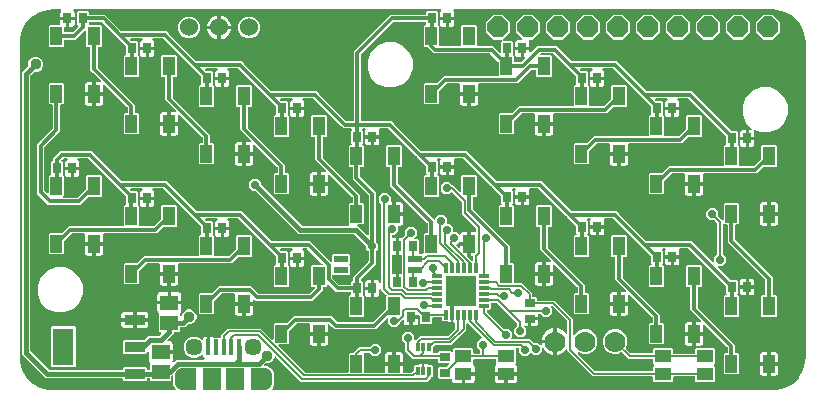
<source format=gbr>
G04 EAGLE Gerber RS-274X export*
G75*
%MOMM*%
%FSLAX34Y34*%
%LPD*%
%INBottom Copper*%
%IPPOS*%
%AMOC8*
5,1,8,0,0,1.08239X$1,22.5*%
G01*
%ADD10R,1.500000X1.300000*%
%ADD11R,0.406400X1.346200*%
%ADD12C,1.447800*%
%ADD13R,1.498600X1.905000*%
%ADD14C,1.193800*%
%ADD15R,1.200506X1.905000*%
%ADD16R,0.900000X0.700000*%
%ADD17R,0.812800X0.304800*%
%ADD18R,0.304800X0.812800*%
%ADD19R,2.590800X2.590800*%
%ADD20R,1.761200X0.850800*%
%ADD21R,1.761200X3.150800*%
%ADD22R,0.700000X0.900000*%
%ADD23R,1.000000X1.500000*%
%ADD24R,1.200000X0.600000*%
%ADD25R,1.400000X1.050000*%
%ADD26C,1.778000*%
%ADD27P,1.924489X8X112.500000*%
%ADD28R,0.330200X0.762000*%
%ADD29C,1.524000*%
%ADD30C,0.304800*%
%ADD31C,0.705600*%
%ADD32C,0.855600*%
%ADD33C,0.152400*%
%ADD34C,0.955600*%
%ADD35C,0.406400*%

G36*
X135092Y3822D02*
X135092Y3822D01*
X135164Y3824D01*
X135213Y3842D01*
X135264Y3850D01*
X135327Y3884D01*
X135395Y3909D01*
X135435Y3941D01*
X135481Y3966D01*
X135531Y4018D01*
X135587Y4062D01*
X135615Y4106D01*
X135651Y4144D01*
X135681Y4209D01*
X135720Y4269D01*
X135732Y4320D01*
X135754Y4367D01*
X135762Y4438D01*
X135780Y4508D01*
X135776Y4560D01*
X135782Y4611D01*
X135766Y4682D01*
X135761Y4753D01*
X135740Y4801D01*
X135729Y4852D01*
X135692Y4913D01*
X135664Y4979D01*
X135620Y5035D01*
X135603Y5063D01*
X135585Y5078D01*
X135560Y5110D01*
X135193Y5477D01*
X134052Y8231D01*
X134052Y15943D01*
X134040Y16013D01*
X134039Y16085D01*
X134021Y16134D01*
X134012Y16185D01*
X133979Y16249D01*
X133954Y16316D01*
X133922Y16357D01*
X133897Y16403D01*
X133845Y16452D01*
X133800Y16508D01*
X133757Y16536D01*
X133719Y16572D01*
X133654Y16602D01*
X133593Y16641D01*
X133543Y16654D01*
X133496Y16676D01*
X133424Y16684D01*
X133355Y16701D01*
X133303Y16697D01*
X133251Y16703D01*
X133181Y16688D01*
X133110Y16682D01*
X133062Y16662D01*
X133011Y16651D01*
X132949Y16614D01*
X132883Y16586D01*
X132827Y16541D01*
X132800Y16524D01*
X132785Y16507D01*
X132752Y16481D01*
X132438Y16166D01*
X132385Y16092D01*
X132325Y16023D01*
X132313Y15993D01*
X132294Y15966D01*
X132267Y15879D01*
X132233Y15795D01*
X132229Y15754D01*
X132222Y15731D01*
X132223Y15699D01*
X132215Y15628D01*
X132215Y12308D01*
X131322Y11415D01*
X115058Y11415D01*
X114165Y12308D01*
X114165Y13322D01*
X114162Y13342D01*
X114164Y13361D01*
X114142Y13463D01*
X114126Y13565D01*
X114116Y13582D01*
X114112Y13602D01*
X114059Y13691D01*
X114010Y13782D01*
X113996Y13796D01*
X113986Y13813D01*
X113907Y13880D01*
X113832Y13952D01*
X113814Y13960D01*
X113799Y13973D01*
X113703Y14012D01*
X113609Y14055D01*
X113589Y14057D01*
X113571Y14065D01*
X113404Y14083D01*
X112462Y14083D01*
X112442Y14080D01*
X112423Y14082D01*
X112321Y14060D01*
X112219Y14044D01*
X112202Y14034D01*
X112182Y14030D01*
X112093Y13977D01*
X112002Y13928D01*
X111988Y13914D01*
X111971Y13904D01*
X111904Y13825D01*
X111832Y13750D01*
X111824Y13732D01*
X111811Y13717D01*
X111772Y13621D01*
X111729Y13527D01*
X111727Y13507D01*
X111719Y13489D01*
X111701Y13322D01*
X111701Y12754D01*
X110808Y11861D01*
X91932Y11861D01*
X91039Y12754D01*
X91039Y13322D01*
X91036Y13342D01*
X91038Y13361D01*
X91016Y13463D01*
X91000Y13565D01*
X90990Y13582D01*
X90986Y13602D01*
X90933Y13691D01*
X90884Y13782D01*
X90870Y13796D01*
X90860Y13813D01*
X90781Y13880D01*
X90706Y13952D01*
X90688Y13960D01*
X90673Y13973D01*
X90577Y14012D01*
X90483Y14055D01*
X90463Y14057D01*
X90445Y14065D01*
X90278Y14083D01*
X25845Y14083D01*
X5841Y34087D01*
X5841Y273507D01*
X10746Y278412D01*
X10799Y278486D01*
X10859Y278556D01*
X10871Y278586D01*
X10890Y278612D01*
X10917Y278699D01*
X10951Y278784D01*
X10955Y278825D01*
X10962Y278847D01*
X10961Y278879D01*
X10969Y278951D01*
X10969Y281162D01*
X11929Y283478D01*
X13702Y285251D01*
X16018Y286211D01*
X18526Y286211D01*
X20842Y285251D01*
X22615Y283478D01*
X23575Y281162D01*
X23575Y278654D01*
X22615Y276338D01*
X20842Y274565D01*
X18526Y273605D01*
X16315Y273605D01*
X16224Y273591D01*
X16134Y273583D01*
X16104Y273571D01*
X16072Y273566D01*
X15991Y273523D01*
X15907Y273487D01*
X15875Y273461D01*
X15854Y273450D01*
X15832Y273427D01*
X15776Y273382D01*
X13178Y270784D01*
X13135Y270725D01*
X13089Y270676D01*
X13081Y270659D01*
X13065Y270640D01*
X13053Y270610D01*
X13034Y270584D01*
X13010Y270506D01*
X12986Y270453D01*
X12984Y270439D01*
X12973Y270412D01*
X12969Y270371D01*
X12962Y270349D01*
X12963Y270317D01*
X12955Y270245D01*
X12955Y37349D01*
X12969Y37258D01*
X12977Y37168D01*
X12989Y37138D01*
X12994Y37106D01*
X13037Y37025D01*
X13073Y36941D01*
X13099Y36909D01*
X13110Y36888D01*
X13133Y36866D01*
X13178Y36810D01*
X28568Y21420D01*
X28642Y21367D01*
X28712Y21307D01*
X28742Y21295D01*
X28768Y21276D01*
X28855Y21249D01*
X28940Y21215D01*
X28981Y21211D01*
X29003Y21204D01*
X29035Y21205D01*
X29107Y21197D01*
X90278Y21197D01*
X90298Y21200D01*
X90317Y21198D01*
X90419Y21220D01*
X90521Y21236D01*
X90538Y21246D01*
X90558Y21250D01*
X90647Y21303D01*
X90738Y21352D01*
X90752Y21366D01*
X90769Y21376D01*
X90836Y21455D01*
X90908Y21530D01*
X90916Y21548D01*
X90929Y21563D01*
X90968Y21659D01*
X91011Y21753D01*
X91013Y21773D01*
X91021Y21791D01*
X91039Y21958D01*
X91039Y22526D01*
X91932Y23419D01*
X110808Y23419D01*
X111701Y22526D01*
X111701Y21958D01*
X111704Y21938D01*
X111702Y21919D01*
X111724Y21817D01*
X111740Y21715D01*
X111750Y21698D01*
X111754Y21678D01*
X111807Y21589D01*
X111856Y21498D01*
X111870Y21484D01*
X111880Y21467D01*
X111959Y21400D01*
X112034Y21328D01*
X112052Y21320D01*
X112067Y21307D01*
X112163Y21268D01*
X112257Y21225D01*
X112277Y21223D01*
X112295Y21215D01*
X112462Y21197D01*
X113404Y21197D01*
X113424Y21200D01*
X113443Y21198D01*
X113545Y21220D01*
X113647Y21236D01*
X113664Y21246D01*
X113684Y21250D01*
X113773Y21303D01*
X113864Y21352D01*
X113878Y21366D01*
X113895Y21376D01*
X113962Y21455D01*
X114034Y21530D01*
X114042Y21548D01*
X114055Y21563D01*
X114094Y21659D01*
X114137Y21753D01*
X114139Y21773D01*
X114147Y21791D01*
X114165Y21958D01*
X114165Y26572D01*
X114297Y26704D01*
X114366Y26799D01*
X114437Y26896D01*
X114439Y26900D01*
X114441Y26903D01*
X114476Y27017D01*
X114512Y27130D01*
X114512Y27135D01*
X114513Y27138D01*
X114510Y27257D01*
X114508Y27376D01*
X114507Y27380D01*
X114507Y27384D01*
X114467Y27494D01*
X114427Y27608D01*
X114424Y27611D01*
X114423Y27615D01*
X114348Y27708D01*
X114275Y27802D01*
X114271Y27805D01*
X114269Y27807D01*
X114257Y27815D01*
X114140Y27901D01*
X114130Y27907D01*
X113657Y28380D01*
X113322Y28959D01*
X113149Y29606D01*
X113149Y35365D01*
X113138Y35436D01*
X113136Y35508D01*
X113118Y35557D01*
X113110Y35608D01*
X113076Y35671D01*
X113051Y35739D01*
X113019Y35779D01*
X112994Y35825D01*
X112942Y35875D01*
X112898Y35931D01*
X112854Y35959D01*
X112816Y35995D01*
X112751Y36025D01*
X112691Y36064D01*
X112640Y36076D01*
X112593Y36098D01*
X112522Y36106D01*
X112452Y36124D01*
X112400Y36120D01*
X112349Y36125D01*
X112278Y36110D01*
X112207Y36105D01*
X112159Y36084D01*
X112108Y36073D01*
X112047Y36036D01*
X111981Y36008D01*
X111925Y35963D01*
X111897Y35947D01*
X111882Y35929D01*
X111850Y35903D01*
X110808Y34861D01*
X91932Y34861D01*
X91039Y35754D01*
X91039Y45526D01*
X91932Y46419D01*
X108795Y46419D01*
X108885Y46433D01*
X108976Y46441D01*
X109005Y46453D01*
X109037Y46458D01*
X109118Y46501D01*
X109202Y46537D01*
X109234Y46563D01*
X109255Y46574D01*
X109274Y46594D01*
X109277Y46596D01*
X109281Y46601D01*
X109333Y46642D01*
X112744Y50053D01*
X121669Y50053D01*
X121760Y50067D01*
X121850Y50075D01*
X121880Y50087D01*
X121912Y50092D01*
X121993Y50135D01*
X122077Y50171D01*
X122109Y50197D01*
X122130Y50208D01*
X122152Y50231D01*
X122208Y50276D01*
X123704Y51772D01*
X123746Y51830D01*
X123795Y51882D01*
X123817Y51929D01*
X123847Y51971D01*
X123868Y52040D01*
X123899Y52105D01*
X123904Y52157D01*
X123920Y52207D01*
X123918Y52278D01*
X123926Y52349D01*
X123915Y52400D01*
X123913Y52452D01*
X123889Y52520D01*
X123873Y52590D01*
X123847Y52635D01*
X123829Y52683D01*
X123784Y52739D01*
X123747Y52801D01*
X123708Y52835D01*
X123675Y52875D01*
X123615Y52914D01*
X123560Y52961D01*
X123512Y52980D01*
X123468Y53008D01*
X123399Y53026D01*
X123332Y53053D01*
X123261Y53061D01*
X123230Y53069D01*
X123206Y53067D01*
X123165Y53071D01*
X122424Y53071D01*
X121531Y53964D01*
X121531Y68228D01*
X121663Y68360D01*
X121732Y68455D01*
X121803Y68552D01*
X121805Y68556D01*
X121807Y68559D01*
X121842Y68672D01*
X121878Y68786D01*
X121878Y68791D01*
X121879Y68794D01*
X121876Y68913D01*
X121874Y69032D01*
X121873Y69036D01*
X121873Y69040D01*
X121832Y69151D01*
X121793Y69264D01*
X121790Y69267D01*
X121789Y69271D01*
X121714Y69364D01*
X121641Y69458D01*
X121637Y69461D01*
X121635Y69463D01*
X121623Y69471D01*
X121506Y69557D01*
X121496Y69563D01*
X121023Y70036D01*
X120688Y70615D01*
X120515Y71262D01*
X120515Y76573D01*
X129794Y76573D01*
X129814Y76576D01*
X129833Y76574D01*
X129935Y76596D01*
X130037Y76613D01*
X130054Y76622D01*
X130074Y76626D01*
X130163Y76679D01*
X130254Y76728D01*
X130268Y76742D01*
X130285Y76752D01*
X130352Y76831D01*
X130423Y76906D01*
X130432Y76924D01*
X130445Y76939D01*
X130484Y77035D01*
X130527Y77129D01*
X130529Y77149D01*
X130537Y77167D01*
X130555Y77334D01*
X130555Y78097D01*
X130557Y78097D01*
X130557Y77334D01*
X130560Y77314D01*
X130558Y77295D01*
X130580Y77193D01*
X130597Y77091D01*
X130606Y77074D01*
X130610Y77054D01*
X130663Y76965D01*
X130712Y76874D01*
X130726Y76860D01*
X130736Y76843D01*
X130815Y76776D01*
X130890Y76705D01*
X130908Y76696D01*
X130923Y76683D01*
X131019Y76644D01*
X131113Y76601D01*
X131133Y76599D01*
X131151Y76591D01*
X131318Y76573D01*
X140597Y76573D01*
X140597Y71262D01*
X140424Y70615D01*
X140089Y70036D01*
X139616Y69563D01*
X139606Y69557D01*
X139515Y69482D01*
X139421Y69408D01*
X139419Y69404D01*
X139416Y69401D01*
X139353Y69302D01*
X139288Y69201D01*
X139287Y69197D01*
X139285Y69193D01*
X139257Y69078D01*
X139228Y68962D01*
X139229Y68958D01*
X139228Y68954D01*
X139238Y68835D01*
X139247Y68717D01*
X139249Y68713D01*
X139249Y68709D01*
X139297Y68601D01*
X139344Y68491D01*
X139347Y68487D01*
X139348Y68484D01*
X139357Y68474D01*
X139449Y68360D01*
X139581Y68228D01*
X139581Y67653D01*
X139596Y67557D01*
X139606Y67460D01*
X139616Y67436D01*
X139620Y67410D01*
X139666Y67324D01*
X139706Y67235D01*
X139723Y67216D01*
X139736Y67192D01*
X139806Y67126D01*
X139872Y67054D01*
X139895Y67041D01*
X139914Y67023D01*
X140002Y66982D01*
X140088Y66935D01*
X140113Y66930D01*
X140137Y66919D01*
X140234Y66909D01*
X140330Y66891D01*
X140356Y66895D01*
X140381Y66892D01*
X140477Y66913D01*
X140573Y66927D01*
X140596Y66939D01*
X140622Y66945D01*
X140705Y66995D01*
X140792Y67039D01*
X140811Y67057D01*
X140833Y67071D01*
X140896Y67145D01*
X140964Y67214D01*
X140980Y67243D01*
X140993Y67258D01*
X141005Y67288D01*
X141045Y67361D01*
X141977Y69610D01*
X143750Y71383D01*
X146066Y72343D01*
X148574Y72343D01*
X150890Y71383D01*
X152663Y69610D01*
X153623Y67294D01*
X153623Y64786D01*
X152663Y62470D01*
X150890Y60697D01*
X148574Y59737D01*
X146363Y59737D01*
X146272Y59723D01*
X146182Y59715D01*
X146152Y59703D01*
X146120Y59698D01*
X146039Y59655D01*
X145955Y59619D01*
X145923Y59593D01*
X145902Y59582D01*
X145880Y59559D01*
X145824Y59514D01*
X143849Y57539D01*
X140342Y57539D01*
X140322Y57536D01*
X140303Y57538D01*
X140201Y57516D01*
X140099Y57500D01*
X140082Y57490D01*
X140062Y57486D01*
X139973Y57433D01*
X139882Y57384D01*
X139868Y57370D01*
X139851Y57360D01*
X139784Y57281D01*
X139712Y57206D01*
X139704Y57188D01*
X139691Y57173D01*
X139652Y57077D01*
X139609Y56983D01*
X139607Y56963D01*
X139599Y56945D01*
X139581Y56778D01*
X139581Y53964D01*
X138688Y53071D01*
X134874Y53071D01*
X134854Y53068D01*
X134835Y53070D01*
X134733Y53048D01*
X134631Y53032D01*
X134614Y53022D01*
X134594Y53018D01*
X134505Y52965D01*
X134414Y52916D01*
X134400Y52902D01*
X134383Y52892D01*
X134316Y52813D01*
X134244Y52738D01*
X134236Y52720D01*
X134223Y52705D01*
X134184Y52609D01*
X134141Y52515D01*
X134139Y52495D01*
X134131Y52477D01*
X134113Y52310D01*
X134113Y52121D01*
X128772Y46780D01*
X128730Y46722D01*
X128681Y46670D01*
X128659Y46623D01*
X128629Y46581D01*
X128608Y46512D01*
X128577Y46447D01*
X128572Y46395D01*
X128556Y46345D01*
X128558Y46274D01*
X128550Y46203D01*
X128561Y46152D01*
X128563Y46100D01*
X128587Y46032D01*
X128603Y45962D01*
X128629Y45917D01*
X128647Y45869D01*
X128692Y45813D01*
X128729Y45751D01*
X128768Y45717D01*
X128801Y45677D01*
X128861Y45638D01*
X128916Y45591D01*
X128964Y45572D01*
X129008Y45544D01*
X129077Y45526D01*
X129144Y45499D01*
X129215Y45491D01*
X129246Y45483D01*
X129270Y45485D01*
X129311Y45481D01*
X131024Y45481D01*
X131671Y45308D01*
X132250Y44973D01*
X132723Y44500D01*
X133058Y43921D01*
X133231Y43274D01*
X133231Y37963D01*
X123952Y37963D01*
X123932Y37960D01*
X123913Y37962D01*
X123811Y37940D01*
X123709Y37923D01*
X123692Y37914D01*
X123672Y37910D01*
X123583Y37857D01*
X123492Y37808D01*
X123478Y37794D01*
X123461Y37784D01*
X123394Y37705D01*
X123323Y37630D01*
X123314Y37612D01*
X123301Y37597D01*
X123262Y37501D01*
X123219Y37407D01*
X123217Y37387D01*
X123209Y37369D01*
X123191Y37202D01*
X123191Y35678D01*
X123194Y35658D01*
X123192Y35639D01*
X123214Y35537D01*
X123231Y35435D01*
X123240Y35418D01*
X123244Y35398D01*
X123297Y35309D01*
X123346Y35218D01*
X123360Y35204D01*
X123370Y35187D01*
X123449Y35120D01*
X123524Y35049D01*
X123542Y35040D01*
X123557Y35027D01*
X123653Y34988D01*
X123747Y34945D01*
X123767Y34943D01*
X123785Y34935D01*
X123952Y34917D01*
X133231Y34917D01*
X133231Y29606D01*
X133054Y28946D01*
X133053Y28944D01*
X133039Y28925D01*
X133010Y28830D01*
X132975Y28737D01*
X132974Y28713D01*
X132967Y28689D01*
X132969Y28590D01*
X132966Y28491D01*
X132973Y28468D01*
X132973Y28444D01*
X133007Y28350D01*
X133036Y28255D01*
X133049Y28235D01*
X133058Y28213D01*
X133120Y28135D01*
X133177Y28054D01*
X133196Y28039D01*
X133211Y28021D01*
X133295Y27967D01*
X133375Y27908D01*
X133398Y27901D01*
X133418Y27888D01*
X133515Y27863D01*
X133609Y27833D01*
X133633Y27833D01*
X133657Y27827D01*
X133756Y27835D01*
X133855Y27837D01*
X133878Y27845D01*
X133902Y27847D01*
X133993Y27885D01*
X134087Y27919D01*
X134106Y27933D01*
X134128Y27943D01*
X134259Y28048D01*
X136127Y29916D01*
X159881Y29916D01*
X159928Y29923D01*
X159976Y29922D01*
X160049Y29943D01*
X160124Y29955D01*
X160166Y29978D01*
X160212Y29991D01*
X160274Y30035D01*
X160341Y30070D01*
X160374Y30105D01*
X160413Y30133D01*
X160458Y30194D01*
X160510Y30249D01*
X160531Y30292D01*
X160559Y30331D01*
X160582Y30403D01*
X160614Y30472D01*
X160619Y30519D01*
X160634Y30565D01*
X160633Y30641D01*
X160641Y30716D01*
X160631Y30763D01*
X160630Y30811D01*
X160605Y30883D01*
X160589Y30957D01*
X160564Y30998D01*
X160548Y31043D01*
X160502Y31103D01*
X160463Y31168D01*
X160426Y31199D01*
X160397Y31237D01*
X160293Y31313D01*
X160276Y31328D01*
X160269Y31330D01*
X160261Y31336D01*
X159954Y31514D01*
X159481Y31987D01*
X159146Y32566D01*
X158973Y33212D01*
X158973Y33489D01*
X158961Y33560D01*
X158960Y33632D01*
X158942Y33681D01*
X158933Y33732D01*
X158900Y33795D01*
X158875Y33863D01*
X158843Y33903D01*
X158818Y33950D01*
X158766Y33999D01*
X158721Y34055D01*
X158678Y34083D01*
X158640Y34119D01*
X158575Y34149D01*
X158514Y34188D01*
X158464Y34201D01*
X158417Y34223D01*
X158345Y34230D01*
X158276Y34248D01*
X158224Y34244D01*
X158172Y34250D01*
X158102Y34234D01*
X158031Y34229D01*
X157983Y34208D01*
X157932Y34197D01*
X157870Y34161D01*
X157804Y34132D01*
X157748Y34088D01*
X157721Y34071D01*
X157706Y34053D01*
X157673Y34028D01*
X156602Y32956D01*
X153381Y31622D01*
X149895Y31622D01*
X146674Y32956D01*
X144208Y35422D01*
X142874Y38643D01*
X142874Y42129D01*
X144208Y45350D01*
X146674Y47816D01*
X149895Y49150D01*
X153381Y49150D01*
X156602Y47816D01*
X157673Y46744D01*
X157732Y46702D01*
X157784Y46653D01*
X157831Y46631D01*
X157873Y46601D01*
X157942Y46580D01*
X158007Y46549D01*
X158058Y46544D01*
X158108Y46528D01*
X158180Y46530D01*
X158251Y46522D01*
X158302Y46533D01*
X158354Y46535D01*
X158421Y46559D01*
X158492Y46575D01*
X158536Y46601D01*
X158585Y46619D01*
X158641Y46664D01*
X158703Y46701D01*
X158737Y46740D01*
X158777Y46773D01*
X158816Y46833D01*
X158863Y46888D01*
X158882Y46936D01*
X158910Y46980D01*
X158928Y47049D01*
X158955Y47116D01*
X158962Y47187D01*
X158970Y47218D01*
X158968Y47242D01*
X158973Y47283D01*
X158973Y47343D01*
X159146Y47990D01*
X159481Y48569D01*
X159954Y49042D01*
X160533Y49376D01*
X161179Y49550D01*
X162530Y49550D01*
X162530Y40532D01*
X162534Y40512D01*
X162531Y40493D01*
X162553Y40391D01*
X162570Y40289D01*
X162579Y40272D01*
X162584Y40252D01*
X162637Y40163D01*
X162685Y40072D01*
X162700Y40058D01*
X162710Y40041D01*
X162789Y39974D01*
X162864Y39903D01*
X162882Y39894D01*
X162897Y39881D01*
X162993Y39842D01*
X163087Y39799D01*
X163106Y39797D01*
X163125Y39789D01*
X163292Y39771D01*
X163800Y39771D01*
X163819Y39774D01*
X163839Y39772D01*
X163940Y39794D01*
X164042Y39811D01*
X164060Y39820D01*
X164080Y39824D01*
X164169Y39877D01*
X164260Y39926D01*
X164274Y39940D01*
X164291Y39950D01*
X164358Y40029D01*
X164429Y40104D01*
X164438Y40122D01*
X164451Y40137D01*
X164489Y40233D01*
X164533Y40327D01*
X164535Y40347D01*
X164543Y40365D01*
X164561Y40532D01*
X164561Y49550D01*
X165912Y49550D01*
X166558Y49376D01*
X167138Y49042D01*
X167423Y48757D01*
X167497Y48703D01*
X167567Y48644D01*
X167597Y48632D01*
X167623Y48613D01*
X167710Y48586D01*
X167795Y48552D01*
X167836Y48547D01*
X167858Y48541D01*
X167890Y48541D01*
X167961Y48534D01*
X172709Y48534D01*
X172757Y48485D01*
X172774Y48474D01*
X172786Y48458D01*
X172873Y48402D01*
X172957Y48342D01*
X172976Y48336D01*
X172993Y48325D01*
X173093Y48300D01*
X173192Y48269D01*
X173212Y48270D01*
X173232Y48265D01*
X173335Y48273D01*
X173438Y48276D01*
X173457Y48283D01*
X173477Y48284D01*
X173572Y48325D01*
X173669Y48360D01*
X173685Y48373D01*
X173703Y48381D01*
X173834Y48485D01*
X174036Y48687D01*
X174089Y48761D01*
X174149Y48831D01*
X174161Y48861D01*
X174180Y48887D01*
X174206Y48974D01*
X174241Y49059D01*
X174245Y49100D01*
X174252Y49122D01*
X174251Y49154D01*
X174259Y49226D01*
X174259Y50493D01*
X179901Y56135D01*
X207950Y56135D01*
X217476Y46609D01*
X217534Y46567D01*
X217586Y46518D01*
X217633Y46496D01*
X217675Y46465D01*
X217744Y46444D01*
X217809Y46414D01*
X217861Y46408D01*
X217911Y46393D01*
X217982Y46395D01*
X218053Y46387D01*
X218104Y46398D01*
X218156Y46399D01*
X218224Y46424D01*
X218294Y46439D01*
X218339Y46466D01*
X218387Y46484D01*
X218443Y46529D01*
X218505Y46565D01*
X218539Y46605D01*
X218579Y46637D01*
X218618Y46698D01*
X218665Y46752D01*
X218684Y46800D01*
X218712Y46844D01*
X218730Y46914D01*
X218757Y46980D01*
X218765Y47052D01*
X218773Y47083D01*
X218771Y47106D01*
X218775Y47147D01*
X218775Y59832D01*
X219668Y60725D01*
X229698Y60725D01*
X229788Y60739D01*
X229879Y60747D01*
X229909Y60759D01*
X229941Y60764D01*
X230021Y60807D01*
X230105Y60843D01*
X230137Y60869D01*
X230158Y60880D01*
X230180Y60903D01*
X230236Y60948D01*
X235837Y66549D01*
X267963Y66549D01*
X272820Y61692D01*
X272894Y61639D01*
X272963Y61579D01*
X272993Y61567D01*
X273020Y61548D01*
X273107Y61521D01*
X273191Y61487D01*
X273232Y61483D01*
X273255Y61476D01*
X273287Y61477D01*
X273358Y61469D01*
X302342Y61469D01*
X302432Y61483D01*
X302523Y61491D01*
X302553Y61503D01*
X302585Y61508D01*
X302665Y61551D01*
X302749Y61587D01*
X302781Y61613D01*
X302802Y61624D01*
X302824Y61647D01*
X302880Y61692D01*
X314052Y72864D01*
X314105Y72938D01*
X314165Y73007D01*
X314177Y73037D01*
X314196Y73064D01*
X314223Y73151D01*
X314257Y73235D01*
X314261Y73276D01*
X314268Y73299D01*
X314267Y73331D01*
X314275Y73402D01*
X314275Y83432D01*
X314311Y83468D01*
X314323Y83484D01*
X314339Y83496D01*
X314395Y83584D01*
X314455Y83667D01*
X314461Y83686D01*
X314472Y83703D01*
X314497Y83804D01*
X314527Y83902D01*
X314527Y83922D01*
X314532Y83942D01*
X314524Y84045D01*
X314521Y84148D01*
X314514Y84167D01*
X314512Y84187D01*
X314472Y84282D01*
X314436Y84379D01*
X314424Y84395D01*
X314416Y84413D01*
X314311Y84544D01*
X311392Y87463D01*
X309750Y89105D01*
X309692Y89147D01*
X309640Y89196D01*
X309593Y89218D01*
X309551Y89249D01*
X309482Y89270D01*
X309417Y89300D01*
X309365Y89306D01*
X309315Y89321D01*
X309244Y89319D01*
X309173Y89327D01*
X309122Y89316D01*
X309070Y89315D01*
X309002Y89290D01*
X308932Y89275D01*
X308887Y89248D01*
X308839Y89230D01*
X308783Y89185D01*
X308721Y89149D01*
X308687Y89109D01*
X308647Y89077D01*
X308608Y89016D01*
X308561Y88962D01*
X308542Y88914D01*
X308514Y88870D01*
X308496Y88800D01*
X308469Y88734D01*
X308461Y88662D01*
X308453Y88631D01*
X308455Y88608D01*
X308451Y88567D01*
X308451Y85336D01*
X308278Y84689D01*
X307943Y84110D01*
X307470Y83637D01*
X306891Y83302D01*
X306244Y83129D01*
X303933Y83129D01*
X303933Y89408D01*
X303930Y89428D01*
X303932Y89447D01*
X303910Y89549D01*
X303893Y89651D01*
X303884Y89668D01*
X303880Y89688D01*
X303827Y89777D01*
X303778Y89868D01*
X303764Y89882D01*
X303754Y89899D01*
X303675Y89966D01*
X303600Y90037D01*
X303582Y90046D01*
X303567Y90059D01*
X303471Y90098D01*
X303377Y90141D01*
X303357Y90143D01*
X303339Y90151D01*
X303172Y90169D01*
X302409Y90169D01*
X302409Y90171D01*
X303172Y90171D01*
X303192Y90174D01*
X303211Y90172D01*
X303313Y90194D01*
X303415Y90211D01*
X303432Y90220D01*
X303452Y90224D01*
X303541Y90277D01*
X303632Y90326D01*
X303646Y90340D01*
X303663Y90350D01*
X303730Y90429D01*
X303801Y90504D01*
X303810Y90522D01*
X303823Y90537D01*
X303862Y90633D01*
X303905Y90727D01*
X303907Y90747D01*
X303915Y90765D01*
X303933Y90932D01*
X303933Y97211D01*
X306245Y97211D01*
X306891Y97038D01*
X307470Y96703D01*
X307943Y96230D01*
X308278Y95651D01*
X308333Y95444D01*
X308343Y95422D01*
X308347Y95398D01*
X308393Y95310D01*
X308434Y95220D01*
X308451Y95202D01*
X308462Y95181D01*
X308534Y95112D01*
X308602Y95040D01*
X308623Y95028D01*
X308640Y95011D01*
X308730Y94970D01*
X308818Y94922D01*
X308841Y94918D01*
X308863Y94908D01*
X308962Y94897D01*
X309060Y94880D01*
X309084Y94883D01*
X309108Y94881D01*
X309205Y94902D01*
X309303Y94917D01*
X309324Y94928D01*
X309348Y94933D01*
X309434Y94984D01*
X309522Y95030D01*
X309539Y95047D01*
X309559Y95059D01*
X309624Y95135D01*
X309693Y95206D01*
X309703Y95228D01*
X309719Y95246D01*
X309756Y95338D01*
X309799Y95428D01*
X309802Y95452D01*
X309811Y95474D01*
X309830Y95641D01*
X309830Y161366D01*
X309815Y161456D01*
X309808Y161547D01*
X309795Y161576D01*
X309790Y161608D01*
X309747Y161689D01*
X309711Y161773D01*
X309686Y161805D01*
X309675Y161826D01*
X309651Y161848D01*
X309629Y161876D01*
X309626Y161880D01*
X309624Y161883D01*
X309607Y161904D01*
X308023Y163487D01*
X308023Y167673D01*
X310983Y170633D01*
X315169Y170633D01*
X318129Y167673D01*
X318129Y164102D01*
X318132Y164082D01*
X318130Y164063D01*
X318152Y163961D01*
X318169Y163859D01*
X318178Y163842D01*
X318182Y163822D01*
X318235Y163733D01*
X318284Y163642D01*
X318298Y163628D01*
X318308Y163611D01*
X318387Y163544D01*
X318462Y163472D01*
X318480Y163464D01*
X318495Y163451D01*
X318592Y163412D01*
X318685Y163369D01*
X318705Y163367D01*
X318723Y163359D01*
X318890Y163341D01*
X319277Y163341D01*
X319277Y154062D01*
X319280Y154042D01*
X319278Y154023D01*
X319300Y153921D01*
X319317Y153819D01*
X319326Y153802D01*
X319330Y153782D01*
X319383Y153693D01*
X319432Y153602D01*
X319446Y153588D01*
X319456Y153571D01*
X319535Y153504D01*
X319610Y153433D01*
X319628Y153424D01*
X319643Y153411D01*
X319739Y153372D01*
X319833Y153329D01*
X319853Y153327D01*
X319871Y153319D01*
X320038Y153301D01*
X320801Y153301D01*
X320801Y152538D01*
X320804Y152518D01*
X320802Y152499D01*
X320824Y152397D01*
X320841Y152295D01*
X320850Y152278D01*
X320854Y152258D01*
X320907Y152169D01*
X320956Y152078D01*
X320970Y152064D01*
X320980Y152047D01*
X321059Y151980D01*
X321134Y151909D01*
X321152Y151900D01*
X321167Y151887D01*
X321263Y151848D01*
X321357Y151805D01*
X321377Y151803D01*
X321395Y151795D01*
X321562Y151777D01*
X328341Y151777D01*
X328341Y145466D01*
X328168Y144819D01*
X327833Y144240D01*
X327360Y143767D01*
X326781Y143432D01*
X326134Y143259D01*
X324584Y143259D01*
X324564Y143256D01*
X324545Y143258D01*
X324443Y143236D01*
X324341Y143220D01*
X324324Y143210D01*
X324304Y143206D01*
X324215Y143153D01*
X324124Y143104D01*
X324110Y143090D01*
X324093Y143080D01*
X324026Y143001D01*
X323954Y142926D01*
X323946Y142908D01*
X323933Y142893D01*
X323894Y142797D01*
X323851Y142703D01*
X323849Y142683D01*
X323841Y142665D01*
X323823Y142498D01*
X323823Y138401D01*
X320863Y135441D01*
X319560Y135441D01*
X319540Y135438D01*
X319521Y135440D01*
X319419Y135418D01*
X319317Y135402D01*
X319300Y135392D01*
X319280Y135388D01*
X319191Y135335D01*
X319100Y135286D01*
X319086Y135272D01*
X319069Y135262D01*
X319002Y135183D01*
X318930Y135108D01*
X318922Y135090D01*
X318909Y135075D01*
X318870Y134979D01*
X318827Y134885D01*
X318825Y134865D01*
X318817Y134847D01*
X318799Y134680D01*
X318799Y133477D01*
X318818Y133361D01*
X318836Y133242D01*
X318838Y133238D01*
X318838Y133234D01*
X318893Y133131D01*
X318949Y133023D01*
X318952Y133020D01*
X318954Y133017D01*
X319039Y132936D01*
X319125Y132852D01*
X319129Y132850D01*
X319132Y132847D01*
X319240Y132797D01*
X319347Y132746D01*
X319351Y132746D01*
X319355Y132744D01*
X319474Y132731D01*
X319591Y132716D01*
X319596Y132717D01*
X319599Y132717D01*
X319613Y132720D01*
X319757Y132742D01*
X319866Y132771D01*
X322177Y132771D01*
X322177Y126492D01*
X322180Y126472D01*
X322178Y126453D01*
X322200Y126351D01*
X322217Y126249D01*
X322226Y126232D01*
X322230Y126212D01*
X322283Y126123D01*
X322332Y126032D01*
X322346Y126018D01*
X322356Y126001D01*
X322435Y125934D01*
X322510Y125863D01*
X322528Y125854D01*
X322543Y125841D01*
X322639Y125802D01*
X322733Y125759D01*
X322753Y125757D01*
X322771Y125749D01*
X322938Y125731D01*
X324462Y125731D01*
X324482Y125734D01*
X324501Y125732D01*
X324603Y125754D01*
X324705Y125771D01*
X324722Y125780D01*
X324742Y125784D01*
X324831Y125837D01*
X324922Y125886D01*
X324936Y125900D01*
X324953Y125910D01*
X325020Y125989D01*
X325091Y126064D01*
X325100Y126082D01*
X325113Y126097D01*
X325152Y126193D01*
X325195Y126287D01*
X325197Y126307D01*
X325205Y126325D01*
X325223Y126492D01*
X325223Y132771D01*
X327341Y132771D01*
X327432Y132785D01*
X327522Y132793D01*
X327552Y132805D01*
X327584Y132810D01*
X327665Y132853D01*
X327749Y132889D01*
X327781Y132915D01*
X327802Y132926D01*
X327824Y132949D01*
X327880Y132994D01*
X328762Y133876D01*
X330004Y135118D01*
X330057Y135192D01*
X330117Y135262D01*
X330129Y135292D01*
X330148Y135318D01*
X330175Y135405D01*
X330209Y135490D01*
X330213Y135531D01*
X330220Y135553D01*
X330219Y135585D01*
X330227Y135656D01*
X330227Y139253D01*
X333187Y142213D01*
X337373Y142213D01*
X340333Y139253D01*
X340333Y135067D01*
X338320Y133054D01*
X338278Y132996D01*
X338229Y132944D01*
X338207Y132897D01*
X338176Y132855D01*
X338155Y132786D01*
X338125Y132721D01*
X338119Y132669D01*
X338104Y132619D01*
X338106Y132548D01*
X338098Y132477D01*
X338109Y132426D01*
X338110Y132374D01*
X338135Y132306D01*
X338150Y132236D01*
X338177Y132191D01*
X338195Y132143D01*
X338240Y132087D01*
X338276Y132025D01*
X338316Y131991D01*
X338349Y131951D01*
X338409Y131912D01*
X338463Y131865D01*
X338512Y131846D01*
X338555Y131818D01*
X338625Y131800D01*
X338691Y131773D01*
X338763Y131765D01*
X338794Y131757D01*
X338817Y131759D01*
X338858Y131755D01*
X340832Y131755D01*
X341725Y130862D01*
X341725Y120292D01*
X341719Y120237D01*
X341729Y120186D01*
X341731Y120135D01*
X341755Y120067D01*
X341771Y119996D01*
X341797Y119952D01*
X341815Y119904D01*
X341860Y119847D01*
X341897Y119785D01*
X341936Y119752D01*
X341968Y119712D01*
X342029Y119672D01*
X342084Y119625D01*
X342131Y119606D01*
X342175Y119578D01*
X342245Y119560D01*
X342312Y119533D01*
X342382Y119525D01*
X342413Y119518D01*
X342437Y119519D01*
X342479Y119515D01*
X345014Y119515D01*
X345034Y119518D01*
X345053Y119516D01*
X345155Y119538D01*
X345257Y119554D01*
X345274Y119564D01*
X345294Y119568D01*
X345383Y119621D01*
X345474Y119670D01*
X345488Y119684D01*
X345505Y119694D01*
X345572Y119773D01*
X345644Y119848D01*
X345652Y119866D01*
X345665Y119881D01*
X345704Y119977D01*
X345747Y120071D01*
X345749Y120091D01*
X345757Y120109D01*
X345775Y120276D01*
X345775Y136032D01*
X346668Y136925D01*
X348490Y136925D01*
X348510Y136928D01*
X348529Y136926D01*
X348631Y136948D01*
X348733Y136964D01*
X348750Y136974D01*
X348770Y136978D01*
X348859Y137031D01*
X348950Y137080D01*
X348964Y137094D01*
X348981Y137104D01*
X349048Y137183D01*
X349120Y137258D01*
X349128Y137276D01*
X349141Y137291D01*
X349180Y137387D01*
X349223Y137481D01*
X349225Y137501D01*
X349233Y137519D01*
X349251Y137686D01*
X349251Y144722D01*
X349237Y144812D01*
X349229Y144903D01*
X349217Y144933D01*
X349212Y144965D01*
X349169Y145045D01*
X349133Y145129D01*
X349107Y145161D01*
X349096Y145182D01*
X349073Y145204D01*
X349028Y145260D01*
X319760Y174528D01*
X317751Y176537D01*
X317751Y192514D01*
X317748Y192534D01*
X317750Y192553D01*
X317728Y192655D01*
X317712Y192757D01*
X317702Y192774D01*
X317698Y192794D01*
X317645Y192883D01*
X317596Y192974D01*
X317582Y192988D01*
X317572Y193005D01*
X317493Y193072D01*
X317418Y193144D01*
X317400Y193152D01*
X317385Y193165D01*
X317289Y193204D01*
X317195Y193247D01*
X317175Y193249D01*
X317157Y193257D01*
X316990Y193275D01*
X315168Y193275D01*
X314275Y194168D01*
X314275Y210432D01*
X315168Y211325D01*
X326432Y211325D01*
X327325Y210432D01*
X327325Y194168D01*
X326432Y193275D01*
X324610Y193275D01*
X324590Y193272D01*
X324571Y193274D01*
X324469Y193252D01*
X324367Y193236D01*
X324350Y193226D01*
X324330Y193222D01*
X324241Y193169D01*
X324150Y193120D01*
X324136Y193106D01*
X324119Y193096D01*
X324052Y193017D01*
X323980Y192942D01*
X323972Y192924D01*
X323959Y192909D01*
X323920Y192813D01*
X323877Y192719D01*
X323875Y192699D01*
X323867Y192681D01*
X323849Y192514D01*
X323849Y179378D01*
X323863Y179288D01*
X323871Y179197D01*
X323883Y179167D01*
X323888Y179135D01*
X323931Y179055D01*
X323967Y178971D01*
X323993Y178939D01*
X324004Y178918D01*
X324027Y178896D01*
X324072Y178840D01*
X354328Y148584D01*
X354386Y148542D01*
X354438Y148493D01*
X354485Y148471D01*
X354527Y148440D01*
X354596Y148419D01*
X354661Y148389D01*
X354713Y148383D01*
X354763Y148368D01*
X354834Y148370D01*
X354905Y148362D01*
X354956Y148373D01*
X355008Y148374D01*
X355076Y148399D01*
X355146Y148414D01*
X355190Y148441D01*
X355239Y148459D01*
X355295Y148504D01*
X355357Y148540D01*
X355391Y148580D01*
X355431Y148612D01*
X355470Y148673D01*
X355517Y148727D01*
X355536Y148776D01*
X355564Y148819D01*
X355582Y148889D01*
X355609Y148955D01*
X355617Y149027D01*
X355625Y149058D01*
X355623Y149081D01*
X355627Y149122D01*
X355627Y149413D01*
X358587Y152373D01*
X362773Y152373D01*
X365733Y149413D01*
X365733Y145256D01*
X365736Y145236D01*
X365734Y145216D01*
X365756Y145115D01*
X365772Y145013D01*
X365782Y144995D01*
X365786Y144976D01*
X365839Y144887D01*
X365888Y144795D01*
X365902Y144782D01*
X365912Y144765D01*
X365991Y144697D01*
X366066Y144626D01*
X366084Y144618D01*
X366099Y144605D01*
X366195Y144566D01*
X366289Y144522D01*
X366309Y144520D01*
X366327Y144513D01*
X366494Y144494D01*
X367747Y144494D01*
X370707Y141535D01*
X370707Y138374D01*
X370710Y138354D01*
X370708Y138335D01*
X370730Y138233D01*
X370746Y138131D01*
X370756Y138114D01*
X370760Y138094D01*
X370813Y138005D01*
X370862Y137914D01*
X370876Y137900D01*
X370886Y137883D01*
X370965Y137816D01*
X371040Y137744D01*
X371058Y137736D01*
X371073Y137723D01*
X371169Y137684D01*
X371263Y137641D01*
X371283Y137639D01*
X371301Y137631D01*
X371468Y137613D01*
X373718Y137613D01*
X375581Y135749D01*
X375658Y135694D01*
X375732Y135632D01*
X375758Y135622D01*
X375781Y135606D01*
X375872Y135578D01*
X375961Y135543D01*
X375989Y135542D01*
X376016Y135533D01*
X376111Y135536D01*
X376206Y135531D01*
X376234Y135539D01*
X376262Y135540D01*
X376351Y135573D01*
X376443Y135599D01*
X376466Y135614D01*
X376493Y135624D01*
X376567Y135684D01*
X376646Y135738D01*
X376663Y135760D01*
X376685Y135778D01*
X376736Y135858D01*
X376794Y135934D01*
X376807Y135967D01*
X376818Y135985D01*
X376826Y136017D01*
X376855Y136091D01*
X376932Y136381D01*
X377267Y136960D01*
X377740Y137433D01*
X378319Y137768D01*
X378966Y137941D01*
X382777Y137941D01*
X382777Y129423D01*
X376248Y129423D01*
X376203Y129444D01*
X376132Y129452D01*
X376062Y129470D01*
X376010Y129466D01*
X375959Y129471D01*
X375888Y129456D01*
X375817Y129450D01*
X375769Y129430D01*
X375718Y129419D01*
X375657Y129382D01*
X375591Y129354D01*
X375535Y129309D01*
X375507Y129293D01*
X375492Y129275D01*
X375460Y129249D01*
X373495Y127284D01*
X373485Y127271D01*
X373466Y127256D01*
X373438Y127212D01*
X373402Y127174D01*
X373378Y127121D01*
X373351Y127085D01*
X373347Y127070D01*
X373333Y127049D01*
X373320Y126998D01*
X373298Y126951D01*
X373292Y126892D01*
X373279Y126849D01*
X373279Y126835D01*
X373273Y126810D01*
X373277Y126758D01*
X373271Y126707D01*
X373284Y126648D01*
X373285Y126604D01*
X373290Y126590D01*
X373292Y126565D01*
X373313Y126517D01*
X373324Y126466D01*
X373354Y126415D01*
X373370Y126373D01*
X373379Y126361D01*
X373388Y126339D01*
X373433Y126283D01*
X373450Y126255D01*
X373468Y126240D01*
X373493Y126208D01*
X375460Y124241D01*
X375518Y124199D01*
X375570Y124150D01*
X375617Y124128D01*
X375659Y124098D01*
X375728Y124077D01*
X375793Y124046D01*
X375845Y124041D01*
X375895Y124025D01*
X375966Y124027D01*
X376037Y124019D01*
X376088Y124030D01*
X376140Y124032D01*
X376208Y124056D01*
X376278Y124072D01*
X376322Y124098D01*
X376371Y124116D01*
X376427Y124161D01*
X376489Y124198D01*
X376523Y124237D01*
X376563Y124270D01*
X376602Y124330D01*
X376649Y124385D01*
X376668Y124433D01*
X376696Y124477D01*
X376714Y124546D01*
X376741Y124613D01*
X376749Y124684D01*
X376757Y124715D01*
X376755Y124739D01*
X376759Y124780D01*
X376759Y126377D01*
X382777Y126377D01*
X382777Y117240D01*
X382782Y117209D01*
X382780Y117198D01*
X382792Y117145D01*
X382799Y117059D01*
X382811Y117029D01*
X382817Y116997D01*
X382829Y116973D01*
X382833Y116957D01*
X382864Y116904D01*
X382895Y116832D01*
X382921Y116800D01*
X382932Y116779D01*
X382948Y116763D01*
X382959Y116746D01*
X382975Y116732D01*
X383000Y116701D01*
X386304Y113397D01*
X386362Y113355D01*
X386414Y113306D01*
X386461Y113284D01*
X386503Y113254D01*
X386572Y113233D01*
X386637Y113202D01*
X386689Y113197D01*
X386739Y113181D01*
X386810Y113183D01*
X386881Y113175D01*
X386932Y113186D01*
X386984Y113188D01*
X387052Y113212D01*
X387122Y113228D01*
X387167Y113254D01*
X387215Y113272D01*
X387271Y113317D01*
X387333Y113354D01*
X387367Y113393D01*
X387407Y113426D01*
X387446Y113486D01*
X387493Y113541D01*
X387512Y113589D01*
X387540Y113633D01*
X387558Y113702D01*
X387585Y113769D01*
X387593Y113840D01*
X387601Y113871D01*
X387599Y113895D01*
X387603Y113936D01*
X387603Y117098D01*
X387600Y117118D01*
X387602Y117137D01*
X387580Y117239D01*
X387564Y117341D01*
X387554Y117358D01*
X387550Y117378D01*
X387497Y117467D01*
X387448Y117558D01*
X387434Y117572D01*
X387424Y117589D01*
X387345Y117656D01*
X387270Y117728D01*
X387252Y117736D01*
X387237Y117749D01*
X387141Y117788D01*
X387047Y117831D01*
X387027Y117833D01*
X387009Y117841D01*
X386842Y117859D01*
X385823Y117859D01*
X385823Y127138D01*
X385820Y127156D01*
X385822Y127173D01*
X385822Y127174D01*
X385822Y127177D01*
X385800Y127279D01*
X385783Y127381D01*
X385774Y127398D01*
X385770Y127418D01*
X385717Y127507D01*
X385668Y127598D01*
X385654Y127612D01*
X385644Y127629D01*
X385565Y127696D01*
X385490Y127767D01*
X385472Y127776D01*
X385457Y127789D01*
X385361Y127828D01*
X385267Y127871D01*
X385247Y127873D01*
X385229Y127881D01*
X385062Y127899D01*
X384299Y127899D01*
X384299Y127901D01*
X385062Y127901D01*
X385082Y127904D01*
X385101Y127902D01*
X385203Y127924D01*
X385305Y127941D01*
X385322Y127950D01*
X385342Y127954D01*
X385431Y128007D01*
X385522Y128056D01*
X385536Y128070D01*
X385553Y128080D01*
X385620Y128159D01*
X385691Y128234D01*
X385700Y128252D01*
X385713Y128267D01*
X385752Y128363D01*
X385795Y128457D01*
X385797Y128477D01*
X385805Y128495D01*
X385823Y128662D01*
X385823Y137941D01*
X389382Y137941D01*
X389402Y137944D01*
X389421Y137942D01*
X389523Y137964D01*
X389625Y137980D01*
X389642Y137990D01*
X389662Y137994D01*
X389751Y138047D01*
X389842Y138096D01*
X389856Y138110D01*
X389873Y138120D01*
X389940Y138199D01*
X390012Y138274D01*
X390020Y138292D01*
X390033Y138307D01*
X390072Y138403D01*
X390115Y138497D01*
X390117Y138517D01*
X390125Y138535D01*
X390143Y138702D01*
X390143Y140977D01*
X390129Y141068D01*
X390121Y141158D01*
X390109Y141188D01*
X390104Y141220D01*
X390061Y141301D01*
X390025Y141385D01*
X389999Y141417D01*
X389988Y141438D01*
X389965Y141460D01*
X389920Y141516D01*
X379766Y151670D01*
X378203Y153233D01*
X378203Y163077D01*
X378189Y163168D01*
X378181Y163258D01*
X378169Y163288D01*
X378164Y163320D01*
X378121Y163401D01*
X378085Y163485D01*
X378059Y163517D01*
X378048Y163538D01*
X378025Y163560D01*
X377980Y163616D01*
X370187Y171409D01*
X370171Y171421D01*
X370159Y171436D01*
X370071Y171492D01*
X369987Y171552D01*
X369968Y171558D01*
X369952Y171569D01*
X369851Y171594D01*
X369752Y171625D01*
X369732Y171624D01*
X369713Y171629D01*
X369610Y171621D01*
X369506Y171618D01*
X369488Y171612D01*
X369468Y171610D01*
X369373Y171570D01*
X369275Y171534D01*
X369260Y171522D01*
X369242Y171514D01*
X369111Y171409D01*
X367599Y169897D01*
X363413Y169897D01*
X360453Y172857D01*
X360453Y177043D01*
X363413Y180003D01*
X367599Y180003D01*
X370142Y177460D01*
X370216Y177407D01*
X370285Y177347D01*
X370315Y177335D01*
X370342Y177316D01*
X370429Y177289D01*
X370513Y177255D01*
X370554Y177251D01*
X370577Y177244D01*
X370609Y177245D01*
X370680Y177237D01*
X370827Y177237D01*
X376476Y171588D01*
X376534Y171546D01*
X376586Y171497D01*
X376633Y171475D01*
X376675Y171445D01*
X376744Y171424D01*
X376809Y171393D01*
X376861Y171388D01*
X376911Y171372D01*
X376982Y171374D01*
X377053Y171366D01*
X377104Y171377D01*
X377156Y171379D01*
X377224Y171403D01*
X377294Y171418D01*
X377339Y171445D01*
X377387Y171463D01*
X377443Y171508D01*
X377505Y171545D01*
X377539Y171584D01*
X377579Y171617D01*
X377618Y171677D01*
X377665Y171732D01*
X377684Y171780D01*
X377712Y171824D01*
X377730Y171893D01*
X377757Y171960D01*
X377765Y172031D01*
X377773Y172062D01*
X377771Y172086D01*
X377775Y172126D01*
X377775Y185032D01*
X378668Y185925D01*
X389932Y185925D01*
X390825Y185032D01*
X390825Y168768D01*
X389932Y167875D01*
X388110Y167875D01*
X388090Y167872D01*
X388071Y167874D01*
X387969Y167852D01*
X387867Y167836D01*
X387850Y167826D01*
X387830Y167822D01*
X387741Y167769D01*
X387650Y167720D01*
X387636Y167706D01*
X387619Y167696D01*
X387552Y167617D01*
X387480Y167542D01*
X387472Y167524D01*
X387459Y167509D01*
X387420Y167413D01*
X387377Y167319D01*
X387375Y167299D01*
X387367Y167281D01*
X387349Y167114D01*
X387349Y158298D01*
X387363Y158208D01*
X387371Y158117D01*
X387383Y158087D01*
X387388Y158055D01*
X387431Y157975D01*
X387467Y157891D01*
X387493Y157859D01*
X387504Y157838D01*
X387527Y157816D01*
X387572Y157760D01*
X418849Y126483D01*
X418849Y112286D01*
X418852Y112266D01*
X418850Y112247D01*
X418872Y112145D01*
X418888Y112043D01*
X418898Y112026D01*
X418902Y112006D01*
X418955Y111917D01*
X419004Y111826D01*
X419018Y111812D01*
X419028Y111795D01*
X419107Y111728D01*
X419182Y111656D01*
X419200Y111648D01*
X419215Y111635D01*
X419311Y111596D01*
X419405Y111553D01*
X419425Y111551D01*
X419443Y111543D01*
X419610Y111525D01*
X421432Y111525D01*
X422325Y110632D01*
X422325Y95582D01*
X422328Y95562D01*
X422326Y95542D01*
X422348Y95441D01*
X422364Y95339D01*
X422374Y95321D01*
X422378Y95302D01*
X422431Y95213D01*
X422480Y95121D01*
X422494Y95108D01*
X422504Y95091D01*
X422583Y95023D01*
X422658Y94952D01*
X422676Y94944D01*
X422691Y94931D01*
X422787Y94892D01*
X422881Y94848D01*
X422901Y94846D01*
X422919Y94839D01*
X423086Y94820D01*
X429114Y94820D01*
X437897Y86037D01*
X437897Y83406D01*
X437900Y83386D01*
X437898Y83367D01*
X437920Y83265D01*
X437936Y83163D01*
X437946Y83146D01*
X437950Y83126D01*
X438003Y83037D01*
X438052Y82946D01*
X438066Y82932D01*
X438076Y82915D01*
X438155Y82848D01*
X438230Y82776D01*
X438248Y82768D01*
X438263Y82755D01*
X438359Y82716D01*
X438453Y82673D01*
X438473Y82671D01*
X438491Y82663D01*
X438658Y82645D01*
X440742Y82645D01*
X441635Y81752D01*
X441635Y80668D01*
X441636Y80660D01*
X441636Y80658D01*
X441638Y80648D01*
X441636Y80629D01*
X441658Y80527D01*
X441674Y80425D01*
X441684Y80408D01*
X441688Y80388D01*
X441741Y80299D01*
X441790Y80208D01*
X441804Y80194D01*
X441814Y80177D01*
X441893Y80110D01*
X441968Y80038D01*
X441986Y80030D01*
X442001Y80017D01*
X442097Y79978D01*
X442191Y79935D01*
X442211Y79933D01*
X442229Y79925D01*
X442396Y79907D01*
X456727Y79907D01*
X472187Y64447D01*
X472187Y51062D01*
X472202Y50966D01*
X472212Y50869D01*
X472222Y50845D01*
X472226Y50819D01*
X472272Y50734D01*
X472312Y50644D01*
X472329Y50625D01*
X472342Y50602D01*
X472412Y50535D01*
X472478Y50463D01*
X472501Y50451D01*
X472520Y50433D01*
X472608Y50392D01*
X472694Y50345D01*
X472719Y50340D01*
X472743Y50329D01*
X472840Y50318D01*
X472936Y50301D01*
X472962Y50305D01*
X472987Y50302D01*
X473082Y50323D01*
X473179Y50337D01*
X473202Y50349D01*
X473228Y50354D01*
X473311Y50404D01*
X473398Y50448D01*
X473417Y50467D01*
X473439Y50480D01*
X473502Y50554D01*
X473570Y50624D01*
X473586Y50652D01*
X473599Y50667D01*
X473611Y50698D01*
X473651Y50771D01*
X473771Y51060D01*
X476700Y53989D01*
X480528Y55575D01*
X484672Y55575D01*
X488500Y53989D01*
X491429Y51060D01*
X493015Y47232D01*
X493015Y43088D01*
X491429Y39260D01*
X488500Y36331D01*
X484672Y34745D01*
X480528Y34745D01*
X477168Y36137D01*
X477073Y36159D01*
X476980Y36188D01*
X476954Y36187D01*
X476928Y36193D01*
X476832Y36184D01*
X476734Y36182D01*
X476710Y36173D01*
X476684Y36170D01*
X476594Y36131D01*
X476503Y36097D01*
X476483Y36081D01*
X476459Y36070D01*
X476387Y36004D01*
X476311Y35944D01*
X476297Y35922D01*
X476278Y35904D01*
X476231Y35819D01*
X476178Y35737D01*
X476172Y35711D01*
X476159Y35688D01*
X476142Y35592D01*
X476118Y35498D01*
X476120Y35472D01*
X476115Y35446D01*
X476130Y35350D01*
X476137Y35253D01*
X476147Y35229D01*
X476151Y35203D01*
X476195Y35116D01*
X476233Y35027D01*
X476254Y35001D01*
X476263Y34984D01*
X476286Y34960D01*
X476338Y34896D01*
X490824Y20410D01*
X490898Y20357D01*
X490968Y20297D01*
X490998Y20285D01*
X491024Y20266D01*
X491111Y20239D01*
X491196Y20205D01*
X491237Y20201D01*
X491259Y20194D01*
X491291Y20195D01*
X491363Y20187D01*
X539134Y20187D01*
X539154Y20190D01*
X539173Y20188D01*
X539275Y20210D01*
X539377Y20226D01*
X539394Y20236D01*
X539414Y20240D01*
X539503Y20293D01*
X539594Y20342D01*
X539608Y20356D01*
X539625Y20366D01*
X539692Y20445D01*
X539764Y20520D01*
X539772Y20538D01*
X539785Y20553D01*
X539824Y20649D01*
X539867Y20743D01*
X539869Y20763D01*
X539877Y20781D01*
X539895Y20948D01*
X539895Y23782D01*
X540975Y24862D01*
X540987Y24878D01*
X541003Y24890D01*
X541059Y24978D01*
X541119Y25061D01*
X541125Y25080D01*
X541136Y25097D01*
X541161Y25198D01*
X541191Y25297D01*
X541191Y25316D01*
X541196Y25336D01*
X541188Y25439D01*
X541185Y25542D01*
X541178Y25561D01*
X541177Y25581D01*
X541136Y25676D01*
X541101Y25773D01*
X541088Y25789D01*
X541080Y25807D01*
X540975Y25938D01*
X539895Y27018D01*
X539895Y29852D01*
X539892Y29872D01*
X539894Y29891D01*
X539872Y29993D01*
X539856Y30095D01*
X539846Y30112D01*
X539842Y30132D01*
X539789Y30221D01*
X539740Y30312D01*
X539726Y30326D01*
X539716Y30343D01*
X539637Y30410D01*
X539562Y30482D01*
X539544Y30490D01*
X539529Y30503D01*
X539433Y30542D01*
X539339Y30585D01*
X539319Y30587D01*
X539301Y30595D01*
X539134Y30613D01*
X519313Y30613D01*
X514044Y35882D01*
X513950Y35950D01*
X513855Y36020D01*
X513849Y36022D01*
X513844Y36026D01*
X513733Y36060D01*
X513622Y36096D01*
X513615Y36096D01*
X513609Y36098D01*
X513492Y36095D01*
X513376Y36094D01*
X513368Y36092D01*
X513363Y36092D01*
X513346Y36085D01*
X513214Y36047D01*
X510072Y34745D01*
X505928Y34745D01*
X502100Y36331D01*
X499171Y39260D01*
X497585Y43088D01*
X497585Y47232D01*
X499171Y51060D01*
X502100Y53989D01*
X505928Y55575D01*
X510072Y55575D01*
X513900Y53989D01*
X516829Y51060D01*
X518415Y47232D01*
X518415Y43088D01*
X517113Y39946D01*
X517086Y39832D01*
X517058Y39718D01*
X517058Y39712D01*
X517057Y39706D01*
X517068Y39589D01*
X517077Y39473D01*
X517079Y39468D01*
X517080Y39461D01*
X517128Y39354D01*
X517173Y39247D01*
X517178Y39241D01*
X517180Y39236D01*
X517192Y39223D01*
X517278Y39116D01*
X520984Y35410D01*
X521058Y35357D01*
X521128Y35297D01*
X521158Y35285D01*
X521184Y35266D01*
X521271Y35239D01*
X521356Y35205D01*
X521397Y35201D01*
X521419Y35194D01*
X521451Y35195D01*
X521523Y35187D01*
X539134Y35187D01*
X539154Y35190D01*
X539173Y35188D01*
X539275Y35210D01*
X539377Y35226D01*
X539394Y35236D01*
X539414Y35240D01*
X539503Y35293D01*
X539594Y35342D01*
X539608Y35356D01*
X539625Y35366D01*
X539692Y35445D01*
X539764Y35520D01*
X539772Y35538D01*
X539785Y35553D01*
X539824Y35649D01*
X539867Y35743D01*
X539869Y35763D01*
X539877Y35781D01*
X539895Y35948D01*
X539895Y38782D01*
X540788Y39675D01*
X556052Y39675D01*
X556945Y38782D01*
X556945Y35698D01*
X556948Y35678D01*
X556946Y35659D01*
X556968Y35557D01*
X556984Y35455D01*
X556994Y35438D01*
X556998Y35418D01*
X557051Y35329D01*
X557100Y35238D01*
X557114Y35224D01*
X557124Y35207D01*
X557203Y35140D01*
X557278Y35068D01*
X557296Y35060D01*
X557311Y35047D01*
X557407Y35008D01*
X557501Y34965D01*
X557521Y34963D01*
X557539Y34955D01*
X557706Y34937D01*
X575134Y34937D01*
X575154Y34940D01*
X575173Y34938D01*
X575275Y34960D01*
X575377Y34976D01*
X575394Y34986D01*
X575414Y34990D01*
X575503Y35043D01*
X575594Y35092D01*
X575608Y35106D01*
X575625Y35116D01*
X575692Y35195D01*
X575764Y35270D01*
X575772Y35288D01*
X575785Y35303D01*
X575824Y35399D01*
X575867Y35493D01*
X575869Y35513D01*
X575877Y35531D01*
X575895Y35698D01*
X575895Y38532D01*
X576788Y39425D01*
X592052Y39425D01*
X592945Y38532D01*
X592945Y26768D01*
X591990Y25813D01*
X591978Y25797D01*
X591962Y25785D01*
X591906Y25697D01*
X591846Y25614D01*
X591840Y25595D01*
X591829Y25578D01*
X591804Y25477D01*
X591774Y25378D01*
X591774Y25359D01*
X591769Y25339D01*
X591777Y25236D01*
X591780Y25133D01*
X591787Y25114D01*
X591788Y25094D01*
X591829Y24999D01*
X591864Y24902D01*
X591877Y24886D01*
X591885Y24868D01*
X591990Y24737D01*
X592945Y23782D01*
X592945Y12018D01*
X592052Y11125D01*
X576788Y11125D01*
X575895Y12018D01*
X575895Y14852D01*
X575892Y14872D01*
X575894Y14891D01*
X575872Y14993D01*
X575856Y15095D01*
X575846Y15112D01*
X575842Y15132D01*
X575789Y15221D01*
X575740Y15312D01*
X575726Y15326D01*
X575716Y15343D01*
X575637Y15410D01*
X575562Y15482D01*
X575544Y15490D01*
X575529Y15503D01*
X575433Y15542D01*
X575339Y15585D01*
X575319Y15587D01*
X575301Y15595D01*
X575134Y15613D01*
X557706Y15613D01*
X557686Y15610D01*
X557667Y15612D01*
X557565Y15590D01*
X557463Y15574D01*
X557446Y15564D01*
X557426Y15560D01*
X557337Y15507D01*
X557246Y15458D01*
X557232Y15444D01*
X557215Y15434D01*
X557148Y15355D01*
X557076Y15280D01*
X557068Y15262D01*
X557055Y15247D01*
X557016Y15151D01*
X556973Y15057D01*
X556971Y15037D01*
X556963Y15019D01*
X556945Y14852D01*
X556945Y12018D01*
X556052Y11125D01*
X540788Y11125D01*
X539895Y12018D01*
X539895Y14852D01*
X539892Y14872D01*
X539894Y14891D01*
X539872Y14993D01*
X539856Y15095D01*
X539846Y15112D01*
X539842Y15132D01*
X539789Y15221D01*
X539740Y15312D01*
X539726Y15326D01*
X539716Y15343D01*
X539637Y15410D01*
X539562Y15482D01*
X539544Y15490D01*
X539529Y15503D01*
X539433Y15542D01*
X539339Y15585D01*
X539319Y15587D01*
X539301Y15595D01*
X539134Y15613D01*
X489153Y15613D01*
X467613Y37153D01*
X467613Y37703D01*
X467612Y37711D01*
X467613Y37718D01*
X467592Y37832D01*
X467574Y37945D01*
X467570Y37952D01*
X467568Y37960D01*
X467512Y38061D01*
X467458Y38163D01*
X467453Y38168D01*
X467449Y38175D01*
X467364Y38253D01*
X467280Y38332D01*
X467273Y38336D01*
X467267Y38341D01*
X467162Y38387D01*
X467057Y38436D01*
X467049Y38437D01*
X467042Y38440D01*
X466927Y38450D01*
X466813Y38463D01*
X466805Y38461D01*
X466797Y38462D01*
X466684Y38435D01*
X466572Y38411D01*
X466565Y38407D01*
X466558Y38405D01*
X466460Y38344D01*
X466361Y38284D01*
X466356Y38278D01*
X466349Y38274D01*
X466236Y38150D01*
X465919Y37713D01*
X464647Y36441D01*
X463191Y35384D01*
X461588Y34567D01*
X459877Y34011D01*
X458723Y33828D01*
X458723Y44398D01*
X458720Y44418D01*
X458722Y44437D01*
X458700Y44539D01*
X458683Y44641D01*
X458674Y44658D01*
X458670Y44678D01*
X458617Y44767D01*
X458568Y44858D01*
X458554Y44872D01*
X458544Y44889D01*
X458465Y44956D01*
X458390Y45027D01*
X458372Y45036D01*
X458357Y45049D01*
X458261Y45087D01*
X458167Y45131D01*
X458147Y45133D01*
X458129Y45141D01*
X457962Y45159D01*
X457199Y45159D01*
X457199Y45161D01*
X457962Y45161D01*
X457982Y45164D01*
X458001Y45162D01*
X458103Y45184D01*
X458205Y45201D01*
X458222Y45210D01*
X458242Y45214D01*
X458331Y45267D01*
X458422Y45316D01*
X458436Y45330D01*
X458453Y45340D01*
X458520Y45419D01*
X458591Y45494D01*
X458600Y45512D01*
X458613Y45527D01*
X458652Y45623D01*
X458695Y45717D01*
X458697Y45737D01*
X458705Y45755D01*
X458723Y45922D01*
X458723Y56492D01*
X459877Y56309D01*
X461588Y55753D01*
X463191Y54936D01*
X464647Y53879D01*
X465919Y52607D01*
X466236Y52170D01*
X466242Y52164D01*
X466246Y52157D01*
X466329Y52078D01*
X466411Y51997D01*
X466418Y51993D01*
X466424Y51988D01*
X466528Y51939D01*
X466632Y51889D01*
X466640Y51888D01*
X466647Y51884D01*
X466761Y51872D01*
X466876Y51856D01*
X466884Y51858D01*
X466891Y51857D01*
X467004Y51882D01*
X467117Y51904D01*
X467124Y51908D01*
X467132Y51909D01*
X467230Y51968D01*
X467331Y52025D01*
X467336Y52031D01*
X467343Y52036D01*
X467418Y52123D01*
X467495Y52209D01*
X467498Y52216D01*
X467503Y52222D01*
X467546Y52329D01*
X467591Y52435D01*
X467592Y52443D01*
X467595Y52451D01*
X467613Y52617D01*
X467613Y62237D01*
X467599Y62328D01*
X467591Y62418D01*
X467579Y62448D01*
X467574Y62480D01*
X467531Y62561D01*
X467495Y62645D01*
X467469Y62677D01*
X467458Y62698D01*
X467435Y62720D01*
X467390Y62776D01*
X455056Y75110D01*
X454982Y75163D01*
X454912Y75223D01*
X454882Y75235D01*
X454856Y75254D01*
X454769Y75281D01*
X454684Y75315D01*
X454643Y75319D01*
X454621Y75326D01*
X454589Y75325D01*
X454517Y75333D01*
X454350Y75333D01*
X454279Y75322D01*
X454208Y75320D01*
X454159Y75302D01*
X454107Y75294D01*
X454044Y75260D01*
X453977Y75235D01*
X453936Y75203D01*
X453890Y75178D01*
X453841Y75126D01*
X453785Y75082D01*
X453757Y75038D01*
X453721Y75000D01*
X453690Y74935D01*
X453652Y74875D01*
X453639Y74824D01*
X453617Y74777D01*
X453609Y74706D01*
X453592Y74636D01*
X453596Y74584D01*
X453590Y74533D01*
X453605Y74462D01*
X453611Y74391D01*
X453631Y74343D01*
X453642Y74292D01*
X453679Y74231D01*
X453707Y74165D01*
X453752Y74109D01*
X453768Y74081D01*
X453786Y74066D01*
X453812Y74034D01*
X454633Y73213D01*
X454633Y69027D01*
X451673Y66067D01*
X447487Y66067D01*
X444944Y68610D01*
X444870Y68663D01*
X444801Y68723D01*
X444770Y68735D01*
X444744Y68754D01*
X444657Y68781D01*
X444572Y68815D01*
X444532Y68819D01*
X444509Y68826D01*
X444477Y68825D01*
X444406Y68833D01*
X443412Y68833D01*
X443392Y68830D01*
X443373Y68832D01*
X443271Y68810D01*
X443169Y68794D01*
X443152Y68784D01*
X443132Y68780D01*
X443043Y68727D01*
X442952Y68678D01*
X442938Y68664D01*
X442921Y68654D01*
X442854Y68575D01*
X442782Y68500D01*
X442774Y68482D01*
X442761Y68467D01*
X442722Y68371D01*
X442679Y68277D01*
X442677Y68257D01*
X442669Y68239D01*
X442651Y68072D01*
X442651Y66143D01*
X436372Y66143D01*
X436352Y66140D01*
X436333Y66142D01*
X436231Y66120D01*
X436129Y66103D01*
X436112Y66094D01*
X436092Y66090D01*
X436003Y66037D01*
X435912Y65988D01*
X435898Y65974D01*
X435881Y65964D01*
X435814Y65885D01*
X435743Y65810D01*
X435734Y65792D01*
X435721Y65777D01*
X435682Y65681D01*
X435639Y65587D01*
X435637Y65567D01*
X435629Y65549D01*
X435611Y65382D01*
X435611Y64619D01*
X434848Y64619D01*
X434828Y64616D01*
X434809Y64618D01*
X434707Y64596D01*
X434605Y64579D01*
X434588Y64570D01*
X434568Y64566D01*
X434479Y64513D01*
X434388Y64464D01*
X434374Y64450D01*
X434357Y64440D01*
X434290Y64361D01*
X434219Y64286D01*
X434210Y64268D01*
X434197Y64253D01*
X434158Y64157D01*
X434115Y64063D01*
X434113Y64043D01*
X434105Y64025D01*
X434087Y63858D01*
X434087Y58579D01*
X431852Y58579D01*
X431781Y58568D01*
X431710Y58566D01*
X431661Y58548D01*
X431609Y58540D01*
X431546Y58506D01*
X431479Y58481D01*
X431438Y58449D01*
X431392Y58424D01*
X431343Y58372D01*
X431287Y58328D01*
X431258Y58284D01*
X431223Y58246D01*
X431192Y58181D01*
X431154Y58121D01*
X431141Y58070D01*
X431119Y58023D01*
X431111Y57952D01*
X431094Y57882D01*
X431098Y57830D01*
X431092Y57779D01*
X431107Y57708D01*
X431113Y57637D01*
X431133Y57589D01*
X431144Y57538D01*
X431181Y57477D01*
X431209Y57411D01*
X431254Y57355D01*
X431270Y57327D01*
X431288Y57312D01*
X431314Y57280D01*
X432625Y55969D01*
X432625Y51783D01*
X429665Y48823D01*
X425479Y48823D01*
X422519Y51783D01*
X422519Y55969D01*
X425062Y58512D01*
X425115Y58586D01*
X425175Y58655D01*
X425187Y58686D01*
X425206Y58712D01*
X425232Y58799D01*
X425267Y58884D01*
X425271Y58924D01*
X425278Y58947D01*
X425277Y58979D01*
X425285Y59050D01*
X425285Y60116D01*
X425270Y60206D01*
X425263Y60297D01*
X425251Y60326D01*
X425245Y60358D01*
X425203Y60439D01*
X425167Y60523D01*
X425141Y60555D01*
X425130Y60576D01*
X425107Y60598D01*
X425078Y60634D01*
X425062Y60654D01*
X408216Y77500D01*
X408142Y77553D01*
X408072Y77613D01*
X408042Y77625D01*
X408016Y77644D01*
X407929Y77671D01*
X407844Y77705D01*
X407803Y77709D01*
X407781Y77716D01*
X407749Y77715D01*
X407677Y77723D01*
X403225Y77723D01*
X403205Y77720D01*
X403186Y77722D01*
X403084Y77700D01*
X402982Y77684D01*
X402965Y77674D01*
X402945Y77670D01*
X402856Y77617D01*
X402765Y77568D01*
X402751Y77554D01*
X402734Y77544D01*
X402667Y77465D01*
X402595Y77390D01*
X402587Y77372D01*
X402574Y77357D01*
X402535Y77261D01*
X402492Y77167D01*
X402490Y77147D01*
X402482Y77129D01*
X402464Y76962D01*
X402464Y72774D01*
X401571Y71881D01*
X399923Y71881D01*
X399903Y71878D01*
X399884Y71880D01*
X399782Y71858D01*
X399680Y71842D01*
X399663Y71832D01*
X399643Y71828D01*
X399554Y71775D01*
X399463Y71726D01*
X399449Y71712D01*
X399432Y71702D01*
X399365Y71623D01*
X399293Y71548D01*
X399285Y71530D01*
X399272Y71515D01*
X399233Y71419D01*
X399190Y71325D01*
X399188Y71305D01*
X399180Y71287D01*
X399162Y71120D01*
X399162Y70697D01*
X399176Y70607D01*
X399184Y70516D01*
X399196Y70486D01*
X399201Y70454D01*
X399244Y70374D01*
X399280Y70290D01*
X399306Y70258D01*
X399317Y70237D01*
X399340Y70215D01*
X399385Y70159D01*
X413248Y56295D01*
X413322Y56242D01*
X413392Y56183D01*
X413422Y56170D01*
X413448Y56152D01*
X413535Y56125D01*
X413620Y56091D01*
X413661Y56086D01*
X413683Y56079D01*
X413715Y56080D01*
X413787Y56072D01*
X417383Y56072D01*
X420343Y53112D01*
X420343Y48927D01*
X419954Y48538D01*
X419912Y48479D01*
X419863Y48428D01*
X419841Y48380D01*
X419810Y48338D01*
X419789Y48269D01*
X419759Y48204D01*
X419753Y48153D01*
X419738Y48103D01*
X419740Y48031D01*
X419732Y47960D01*
X419743Y47909D01*
X419744Y47857D01*
X419769Y47790D01*
X419784Y47720D01*
X419811Y47675D01*
X419829Y47626D01*
X419874Y47570D01*
X419910Y47509D01*
X419950Y47475D01*
X419982Y47434D01*
X420043Y47395D01*
X420097Y47349D01*
X420146Y47329D01*
X420189Y47301D01*
X420259Y47283D01*
X420325Y47257D01*
X420397Y47249D01*
X420428Y47241D01*
X420451Y47243D01*
X420492Y47238D01*
X435789Y47238D01*
X438846Y44181D01*
X438920Y44128D01*
X438990Y44068D01*
X439020Y44056D01*
X439046Y44037D01*
X439133Y44010D01*
X439218Y43976D01*
X439259Y43972D01*
X439281Y43965D01*
X439313Y43966D01*
X439385Y43958D01*
X442981Y43958D01*
X444694Y42244D01*
X444701Y42240D01*
X444706Y42233D01*
X444801Y42168D01*
X444894Y42101D01*
X444902Y42098D01*
X444908Y42094D01*
X445019Y42062D01*
X445129Y42028D01*
X445137Y42029D01*
X445145Y42026D01*
X445259Y42032D01*
X445375Y42035D01*
X445383Y42037D01*
X445391Y42038D01*
X445497Y42079D01*
X445606Y42119D01*
X445612Y42124D01*
X445620Y42127D01*
X445708Y42201D01*
X445798Y42273D01*
X445802Y42280D01*
X445809Y42285D01*
X445869Y42383D01*
X445931Y42480D01*
X445933Y42488D01*
X445937Y42494D01*
X445963Y42607D01*
X445991Y42718D01*
X445991Y42726D01*
X445992Y42734D01*
X445984Y42902D01*
X445868Y43637D01*
X455677Y43637D01*
X455677Y33828D01*
X454523Y34011D01*
X452812Y34567D01*
X451209Y35384D01*
X449753Y36441D01*
X448481Y37713D01*
X447424Y39169D01*
X447380Y39254D01*
X447340Y39309D01*
X447308Y39369D01*
X447268Y39407D01*
X447235Y39452D01*
X447179Y39491D01*
X447130Y39538D01*
X447079Y39562D01*
X447034Y39594D01*
X446969Y39613D01*
X446907Y39642D01*
X446851Y39648D01*
X446798Y39664D01*
X446730Y39661D01*
X446663Y39669D01*
X446608Y39657D01*
X446552Y39655D01*
X446488Y39631D01*
X446422Y39616D01*
X446374Y39588D01*
X446322Y39568D01*
X446269Y39525D01*
X446211Y39490D01*
X446175Y39448D01*
X446131Y39412D01*
X446095Y39355D01*
X446051Y39303D01*
X446030Y39251D01*
X446000Y39204D01*
X445985Y39138D01*
X445959Y39075D01*
X445951Y38997D01*
X445943Y38965D01*
X445945Y38944D01*
X445941Y38908D01*
X445941Y36812D01*
X442981Y33852D01*
X438795Y33852D01*
X437285Y35363D01*
X437269Y35374D01*
X437256Y35390D01*
X437169Y35446D01*
X437085Y35506D01*
X437066Y35512D01*
X437049Y35523D01*
X436949Y35548D01*
X436850Y35578D01*
X436830Y35578D01*
X436811Y35583D01*
X436708Y35575D01*
X436604Y35572D01*
X436585Y35565D01*
X436565Y35564D01*
X436471Y35523D01*
X436373Y35488D01*
X436357Y35475D01*
X436339Y35467D01*
X436208Y35363D01*
X433893Y33047D01*
X429707Y33047D01*
X426747Y36007D01*
X426747Y38856D01*
X426746Y38864D01*
X426746Y38868D01*
X426744Y38877D01*
X426746Y38895D01*
X426724Y38996D01*
X426708Y39098D01*
X426698Y39116D01*
X426694Y39135D01*
X426641Y39224D01*
X426592Y39316D01*
X426578Y39329D01*
X426568Y39346D01*
X426489Y39414D01*
X426414Y39485D01*
X426396Y39493D01*
X426381Y39506D01*
X426285Y39545D01*
X426191Y39589D01*
X426171Y39591D01*
X426153Y39598D01*
X425986Y39617D01*
X424787Y39617D01*
X424716Y39605D01*
X424644Y39603D01*
X424595Y39585D01*
X424545Y39577D01*
X424481Y39543D01*
X424413Y39518D01*
X424373Y39486D01*
X424327Y39462D01*
X424277Y39409D01*
X424221Y39364D01*
X424193Y39321D01*
X424158Y39284D01*
X424127Y39218D01*
X424088Y39157D01*
X424076Y39107D01*
X424054Y39061D01*
X424046Y38989D01*
X424029Y38918D01*
X424033Y38867D01*
X424027Y38816D01*
X424035Y38781D01*
X424035Y26768D01*
X423744Y26478D01*
X423675Y26381D01*
X423604Y26285D01*
X423603Y26281D01*
X423601Y26278D01*
X423566Y26165D01*
X423529Y26051D01*
X423529Y26047D01*
X423528Y26043D01*
X423531Y25925D01*
X423533Y25805D01*
X423534Y25801D01*
X423535Y25797D01*
X423575Y25686D01*
X423615Y25573D01*
X423618Y25570D01*
X423619Y25566D01*
X423693Y25474D01*
X423767Y25380D01*
X423771Y25377D01*
X423773Y25374D01*
X423784Y25367D01*
X423902Y25280D01*
X424070Y25183D01*
X424543Y24710D01*
X424878Y24131D01*
X425051Y23484D01*
X425051Y19423D01*
X416272Y19423D01*
X416252Y19420D01*
X416233Y19422D01*
X416131Y19400D01*
X416029Y19383D01*
X416012Y19374D01*
X415992Y19370D01*
X415903Y19317D01*
X415812Y19268D01*
X415798Y19254D01*
X415781Y19244D01*
X415714Y19165D01*
X415643Y19090D01*
X415634Y19072D01*
X415621Y19057D01*
X415582Y18961D01*
X415539Y18867D01*
X415537Y18847D01*
X415529Y18829D01*
X415511Y18662D01*
X415511Y17899D01*
X415509Y17899D01*
X415509Y18662D01*
X415506Y18682D01*
X415508Y18701D01*
X415486Y18803D01*
X415469Y18905D01*
X415460Y18922D01*
X415456Y18942D01*
X415403Y19031D01*
X415354Y19122D01*
X415340Y19136D01*
X415330Y19153D01*
X415251Y19220D01*
X415176Y19291D01*
X415158Y19300D01*
X415143Y19313D01*
X415047Y19352D01*
X414953Y19395D01*
X414933Y19397D01*
X414915Y19405D01*
X414748Y19423D01*
X405969Y19423D01*
X405969Y23484D01*
X406142Y24131D01*
X406477Y24710D01*
X406950Y25183D01*
X407118Y25280D01*
X407210Y25356D01*
X407303Y25430D01*
X407305Y25433D01*
X407309Y25436D01*
X407372Y25537D01*
X407436Y25637D01*
X407437Y25641D01*
X407439Y25644D01*
X407467Y25760D01*
X407496Y25875D01*
X407496Y25879D01*
X407497Y25884D01*
X407486Y26002D01*
X407477Y26121D01*
X407475Y26124D01*
X407475Y26129D01*
X407428Y26237D01*
X407381Y26347D01*
X407378Y26351D01*
X407376Y26354D01*
X407367Y26364D01*
X407276Y26478D01*
X406985Y26768D01*
X406985Y29602D01*
X406982Y29622D01*
X406984Y29641D01*
X406962Y29743D01*
X406946Y29845D01*
X406936Y29862D01*
X406932Y29882D01*
X406879Y29971D01*
X406830Y30062D01*
X406816Y30076D01*
X406806Y30093D01*
X406727Y30160D01*
X406652Y30232D01*
X406634Y30240D01*
X406619Y30253D01*
X406523Y30292D01*
X406429Y30335D01*
X406409Y30337D01*
X406391Y30345D01*
X406224Y30363D01*
X388796Y30363D01*
X388776Y30360D01*
X388757Y30362D01*
X388655Y30340D01*
X388553Y30324D01*
X388536Y30314D01*
X388516Y30310D01*
X388427Y30257D01*
X388336Y30208D01*
X388322Y30194D01*
X388305Y30184D01*
X388238Y30105D01*
X388166Y30030D01*
X388158Y30012D01*
X388145Y29997D01*
X388106Y29901D01*
X388063Y29807D01*
X388061Y29787D01*
X388053Y29769D01*
X388035Y29602D01*
X388035Y27018D01*
X387586Y26569D01*
X387516Y26473D01*
X387446Y26377D01*
X387444Y26373D01*
X387442Y26370D01*
X387407Y26257D01*
X387371Y26143D01*
X387371Y26138D01*
X387370Y26134D01*
X387373Y26015D01*
X387375Y25897D01*
X387376Y25893D01*
X387376Y25889D01*
X387417Y25777D01*
X387456Y25665D01*
X387459Y25661D01*
X387460Y25658D01*
X387535Y25565D01*
X387608Y25471D01*
X387612Y25468D01*
X387614Y25466D01*
X387626Y25458D01*
X387743Y25372D01*
X388070Y25183D01*
X388543Y24710D01*
X388878Y24131D01*
X389051Y23484D01*
X389051Y19423D01*
X380272Y19423D01*
X380252Y19420D01*
X380233Y19422D01*
X380131Y19400D01*
X380029Y19383D01*
X380012Y19374D01*
X379992Y19370D01*
X379903Y19317D01*
X379812Y19268D01*
X379798Y19254D01*
X379781Y19244D01*
X379714Y19165D01*
X379643Y19090D01*
X379634Y19072D01*
X379621Y19057D01*
X379582Y18961D01*
X379539Y18867D01*
X379537Y18847D01*
X379529Y18829D01*
X379511Y18662D01*
X379511Y17899D01*
X378748Y17899D01*
X378728Y17896D01*
X378709Y17898D01*
X378607Y17876D01*
X378505Y17859D01*
X378488Y17850D01*
X378468Y17846D01*
X378379Y17793D01*
X378288Y17744D01*
X378274Y17730D01*
X378257Y17720D01*
X378190Y17641D01*
X378119Y17566D01*
X378110Y17548D01*
X378097Y17533D01*
X378058Y17437D01*
X378015Y17343D01*
X378013Y17323D01*
X378005Y17305D01*
X377987Y17138D01*
X377987Y10109D01*
X372176Y10109D01*
X371529Y10282D01*
X370950Y10617D01*
X370477Y11090D01*
X370142Y11669D01*
X369969Y12316D01*
X369969Y13114D01*
X369966Y13134D01*
X369968Y13153D01*
X369946Y13255D01*
X369930Y13357D01*
X369920Y13374D01*
X369916Y13394D01*
X369863Y13483D01*
X369814Y13574D01*
X369800Y13588D01*
X369790Y13605D01*
X369711Y13672D01*
X369636Y13744D01*
X369618Y13752D01*
X369603Y13765D01*
X369507Y13804D01*
X369413Y13847D01*
X369393Y13849D01*
X369375Y13857D01*
X369208Y13875D01*
X358850Y13875D01*
X357957Y14768D01*
X357957Y23032D01*
X358850Y23925D01*
X365458Y23925D01*
X365548Y23939D01*
X365639Y23947D01*
X365668Y23959D01*
X365700Y23964D01*
X365781Y24007D01*
X365865Y24043D01*
X365897Y24069D01*
X365918Y24080D01*
X365940Y24103D01*
X365996Y24148D01*
X367424Y25576D01*
X367466Y25634D01*
X367515Y25686D01*
X367537Y25733D01*
X367567Y25775D01*
X367588Y25844D01*
X367619Y25909D01*
X367624Y25961D01*
X367640Y26011D01*
X367638Y26082D01*
X367646Y26153D01*
X367635Y26204D01*
X367633Y26256D01*
X367609Y26324D01*
X367594Y26394D01*
X367567Y26438D01*
X367549Y26487D01*
X367504Y26543D01*
X367467Y26605D01*
X367428Y26639D01*
X367395Y26679D01*
X367335Y26718D01*
X367280Y26765D01*
X367232Y26784D01*
X367188Y26812D01*
X367119Y26830D01*
X367052Y26857D01*
X366981Y26865D01*
X366950Y26873D01*
X366926Y26871D01*
X366886Y26875D01*
X358850Y26875D01*
X357957Y27768D01*
X357957Y29972D01*
X357954Y29992D01*
X357956Y30011D01*
X357934Y30113D01*
X357918Y30215D01*
X357908Y30232D01*
X357904Y30252D01*
X357851Y30341D01*
X357802Y30432D01*
X357788Y30446D01*
X357778Y30463D01*
X357699Y30530D01*
X357624Y30602D01*
X357606Y30610D01*
X357591Y30623D01*
X357495Y30662D01*
X357401Y30705D01*
X357381Y30707D01*
X357363Y30715D01*
X357196Y30733D01*
X336873Y30733D01*
X330453Y37153D01*
X330453Y43086D01*
X330439Y43176D01*
X330431Y43267D01*
X330419Y43297D01*
X330414Y43329D01*
X330371Y43409D01*
X330335Y43493D01*
X330309Y43525D01*
X330298Y43546D01*
X330275Y43568D01*
X330230Y43624D01*
X327687Y46167D01*
X327687Y50353D01*
X330647Y53313D01*
X334833Y53313D01*
X337793Y50353D01*
X337793Y46954D01*
X337804Y46884D01*
X337806Y46812D01*
X337824Y46763D01*
X337832Y46712D01*
X337866Y46648D01*
X337891Y46581D01*
X337923Y46540D01*
X337948Y46494D01*
X338000Y46445D01*
X338044Y46389D01*
X338088Y46361D01*
X338126Y46325D01*
X338191Y46295D01*
X338251Y46256D01*
X338302Y46243D01*
X338349Y46221D01*
X338420Y46213D01*
X338490Y46196D01*
X338542Y46200D01*
X338593Y46194D01*
X338664Y46209D01*
X338735Y46215D01*
X338783Y46235D01*
X338834Y46246D01*
X338895Y46283D01*
X338961Y46311D01*
X339017Y46356D01*
X339045Y46373D01*
X339060Y46390D01*
X339092Y46416D01*
X340898Y48222D01*
X342461Y49785D01*
X365767Y49785D01*
X365858Y49799D01*
X365948Y49807D01*
X365978Y49819D01*
X366010Y49824D01*
X366091Y49867D01*
X366175Y49903D01*
X366207Y49929D01*
X366228Y49940D01*
X366250Y49963D01*
X366306Y50008D01*
X372156Y55858D01*
X372209Y55932D01*
X372269Y56001D01*
X372281Y56032D01*
X372300Y56058D01*
X372326Y56145D01*
X372361Y56230D01*
X372365Y56270D01*
X372372Y56293D01*
X372371Y56325D01*
X372379Y56396D01*
X372379Y60603D01*
X372360Y60720D01*
X372342Y60838D01*
X372340Y60842D01*
X372339Y60846D01*
X372284Y60950D01*
X372229Y61057D01*
X372226Y61059D01*
X372224Y61063D01*
X372139Y61144D01*
X372052Y61228D01*
X372049Y61230D01*
X372046Y61232D01*
X371938Y61282D01*
X371830Y61334D01*
X371826Y61334D01*
X371823Y61336D01*
X371704Y61349D01*
X371586Y61363D01*
X371582Y61363D01*
X371578Y61363D01*
X371565Y61360D01*
X371434Y61340D01*
X370331Y61340D01*
X370331Y67945D01*
X370328Y67964D01*
X370330Y67984D01*
X370308Y68085D01*
X370292Y68187D01*
X370282Y68205D01*
X370278Y68224D01*
X370225Y68314D01*
X370177Y68405D01*
X370162Y68418D01*
X370152Y68436D01*
X370073Y68503D01*
X369998Y68574D01*
X369980Y68583D01*
X369965Y68596D01*
X369869Y68634D01*
X369775Y68678D01*
X369755Y68680D01*
X369737Y68687D01*
X369570Y68706D01*
X369550Y68703D01*
X369531Y68705D01*
X369530Y68705D01*
X369429Y68683D01*
X369327Y68666D01*
X369310Y68657D01*
X369290Y68653D01*
X369201Y68599D01*
X369110Y68551D01*
X369096Y68537D01*
X369079Y68526D01*
X369012Y68448D01*
X368940Y68373D01*
X368932Y68355D01*
X368919Y68340D01*
X368880Y68243D01*
X368837Y68150D01*
X368835Y68130D01*
X368827Y68111D01*
X368809Y67945D01*
X368809Y61340D01*
X367712Y61340D01*
X367065Y61513D01*
X366486Y61848D01*
X366201Y62133D01*
X366127Y62186D01*
X366057Y62246D01*
X366027Y62258D01*
X366001Y62277D01*
X365914Y62304D01*
X365829Y62338D01*
X365788Y62342D01*
X365766Y62349D01*
X365734Y62348D01*
X365662Y62356D01*
X362334Y62356D01*
X361441Y63249D01*
X361441Y64897D01*
X361438Y64917D01*
X361440Y64936D01*
X361418Y65038D01*
X361402Y65140D01*
X361392Y65157D01*
X361388Y65177D01*
X361335Y65266D01*
X361286Y65357D01*
X361272Y65371D01*
X361262Y65388D01*
X361183Y65455D01*
X361108Y65527D01*
X361090Y65535D01*
X361075Y65548D01*
X360979Y65587D01*
X360885Y65630D01*
X360865Y65632D01*
X360847Y65640D01*
X360680Y65658D01*
X353916Y65658D01*
X353896Y65655D01*
X353877Y65657D01*
X353775Y65635D01*
X353673Y65619D01*
X353656Y65609D01*
X353636Y65605D01*
X353547Y65552D01*
X353456Y65503D01*
X353442Y65489D01*
X353425Y65479D01*
X353358Y65400D01*
X353286Y65325D01*
X353278Y65307D01*
X353265Y65292D01*
X353226Y65196D01*
X353183Y65102D01*
X353181Y65082D01*
X353173Y65064D01*
X353155Y64897D01*
X353155Y60908D01*
X352262Y60015D01*
X343998Y60015D01*
X343105Y60908D01*
X343105Y66095D01*
X343091Y66186D01*
X343083Y66276D01*
X343071Y66306D01*
X343066Y66338D01*
X343023Y66419D01*
X342987Y66503D01*
X342961Y66535D01*
X342950Y66556D01*
X342927Y66578D01*
X342882Y66634D01*
X342176Y67340D01*
X342102Y67393D01*
X342032Y67453D01*
X342002Y67465D01*
X341976Y67484D01*
X341889Y67511D01*
X341804Y67545D01*
X341763Y67549D01*
X341741Y67556D01*
X341709Y67555D01*
X341638Y67563D01*
X335892Y67563D01*
X335872Y67560D01*
X335853Y67562D01*
X335751Y67540D01*
X335649Y67523D01*
X335632Y67514D01*
X335612Y67510D01*
X335523Y67457D01*
X335432Y67408D01*
X335418Y67394D01*
X335401Y67384D01*
X335334Y67305D01*
X335263Y67230D01*
X335254Y67212D01*
X335241Y67197D01*
X335202Y67101D01*
X335159Y67007D01*
X335157Y66987D01*
X335149Y66969D01*
X335131Y66802D01*
X335131Y66039D01*
X334368Y66039D01*
X334348Y66036D01*
X334329Y66038D01*
X334227Y66016D01*
X334125Y65999D01*
X334108Y65990D01*
X334088Y65986D01*
X333999Y65933D01*
X333908Y65884D01*
X333894Y65870D01*
X333877Y65860D01*
X333810Y65781D01*
X333739Y65706D01*
X333730Y65688D01*
X333717Y65673D01*
X333678Y65577D01*
X333635Y65483D01*
X333633Y65463D01*
X333625Y65445D01*
X333607Y65278D01*
X333607Y58999D01*
X331296Y58999D01*
X330649Y59172D01*
X330070Y59507D01*
X329597Y59980D01*
X329262Y60559D01*
X329089Y61206D01*
X329089Y62652D01*
X329078Y62722D01*
X329076Y62794D01*
X329058Y62843D01*
X329050Y62894D01*
X329016Y62958D01*
X328991Y63025D01*
X328959Y63066D01*
X328934Y63112D01*
X328882Y63161D01*
X328838Y63217D01*
X328794Y63245D01*
X328756Y63281D01*
X328691Y63311D01*
X328631Y63350D01*
X328580Y63363D01*
X328533Y63385D01*
X328462Y63393D01*
X328392Y63410D01*
X328340Y63406D01*
X328289Y63412D01*
X328218Y63397D01*
X328147Y63391D01*
X328099Y63371D01*
X328048Y63360D01*
X327987Y63323D01*
X327921Y63295D01*
X327865Y63250D01*
X327837Y63233D01*
X327822Y63216D01*
X327790Y63190D01*
X326078Y61478D01*
X326025Y61404D01*
X325965Y61334D01*
X325953Y61304D01*
X325934Y61278D01*
X325907Y61191D01*
X325873Y61106D01*
X325869Y61065D01*
X325862Y61043D01*
X325863Y61011D01*
X325855Y60939D01*
X325855Y60655D01*
X322895Y57695D01*
X318709Y57695D01*
X315749Y60655D01*
X315749Y64100D01*
X315738Y64171D01*
X315736Y64242D01*
X315718Y64291D01*
X315710Y64343D01*
X315676Y64406D01*
X315651Y64473D01*
X315619Y64514D01*
X315594Y64560D01*
X315542Y64609D01*
X315498Y64665D01*
X315454Y64694D01*
X315416Y64729D01*
X315351Y64760D01*
X315291Y64798D01*
X315240Y64811D01*
X315193Y64833D01*
X315122Y64841D01*
X315052Y64858D01*
X315000Y64854D01*
X314949Y64860D01*
X314878Y64845D01*
X314807Y64839D01*
X314759Y64819D01*
X314708Y64808D01*
X314647Y64771D01*
X314581Y64743D01*
X314525Y64698D01*
X314497Y64682D01*
X314482Y64664D01*
X314450Y64638D01*
X307192Y57380D01*
X305183Y55371D01*
X270517Y55371D01*
X268508Y57380D01*
X266140Y59748D01*
X266082Y59790D01*
X266030Y59839D01*
X265983Y59861D01*
X265941Y59892D01*
X265872Y59913D01*
X265807Y59943D01*
X265755Y59949D01*
X265705Y59964D01*
X265634Y59962D01*
X265563Y59970D01*
X265512Y59959D01*
X265460Y59958D01*
X265392Y59933D01*
X265322Y59918D01*
X265277Y59891D01*
X265229Y59873D01*
X265173Y59828D01*
X265111Y59792D01*
X265077Y59752D01*
X265037Y59720D01*
X264998Y59659D01*
X264951Y59605D01*
X264932Y59556D01*
X264904Y59513D01*
X264886Y59443D01*
X264859Y59377D01*
X264851Y59305D01*
X264843Y59274D01*
X264845Y59251D01*
X264841Y59210D01*
X264841Y53223D01*
X258062Y53223D01*
X258042Y53220D01*
X258023Y53222D01*
X257921Y53200D01*
X257819Y53183D01*
X257802Y53174D01*
X257782Y53170D01*
X257693Y53117D01*
X257602Y53068D01*
X257588Y53054D01*
X257571Y53044D01*
X257504Y52965D01*
X257433Y52890D01*
X257424Y52872D01*
X257411Y52857D01*
X257372Y52761D01*
X257329Y52667D01*
X257327Y52647D01*
X257319Y52629D01*
X257301Y52462D01*
X257301Y51699D01*
X257299Y51699D01*
X257299Y52462D01*
X257296Y52482D01*
X257298Y52501D01*
X257276Y52603D01*
X257259Y52705D01*
X257250Y52722D01*
X257246Y52742D01*
X257193Y52831D01*
X257144Y52922D01*
X257130Y52936D01*
X257120Y52953D01*
X257041Y53020D01*
X256966Y53091D01*
X256948Y53100D01*
X256933Y53113D01*
X256837Y53152D01*
X256743Y53195D01*
X256723Y53197D01*
X256705Y53205D01*
X256538Y53223D01*
X249759Y53223D01*
X249759Y59604D01*
X249760Y59610D01*
X249773Y59729D01*
X249772Y59734D01*
X249773Y59738D01*
X249746Y59853D01*
X249721Y59970D01*
X249719Y59973D01*
X249718Y59978D01*
X249656Y60079D01*
X249595Y60181D01*
X249591Y60184D01*
X249589Y60187D01*
X249498Y60264D01*
X249408Y60341D01*
X249404Y60342D01*
X249401Y60345D01*
X249291Y60388D01*
X249180Y60433D01*
X249175Y60433D01*
X249171Y60435D01*
X249158Y60435D01*
X249013Y60451D01*
X238678Y60451D01*
X238588Y60437D01*
X238497Y60429D01*
X238467Y60417D01*
X238435Y60412D01*
X238355Y60369D01*
X238271Y60333D01*
X238239Y60307D01*
X238218Y60296D01*
X238196Y60273D01*
X238140Y60228D01*
X232048Y54136D01*
X231995Y54062D01*
X231935Y53993D01*
X231923Y53963D01*
X231904Y53936D01*
X231877Y53849D01*
X231843Y53765D01*
X231839Y53724D01*
X231832Y53701D01*
X231833Y53669D01*
X231825Y53598D01*
X231825Y43568D01*
X230932Y42675D01*
X223247Y42675D01*
X223176Y42664D01*
X223105Y42662D01*
X223056Y42644D01*
X223004Y42636D01*
X222941Y42602D01*
X222874Y42577D01*
X222833Y42545D01*
X222787Y42520D01*
X222738Y42468D01*
X222682Y42424D01*
X222653Y42380D01*
X222618Y42342D01*
X222587Y42277D01*
X222549Y42217D01*
X222536Y42166D01*
X222514Y42119D01*
X222506Y42048D01*
X222488Y41978D01*
X222493Y41926D01*
X222487Y41875D01*
X222502Y41804D01*
X222508Y41733D01*
X222528Y41685D01*
X222539Y41634D01*
X222576Y41573D01*
X222604Y41507D01*
X222649Y41451D01*
X222665Y41423D01*
X222683Y41408D01*
X222709Y41376D01*
X245061Y19024D01*
X245135Y18971D01*
X245204Y18911D01*
X245234Y18899D01*
X245261Y18880D01*
X245347Y18853D01*
X245432Y18819D01*
X245473Y18815D01*
X245496Y18808D01*
X245528Y18809D01*
X245599Y18801D01*
X281514Y18801D01*
X281534Y18804D01*
X281553Y18802D01*
X281655Y18824D01*
X281757Y18840D01*
X281774Y18850D01*
X281794Y18854D01*
X281883Y18907D01*
X281974Y18956D01*
X281988Y18970D01*
X282005Y18980D01*
X282072Y19059D01*
X282144Y19134D01*
X282152Y19152D01*
X282165Y19167D01*
X282204Y19263D01*
X282247Y19357D01*
X282249Y19377D01*
X282257Y19395D01*
X282275Y19562D01*
X282275Y34432D01*
X283168Y35325D01*
X285775Y35325D01*
X285866Y35339D01*
X285956Y35347D01*
X285986Y35359D01*
X286018Y35364D01*
X286099Y35407D01*
X286183Y35443D01*
X286215Y35469D01*
X286236Y35480D01*
X286258Y35503D01*
X286314Y35548D01*
X291153Y40387D01*
X299626Y40387D01*
X299716Y40401D01*
X299807Y40409D01*
X299837Y40421D01*
X299869Y40426D01*
X299949Y40469D01*
X300033Y40505D01*
X300065Y40531D01*
X300086Y40542D01*
X300108Y40565D01*
X300164Y40610D01*
X302707Y43153D01*
X306893Y43153D01*
X309853Y40193D01*
X309853Y36007D01*
X306893Y33047D01*
X302707Y33047D01*
X300164Y35590D01*
X300090Y35643D01*
X300021Y35703D01*
X299990Y35715D01*
X299964Y35734D01*
X299877Y35761D01*
X299792Y35795D01*
X299752Y35799D01*
X299729Y35806D01*
X299697Y35805D01*
X299626Y35813D01*
X295781Y35813D01*
X295710Y35802D01*
X295638Y35800D01*
X295589Y35782D01*
X295538Y35774D01*
X295475Y35740D01*
X295407Y35715D01*
X295367Y35683D01*
X295321Y35658D01*
X295271Y35607D01*
X295215Y35562D01*
X295187Y35518D01*
X295151Y35480D01*
X295121Y35415D01*
X295082Y35355D01*
X295070Y35304D01*
X295048Y35257D01*
X295040Y35186D01*
X295022Y35116D01*
X295026Y35064D01*
X295021Y35013D01*
X295036Y34942D01*
X295041Y34871D01*
X295062Y34823D01*
X295073Y34772D01*
X295110Y34711D01*
X295138Y34645D01*
X295183Y34589D01*
X295199Y34561D01*
X295217Y34546D01*
X295243Y34514D01*
X295325Y34432D01*
X295325Y19562D01*
X295328Y19542D01*
X295326Y19523D01*
X295348Y19421D01*
X295364Y19319D01*
X295374Y19302D01*
X295378Y19282D01*
X295431Y19193D01*
X295480Y19102D01*
X295494Y19088D01*
X295504Y19071D01*
X295583Y19004D01*
X295658Y18932D01*
X295676Y18924D01*
X295691Y18911D01*
X295787Y18872D01*
X295881Y18829D01*
X295901Y18827D01*
X295919Y18819D01*
X296086Y18801D01*
X312498Y18801D01*
X312518Y18804D01*
X312537Y18802D01*
X312639Y18824D01*
X312741Y18840D01*
X312758Y18850D01*
X312778Y18854D01*
X312867Y18907D01*
X312958Y18956D01*
X312972Y18970D01*
X312989Y18980D01*
X313056Y19059D01*
X313128Y19134D01*
X313136Y19152D01*
X313149Y19167D01*
X313188Y19263D01*
X313231Y19357D01*
X313233Y19377D01*
X313241Y19395D01*
X313259Y19562D01*
X313259Y24777D01*
X320038Y24777D01*
X320058Y24780D01*
X320077Y24778D01*
X320179Y24800D01*
X320281Y24817D01*
X320298Y24826D01*
X320318Y24830D01*
X320407Y24883D01*
X320498Y24932D01*
X320512Y24946D01*
X320529Y24956D01*
X320596Y25035D01*
X320667Y25110D01*
X320676Y25128D01*
X320689Y25143D01*
X320728Y25239D01*
X320771Y25333D01*
X320773Y25353D01*
X320781Y25371D01*
X320799Y25538D01*
X320799Y26301D01*
X320801Y26301D01*
X320801Y25538D01*
X320804Y25518D01*
X320802Y25499D01*
X320824Y25397D01*
X320841Y25295D01*
X320850Y25278D01*
X320854Y25258D01*
X320907Y25169D01*
X320956Y25078D01*
X320970Y25064D01*
X320980Y25047D01*
X321059Y24980D01*
X321134Y24909D01*
X321152Y24900D01*
X321167Y24887D01*
X321263Y24848D01*
X321357Y24805D01*
X321377Y24803D01*
X321395Y24795D01*
X321562Y24777D01*
X328341Y24777D01*
X328341Y19562D01*
X328344Y19542D01*
X328342Y19523D01*
X328364Y19421D01*
X328380Y19319D01*
X328390Y19302D01*
X328394Y19282D01*
X328447Y19193D01*
X328496Y19102D01*
X328510Y19088D01*
X328520Y19071D01*
X328599Y19004D01*
X328674Y18932D01*
X328692Y18924D01*
X328707Y18911D01*
X328803Y18872D01*
X328897Y18829D01*
X328917Y18827D01*
X328935Y18819D01*
X329102Y18801D01*
X335752Y18801D01*
X335843Y18815D01*
X335933Y18823D01*
X335963Y18835D01*
X335995Y18840D01*
X336076Y18883D01*
X336160Y18919D01*
X336192Y18945D01*
X336213Y18956D01*
X336235Y18979D01*
X336291Y19024D01*
X337295Y20028D01*
X337338Y20088D01*
X337378Y20130D01*
X337385Y20145D01*
X337408Y20172D01*
X337420Y20202D01*
X337439Y20228D01*
X337466Y20315D01*
X337476Y20340D01*
X337482Y20353D01*
X337482Y20356D01*
X337500Y20400D01*
X337504Y20441D01*
X337511Y20463D01*
X337510Y20495D01*
X337518Y20567D01*
X337518Y24635D01*
X338411Y25528D01*
X341659Y25528D01*
X341749Y25542D01*
X341840Y25550D01*
X341870Y25562D01*
X341902Y25567D01*
X341983Y25610D01*
X342067Y25646D01*
X342099Y25672D01*
X342119Y25683D01*
X342142Y25706D01*
X342198Y25751D01*
X342483Y26036D01*
X343062Y26371D01*
X343709Y26544D01*
X344869Y26544D01*
X344869Y20257D01*
X344872Y20237D01*
X344870Y20217D01*
X344892Y20116D01*
X344909Y20014D01*
X344918Y19996D01*
X344922Y19977D01*
X344976Y19888D01*
X345024Y19797D01*
X345038Y19783D01*
X345049Y19766D01*
X345127Y19698D01*
X345202Y19627D01*
X345220Y19619D01*
X345236Y19606D01*
X345332Y19567D01*
X345425Y19524D01*
X345445Y19521D01*
X345464Y19514D01*
X345630Y19495D01*
X345758Y19495D01*
X345777Y19499D01*
X345797Y19496D01*
X345898Y19518D01*
X346000Y19535D01*
X346018Y19544D01*
X346037Y19549D01*
X346126Y19602D01*
X346218Y19650D01*
X346231Y19665D01*
X346248Y19675D01*
X346316Y19754D01*
X346387Y19829D01*
X346395Y19847D01*
X346408Y19862D01*
X346447Y19958D01*
X346491Y20052D01*
X346493Y20071D01*
X346500Y20090D01*
X346519Y20257D01*
X346519Y26544D01*
X347680Y26544D01*
X348326Y26371D01*
X348905Y26036D01*
X349190Y25751D01*
X349264Y25698D01*
X349334Y25638D01*
X349364Y25626D01*
X349390Y25607D01*
X349477Y25580D01*
X349562Y25546D01*
X349603Y25542D01*
X349625Y25535D01*
X349657Y25536D01*
X349729Y25528D01*
X352977Y25528D01*
X353870Y24635D01*
X353870Y15751D01*
X352977Y14858D01*
X352602Y14858D01*
X352512Y14844D01*
X352421Y14836D01*
X352392Y14824D01*
X352360Y14819D01*
X352279Y14776D01*
X352195Y14740D01*
X352163Y14714D01*
X352142Y14703D01*
X352120Y14680D01*
X352064Y14635D01*
X348608Y11179D01*
X242127Y11179D01*
X240564Y12742D01*
X220970Y32336D01*
X220912Y32378D01*
X220860Y32427D01*
X220813Y32449D01*
X220770Y32479D01*
X220702Y32501D01*
X220637Y32531D01*
X220585Y32537D01*
X220535Y32552D01*
X220464Y32550D01*
X220392Y32558D01*
X220342Y32547D01*
X220289Y32545D01*
X220222Y32521D01*
X220152Y32506D01*
X220107Y32479D01*
X220058Y32461D01*
X220002Y32416D01*
X219941Y32379D01*
X219907Y32340D01*
X219866Y32307D01*
X219828Y32247D01*
X219781Y32193D01*
X219762Y32144D01*
X219733Y32100D01*
X219720Y32048D01*
X218711Y29612D01*
X216938Y27839D01*
X214622Y26879D01*
X212410Y26879D01*
X212320Y26865D01*
X212229Y26857D01*
X212200Y26845D01*
X212168Y26840D01*
X212087Y26797D01*
X212003Y26761D01*
X211971Y26735D01*
X211950Y26724D01*
X211928Y26701D01*
X211872Y26656D01*
X210843Y25627D01*
X210801Y25569D01*
X210752Y25517D01*
X210730Y25470D01*
X210699Y25427D01*
X210678Y25359D01*
X210648Y25294D01*
X210642Y25242D01*
X210627Y25192D01*
X210629Y25121D01*
X210621Y25049D01*
X210632Y24998D01*
X210633Y24946D01*
X210658Y24879D01*
X210673Y24809D01*
X210700Y24764D01*
X210718Y24715D01*
X210763Y24659D01*
X210799Y24598D01*
X210839Y24564D01*
X210872Y24523D01*
X210932Y24485D01*
X210986Y24438D01*
X211035Y24418D01*
X211078Y24390D01*
X211148Y24373D01*
X211214Y24346D01*
X211286Y24338D01*
X211317Y24330D01*
X211340Y24332D01*
X211381Y24328D01*
X213036Y24328D01*
X215791Y23187D01*
X217899Y21079D01*
X219039Y18324D01*
X219039Y8231D01*
X217899Y5477D01*
X217532Y5110D01*
X217490Y5052D01*
X217441Y5000D01*
X217419Y4953D01*
X217388Y4911D01*
X217367Y4842D01*
X217337Y4777D01*
X217331Y4725D01*
X217316Y4675D01*
X217318Y4604D01*
X217310Y4533D01*
X217321Y4482D01*
X217322Y4430D01*
X217347Y4362D01*
X217362Y4292D01*
X217389Y4247D01*
X217407Y4199D01*
X217452Y4143D01*
X217488Y4081D01*
X217528Y4047D01*
X217560Y4007D01*
X217621Y3968D01*
X217675Y3921D01*
X217724Y3902D01*
X217767Y3874D01*
X217837Y3856D01*
X217903Y3829D01*
X217975Y3821D01*
X218006Y3813D01*
X218029Y3815D01*
X218070Y3811D01*
X641350Y3811D01*
X641369Y3814D01*
X641400Y3812D01*
X644947Y4045D01*
X644970Y4050D01*
X645094Y4069D01*
X651948Y5905D01*
X651962Y5912D01*
X651978Y5914D01*
X652131Y5982D01*
X658276Y9529D01*
X658288Y9539D01*
X658302Y9545D01*
X658433Y9650D01*
X663450Y14667D01*
X663459Y14680D01*
X663472Y14689D01*
X663550Y14795D01*
X663555Y14801D01*
X663558Y14806D01*
X663571Y14824D01*
X667118Y20969D01*
X667124Y20984D01*
X667134Y20996D01*
X667195Y21152D01*
X669031Y28006D01*
X669033Y28029D01*
X669055Y28153D01*
X669288Y31700D01*
X669286Y31719D01*
X669289Y31750D01*
X669289Y298450D01*
X669286Y298469D01*
X669288Y298500D01*
X669055Y302047D01*
X669050Y302070D01*
X669031Y302194D01*
X667195Y309048D01*
X667188Y309062D01*
X667186Y309078D01*
X667118Y309231D01*
X663571Y315376D01*
X663561Y315388D01*
X663555Y315402D01*
X663450Y315533D01*
X658433Y320550D01*
X658420Y320559D01*
X658411Y320572D01*
X658276Y320671D01*
X652131Y324218D01*
X652116Y324224D01*
X652104Y324234D01*
X651948Y324295D01*
X645094Y326131D01*
X645071Y326133D01*
X644947Y326155D01*
X641400Y326388D01*
X641381Y326386D01*
X641350Y326389D01*
X371722Y326389D01*
X371651Y326378D01*
X371579Y326376D01*
X371530Y326358D01*
X371479Y326350D01*
X371416Y326316D01*
X371348Y326291D01*
X371308Y326259D01*
X371262Y326234D01*
X371212Y326183D01*
X371156Y326138D01*
X371128Y326094D01*
X371092Y326056D01*
X371062Y325991D01*
X371023Y325931D01*
X371010Y325880D01*
X370989Y325833D01*
X370981Y325762D01*
X370963Y325692D01*
X370967Y325640D01*
X370961Y325589D01*
X370977Y325518D01*
X370982Y325447D01*
X371003Y325399D01*
X371014Y325348D01*
X371051Y325287D01*
X371079Y325221D01*
X371123Y325165D01*
X371140Y325137D01*
X371158Y325122D01*
X371183Y325090D01*
X371443Y324830D01*
X371778Y324251D01*
X371951Y323604D01*
X371951Y320293D01*
X366672Y320293D01*
X366652Y320290D01*
X366633Y320292D01*
X366531Y320270D01*
X366429Y320253D01*
X366412Y320244D01*
X366392Y320240D01*
X366303Y320187D01*
X366212Y320138D01*
X366198Y320124D01*
X366181Y320114D01*
X366114Y320035D01*
X366043Y319960D01*
X366034Y319942D01*
X366021Y319927D01*
X365982Y319831D01*
X365939Y319737D01*
X365937Y319717D01*
X365929Y319699D01*
X365911Y319532D01*
X365911Y318769D01*
X365909Y318769D01*
X365909Y319532D01*
X365906Y319552D01*
X365908Y319571D01*
X365886Y319673D01*
X365869Y319775D01*
X365860Y319792D01*
X365856Y319812D01*
X365803Y319901D01*
X365754Y319992D01*
X365740Y320006D01*
X365730Y320023D01*
X365651Y320090D01*
X365576Y320161D01*
X365558Y320170D01*
X365543Y320183D01*
X365447Y320222D01*
X365353Y320265D01*
X365333Y320267D01*
X365315Y320275D01*
X365148Y320293D01*
X359869Y320293D01*
X359869Y323604D01*
X360042Y324251D01*
X360377Y324830D01*
X360637Y325090D01*
X360678Y325148D01*
X360728Y325200D01*
X360750Y325247D01*
X360780Y325289D01*
X360801Y325358D01*
X360831Y325423D01*
X360837Y325475D01*
X360853Y325525D01*
X360851Y325596D01*
X360859Y325667D01*
X360847Y325718D01*
X360846Y325770D01*
X360822Y325838D01*
X360806Y325908D01*
X360780Y325953D01*
X360762Y326001D01*
X360717Y326057D01*
X360680Y326119D01*
X360641Y326153D01*
X360608Y326193D01*
X360548Y326232D01*
X360493Y326279D01*
X360445Y326298D01*
X360401Y326326D01*
X360332Y326344D01*
X360265Y326371D01*
X360194Y326379D01*
X360163Y326387D01*
X360139Y326385D01*
X360098Y326389D01*
X50112Y326389D01*
X50041Y326378D01*
X49969Y326376D01*
X49920Y326358D01*
X49869Y326350D01*
X49806Y326316D01*
X49738Y326291D01*
X49698Y326259D01*
X49652Y326234D01*
X49602Y326183D01*
X49546Y326138D01*
X49518Y326094D01*
X49482Y326056D01*
X49452Y325991D01*
X49413Y325931D01*
X49400Y325880D01*
X49379Y325833D01*
X49371Y325762D01*
X49353Y325692D01*
X49357Y325640D01*
X49351Y325589D01*
X49367Y325518D01*
X49372Y325447D01*
X49393Y325399D01*
X49404Y325348D01*
X49441Y325287D01*
X49469Y325221D01*
X49513Y325165D01*
X49530Y325137D01*
X49548Y325122D01*
X49573Y325090D01*
X49833Y324830D01*
X50168Y324251D01*
X50341Y323604D01*
X50341Y320293D01*
X45062Y320293D01*
X45042Y320290D01*
X45023Y320292D01*
X44921Y320270D01*
X44819Y320253D01*
X44802Y320244D01*
X44782Y320240D01*
X44693Y320187D01*
X44602Y320138D01*
X44588Y320124D01*
X44571Y320114D01*
X44504Y320035D01*
X44433Y319960D01*
X44424Y319942D01*
X44411Y319927D01*
X44372Y319831D01*
X44329Y319737D01*
X44327Y319717D01*
X44319Y319699D01*
X44301Y319532D01*
X44301Y318769D01*
X44299Y318769D01*
X44299Y319532D01*
X44296Y319552D01*
X44298Y319571D01*
X44276Y319673D01*
X44259Y319775D01*
X44250Y319792D01*
X44246Y319812D01*
X44193Y319901D01*
X44144Y319992D01*
X44130Y320006D01*
X44120Y320023D01*
X44041Y320090D01*
X43966Y320161D01*
X43948Y320170D01*
X43933Y320183D01*
X43837Y320222D01*
X43743Y320265D01*
X43723Y320267D01*
X43705Y320275D01*
X43538Y320293D01*
X38259Y320293D01*
X38259Y323604D01*
X38432Y324251D01*
X38767Y324830D01*
X39027Y325090D01*
X39068Y325148D01*
X39118Y325200D01*
X39140Y325247D01*
X39170Y325289D01*
X39191Y325358D01*
X39221Y325423D01*
X39227Y325475D01*
X39243Y325525D01*
X39241Y325596D01*
X39249Y325667D01*
X39237Y325718D01*
X39236Y325770D01*
X39212Y325838D01*
X39196Y325908D01*
X39170Y325953D01*
X39152Y326001D01*
X39107Y326057D01*
X39070Y326119D01*
X39031Y326153D01*
X38998Y326193D01*
X38938Y326232D01*
X38883Y326279D01*
X38835Y326298D01*
X38791Y326326D01*
X38722Y326344D01*
X38655Y326371D01*
X38584Y326379D01*
X38553Y326387D01*
X38529Y326385D01*
X38488Y326389D01*
X31750Y326389D01*
X31731Y326386D01*
X31700Y326388D01*
X28153Y326155D01*
X28130Y326150D01*
X28006Y326131D01*
X21152Y324295D01*
X21138Y324288D01*
X21122Y324286D01*
X20969Y324218D01*
X14824Y320671D01*
X14812Y320661D01*
X14798Y320655D01*
X14667Y320550D01*
X9650Y315533D01*
X9641Y315520D01*
X9628Y315511D01*
X9529Y315376D01*
X5982Y309231D01*
X5976Y309217D01*
X5966Y309204D01*
X5913Y309068D01*
X5908Y309056D01*
X5907Y309052D01*
X5905Y309048D01*
X4069Y302194D01*
X4067Y302171D01*
X4045Y302047D01*
X3812Y298500D01*
X3814Y298481D01*
X3811Y298450D01*
X3811Y31750D01*
X3814Y31732D01*
X3812Y31700D01*
X4045Y28153D01*
X4050Y28130D01*
X4069Y28006D01*
X5905Y21152D01*
X5912Y21138D01*
X5914Y21122D01*
X5950Y21041D01*
X5950Y21040D01*
X5951Y21038D01*
X5982Y20969D01*
X9529Y14824D01*
X9539Y14812D01*
X9545Y14798D01*
X9592Y14739D01*
X9593Y14738D01*
X9650Y14667D01*
X14667Y9650D01*
X14680Y9641D01*
X14689Y9628D01*
X14824Y9529D01*
X20969Y5982D01*
X20983Y5976D01*
X20996Y5966D01*
X21152Y5905D01*
X28006Y4069D01*
X28029Y4067D01*
X28153Y4045D01*
X31700Y3812D01*
X31719Y3814D01*
X31750Y3811D01*
X135021Y3811D01*
X135092Y3822D01*
G37*
%LPC*%
G36*
X283168Y66275D02*
X283168Y66275D01*
X282275Y67168D01*
X282275Y83432D01*
X283168Y84325D01*
X283624Y84325D01*
X283644Y84328D01*
X283663Y84326D01*
X283765Y84348D01*
X283867Y84364D01*
X283884Y84374D01*
X283904Y84378D01*
X283993Y84431D01*
X284084Y84480D01*
X284098Y84494D01*
X284115Y84504D01*
X284182Y84583D01*
X284254Y84658D01*
X284262Y84676D01*
X284275Y84691D01*
X284314Y84787D01*
X284357Y84881D01*
X284359Y84901D01*
X284367Y84919D01*
X284385Y85086D01*
X284385Y86360D01*
X284382Y86380D01*
X284384Y86399D01*
X284362Y86501D01*
X284346Y86603D01*
X284336Y86620D01*
X284332Y86640D01*
X284279Y86729D01*
X284230Y86820D01*
X284216Y86834D01*
X284206Y86851D01*
X284127Y86918D01*
X284052Y86990D01*
X284034Y86998D01*
X284019Y87011D01*
X283923Y87050D01*
X283829Y87093D01*
X283809Y87095D01*
X283791Y87103D01*
X283624Y87121D01*
X271705Y87121D01*
X265124Y93702D01*
X265066Y93744D01*
X265014Y93793D01*
X264967Y93815D01*
X264925Y93846D01*
X264856Y93867D01*
X264791Y93897D01*
X264739Y93903D01*
X264689Y93918D01*
X264618Y93916D01*
X264547Y93924D01*
X264496Y93913D01*
X264444Y93912D01*
X264376Y93887D01*
X264306Y93872D01*
X264261Y93845D01*
X264213Y93827D01*
X264157Y93782D01*
X264095Y93746D01*
X264061Y93706D01*
X264021Y93674D01*
X263982Y93613D01*
X263935Y93559D01*
X263916Y93510D01*
X263888Y93467D01*
X263870Y93397D01*
X263843Y93331D01*
X263835Y93259D01*
X263827Y93228D01*
X263829Y93205D01*
X263825Y93164D01*
X263825Y92568D01*
X262932Y91675D01*
X261110Y91675D01*
X261090Y91672D01*
X261071Y91674D01*
X260969Y91652D01*
X260867Y91636D01*
X260850Y91626D01*
X260830Y91622D01*
X260741Y91569D01*
X260650Y91520D01*
X260636Y91506D01*
X260619Y91496D01*
X260552Y91417D01*
X260480Y91342D01*
X260472Y91324D01*
X260459Y91309D01*
X260420Y91213D01*
X260377Y91119D01*
X260375Y91099D01*
X260367Y91081D01*
X260349Y90914D01*
X260349Y88397D01*
X251453Y79501D01*
X203898Y79501D01*
X202640Y80759D01*
X202582Y80801D01*
X202530Y80850D01*
X202483Y80872D01*
X202441Y80902D01*
X202372Y80923D01*
X202307Y80954D01*
X202255Y80959D01*
X202205Y80975D01*
X202134Y80973D01*
X202063Y80981D01*
X202012Y80970D01*
X201960Y80968D01*
X201892Y80944D01*
X201822Y80928D01*
X201777Y80902D01*
X201729Y80884D01*
X201673Y80839D01*
X201611Y80802D01*
X201577Y80763D01*
X201537Y80730D01*
X201498Y80670D01*
X201451Y80615D01*
X201432Y80567D01*
X201404Y80523D01*
X201386Y80454D01*
X201359Y80387D01*
X201351Y80316D01*
X201343Y80285D01*
X201345Y80261D01*
X201341Y80220D01*
X201341Y78623D01*
X194562Y78623D01*
X194542Y78620D01*
X194523Y78622D01*
X194421Y78600D01*
X194319Y78583D01*
X194302Y78574D01*
X194282Y78570D01*
X194193Y78517D01*
X194102Y78468D01*
X194088Y78454D01*
X194071Y78444D01*
X194004Y78365D01*
X193933Y78290D01*
X193924Y78272D01*
X193911Y78257D01*
X193872Y78161D01*
X193829Y78067D01*
X193827Y78047D01*
X193819Y78029D01*
X193801Y77862D01*
X193801Y77099D01*
X193799Y77099D01*
X193799Y77862D01*
X193796Y77882D01*
X193798Y77901D01*
X193776Y78003D01*
X193759Y78105D01*
X193750Y78122D01*
X193746Y78142D01*
X193693Y78231D01*
X193644Y78322D01*
X193630Y78336D01*
X193620Y78353D01*
X193541Y78420D01*
X193466Y78491D01*
X193448Y78500D01*
X193433Y78513D01*
X193337Y78552D01*
X193243Y78595D01*
X193223Y78597D01*
X193205Y78605D01*
X193038Y78623D01*
X186259Y78623D01*
X186259Y85004D01*
X186260Y85010D01*
X186273Y85129D01*
X186272Y85133D01*
X186273Y85137D01*
X186246Y85254D01*
X186221Y85370D01*
X186219Y85373D01*
X186218Y85377D01*
X186156Y85478D01*
X186095Y85581D01*
X186092Y85584D01*
X186090Y85587D01*
X185999Y85663D01*
X185908Y85741D01*
X185904Y85742D01*
X185901Y85745D01*
X185792Y85788D01*
X185680Y85833D01*
X185675Y85833D01*
X185672Y85834D01*
X185659Y85835D01*
X185513Y85851D01*
X175178Y85851D01*
X175088Y85837D01*
X174997Y85829D01*
X174967Y85817D01*
X174935Y85812D01*
X174855Y85769D01*
X174771Y85733D01*
X174739Y85707D01*
X174718Y85696D01*
X174696Y85673D01*
X174640Y85628D01*
X168548Y79536D01*
X168495Y79462D01*
X168435Y79393D01*
X168423Y79363D01*
X168404Y79336D01*
X168377Y79249D01*
X168343Y79165D01*
X168339Y79124D01*
X168332Y79101D01*
X168333Y79069D01*
X168325Y78998D01*
X168325Y68968D01*
X167432Y68075D01*
X156168Y68075D01*
X155275Y68968D01*
X155275Y85232D01*
X156168Y86125D01*
X166198Y86125D01*
X166288Y86139D01*
X166379Y86147D01*
X166409Y86159D01*
X166441Y86164D01*
X166521Y86207D01*
X166605Y86243D01*
X166637Y86269D01*
X166658Y86280D01*
X166680Y86303D01*
X166736Y86348D01*
X172337Y91949D01*
X200073Y91949D01*
X206200Y85822D01*
X206274Y85769D01*
X206344Y85709D01*
X206374Y85697D01*
X206400Y85678D01*
X206487Y85651D01*
X206572Y85617D01*
X206613Y85613D01*
X206635Y85606D01*
X206667Y85607D01*
X206739Y85599D01*
X248612Y85599D01*
X248702Y85613D01*
X248793Y85621D01*
X248823Y85633D01*
X248855Y85638D01*
X248935Y85681D01*
X249019Y85717D01*
X249051Y85743D01*
X249072Y85754D01*
X249094Y85777D01*
X249150Y85822D01*
X253704Y90376D01*
X253746Y90434D01*
X253795Y90486D01*
X253817Y90533D01*
X253848Y90575D01*
X253869Y90644D01*
X253899Y90709D01*
X253905Y90761D01*
X253920Y90811D01*
X253918Y90882D01*
X253926Y90953D01*
X253915Y91004D01*
X253914Y91056D01*
X253889Y91124D01*
X253874Y91194D01*
X253847Y91239D01*
X253829Y91287D01*
X253784Y91343D01*
X253748Y91405D01*
X253708Y91439D01*
X253676Y91479D01*
X253615Y91518D01*
X253561Y91565D01*
X253512Y91584D01*
X253469Y91612D01*
X253399Y91630D01*
X253333Y91657D01*
X253261Y91665D01*
X253230Y91673D01*
X253207Y91671D01*
X253166Y91675D01*
X251668Y91675D01*
X250775Y92568D01*
X250775Y108832D01*
X251668Y109725D01*
X259536Y109725D01*
X259607Y109736D01*
X259678Y109738D01*
X259727Y109756D01*
X259779Y109764D01*
X259842Y109798D01*
X259909Y109823D01*
X259950Y109855D01*
X259996Y109880D01*
X260045Y109932D01*
X260101Y109976D01*
X260130Y110020D01*
X260165Y110058D01*
X260196Y110123D01*
X260234Y110183D01*
X260247Y110234D01*
X260269Y110281D01*
X260277Y110352D01*
X260294Y110422D01*
X260290Y110474D01*
X260296Y110525D01*
X260281Y110596D01*
X260275Y110667D01*
X260255Y110715D01*
X260244Y110766D01*
X260207Y110827D01*
X260179Y110893D01*
X260134Y110949D01*
X260118Y110977D01*
X260100Y110992D01*
X260074Y111024D01*
X247370Y123728D01*
X247296Y123781D01*
X247227Y123841D01*
X247197Y123853D01*
X247170Y123872D01*
X247083Y123899D01*
X246999Y123933D01*
X246958Y123937D01*
X246935Y123944D01*
X246903Y123943D01*
X246832Y123951D01*
X243524Y123951D01*
X243500Y123947D01*
X243476Y123950D01*
X243379Y123928D01*
X243281Y123912D01*
X243260Y123900D01*
X243236Y123895D01*
X243151Y123843D01*
X243064Y123796D01*
X243047Y123779D01*
X243026Y123766D01*
X242962Y123690D01*
X242894Y123618D01*
X242884Y123596D01*
X242869Y123578D01*
X242832Y123485D01*
X242791Y123395D01*
X242788Y123371D01*
X242779Y123349D01*
X242774Y123249D01*
X242763Y123151D01*
X242769Y123127D01*
X242767Y123103D01*
X242795Y123007D01*
X242816Y122910D01*
X242828Y122889D01*
X242835Y122866D01*
X242891Y122784D01*
X242942Y122699D01*
X242960Y122683D01*
X242974Y122663D01*
X243053Y122604D01*
X243129Y122539D01*
X243151Y122530D01*
X243171Y122516D01*
X243327Y122455D01*
X243391Y122438D01*
X243970Y122103D01*
X244443Y121630D01*
X244778Y121051D01*
X244951Y120404D01*
X244951Y117093D01*
X239672Y117093D01*
X239652Y117090D01*
X239633Y117092D01*
X239531Y117070D01*
X239429Y117053D01*
X239412Y117044D01*
X239392Y117040D01*
X239303Y116987D01*
X239212Y116938D01*
X239198Y116924D01*
X239181Y116914D01*
X239114Y116835D01*
X239043Y116760D01*
X239034Y116742D01*
X239021Y116727D01*
X238982Y116631D01*
X238939Y116537D01*
X238937Y116517D01*
X238929Y116499D01*
X238911Y116332D01*
X238911Y115569D01*
X238909Y115569D01*
X238909Y116332D01*
X238906Y116352D01*
X238908Y116371D01*
X238886Y116473D01*
X238869Y116575D01*
X238860Y116592D01*
X238856Y116612D01*
X238803Y116701D01*
X238754Y116792D01*
X238740Y116806D01*
X238730Y116823D01*
X238651Y116890D01*
X238576Y116961D01*
X238558Y116970D01*
X238543Y116983D01*
X238447Y117022D01*
X238353Y117065D01*
X238333Y117067D01*
X238315Y117075D01*
X238148Y117093D01*
X232869Y117093D01*
X232869Y120404D01*
X233042Y121051D01*
X233377Y121630D01*
X233850Y122103D01*
X234429Y122438D01*
X234493Y122455D01*
X234515Y122465D01*
X234539Y122469D01*
X234627Y122515D01*
X234717Y122556D01*
X234735Y122572D01*
X234756Y122584D01*
X234825Y122656D01*
X234898Y122723D01*
X234909Y122744D01*
X234926Y122762D01*
X234968Y122852D01*
X235015Y122939D01*
X235019Y122963D01*
X235029Y122985D01*
X235040Y123084D01*
X235058Y123182D01*
X235054Y123206D01*
X235057Y123229D01*
X235035Y123326D01*
X235020Y123425D01*
X235009Y123446D01*
X235004Y123470D01*
X234953Y123555D01*
X234908Y123643D01*
X234890Y123660D01*
X234878Y123681D01*
X234803Y123746D01*
X234731Y123815D01*
X234710Y123825D01*
X234691Y123841D01*
X234599Y123878D01*
X234509Y123921D01*
X234485Y123924D01*
X234463Y123933D01*
X234296Y123951D01*
X225098Y123951D01*
X225027Y123940D01*
X224956Y123938D01*
X224907Y123920D01*
X224855Y123912D01*
X224792Y123878D01*
X224725Y123853D01*
X224684Y123821D01*
X224638Y123796D01*
X224589Y123744D01*
X224533Y123700D01*
X224504Y123656D01*
X224469Y123618D01*
X224438Y123553D01*
X224400Y123493D01*
X224387Y123442D01*
X224365Y123395D01*
X224357Y123324D01*
X224340Y123254D01*
X224344Y123202D01*
X224338Y123151D01*
X224353Y123080D01*
X224359Y123009D01*
X224379Y122961D01*
X224390Y122910D01*
X224427Y122849D01*
X224455Y122783D01*
X224500Y122727D01*
X224516Y122699D01*
X224534Y122684D01*
X224560Y122652D01*
X225394Y121818D01*
X225468Y121765D01*
X225537Y121705D01*
X225567Y121693D01*
X225594Y121674D01*
X225681Y121647D01*
X225765Y121613D01*
X225806Y121609D01*
X225829Y121602D01*
X225861Y121603D01*
X225932Y121595D01*
X230042Y121595D01*
X230935Y120702D01*
X230935Y110305D01*
X230929Y110283D01*
X230899Y110184D01*
X230899Y110164D01*
X230894Y110144D01*
X230902Y110042D01*
X230905Y109938D01*
X230912Y109919D01*
X230913Y109899D01*
X230954Y109804D01*
X230989Y109707D01*
X231002Y109691D01*
X231010Y109673D01*
X231115Y109542D01*
X231825Y108832D01*
X231825Y92568D01*
X230932Y91675D01*
X219668Y91675D01*
X218775Y92568D01*
X218775Y108832D01*
X219668Y109725D01*
X220124Y109725D01*
X220144Y109728D01*
X220163Y109726D01*
X220265Y109748D01*
X220367Y109764D01*
X220384Y109774D01*
X220404Y109778D01*
X220493Y109831D01*
X220584Y109880D01*
X220598Y109894D01*
X220615Y109904D01*
X220682Y109983D01*
X220754Y110058D01*
X220762Y110076D01*
X220775Y110091D01*
X220814Y110187D01*
X220857Y110281D01*
X220859Y110301D01*
X220867Y110319D01*
X220885Y110486D01*
X220885Y117388D01*
X220871Y117478D01*
X220863Y117569D01*
X220851Y117599D01*
X220846Y117631D01*
X220803Y117711D01*
X220767Y117795D01*
X220741Y117827D01*
X220730Y117848D01*
X220707Y117870D01*
X220662Y117926D01*
X189460Y149128D01*
X189386Y149181D01*
X189317Y149241D01*
X189287Y149253D01*
X189260Y149272D01*
X189173Y149299D01*
X189089Y149333D01*
X189048Y149337D01*
X189025Y149344D01*
X188993Y149343D01*
X188922Y149351D01*
X180024Y149351D01*
X180000Y149347D01*
X179976Y149350D01*
X179879Y149328D01*
X179781Y149312D01*
X179760Y149300D01*
X179736Y149295D01*
X179651Y149243D01*
X179564Y149196D01*
X179547Y149179D01*
X179526Y149166D01*
X179462Y149090D01*
X179394Y149018D01*
X179384Y148996D01*
X179369Y148978D01*
X179332Y148885D01*
X179291Y148795D01*
X179288Y148771D01*
X179279Y148749D01*
X179274Y148649D01*
X179263Y148551D01*
X179269Y148527D01*
X179267Y148503D01*
X179295Y148407D01*
X179316Y148310D01*
X179328Y148289D01*
X179335Y148266D01*
X179391Y148184D01*
X179442Y148099D01*
X179460Y148083D01*
X179474Y148063D01*
X179553Y148004D01*
X179629Y147939D01*
X179651Y147930D01*
X179671Y147916D01*
X179827Y147855D01*
X179891Y147838D01*
X180470Y147503D01*
X180943Y147030D01*
X181278Y146451D01*
X181451Y145804D01*
X181451Y142493D01*
X176172Y142493D01*
X176152Y142490D01*
X176133Y142492D01*
X176031Y142470D01*
X175929Y142453D01*
X175912Y142444D01*
X175892Y142440D01*
X175803Y142387D01*
X175712Y142338D01*
X175698Y142324D01*
X175681Y142314D01*
X175614Y142235D01*
X175543Y142160D01*
X175534Y142142D01*
X175521Y142127D01*
X175482Y142031D01*
X175439Y141937D01*
X175437Y141917D01*
X175429Y141899D01*
X175411Y141732D01*
X175411Y140969D01*
X175409Y140969D01*
X175409Y141732D01*
X175406Y141752D01*
X175408Y141771D01*
X175386Y141873D01*
X175369Y141975D01*
X175360Y141992D01*
X175356Y142012D01*
X175303Y142101D01*
X175254Y142192D01*
X175240Y142206D01*
X175230Y142223D01*
X175151Y142290D01*
X175076Y142361D01*
X175058Y142370D01*
X175043Y142383D01*
X174947Y142422D01*
X174853Y142465D01*
X174833Y142467D01*
X174815Y142475D01*
X174648Y142493D01*
X169369Y142493D01*
X169369Y145804D01*
X169542Y146451D01*
X169877Y147030D01*
X170350Y147503D01*
X170929Y147838D01*
X170993Y147855D01*
X171015Y147865D01*
X171039Y147869D01*
X171127Y147915D01*
X171217Y147956D01*
X171235Y147972D01*
X171256Y147984D01*
X171325Y148056D01*
X171398Y148123D01*
X171409Y148144D01*
X171426Y148162D01*
X171468Y148252D01*
X171515Y148339D01*
X171519Y148363D01*
X171529Y148385D01*
X171540Y148484D01*
X171558Y148582D01*
X171554Y148606D01*
X171557Y148629D01*
X171535Y148726D01*
X171520Y148825D01*
X171509Y148846D01*
X171504Y148870D01*
X171453Y148955D01*
X171408Y149043D01*
X171390Y149060D01*
X171378Y149081D01*
X171303Y149146D01*
X171231Y149215D01*
X171210Y149225D01*
X171191Y149241D01*
X171099Y149278D01*
X171009Y149321D01*
X170985Y149324D01*
X170963Y149333D01*
X170796Y149351D01*
X161598Y149351D01*
X161527Y149340D01*
X161456Y149338D01*
X161407Y149320D01*
X161355Y149312D01*
X161292Y149278D01*
X161225Y149253D01*
X161184Y149221D01*
X161138Y149196D01*
X161089Y149144D01*
X161033Y149100D01*
X161004Y149056D01*
X160969Y149018D01*
X160938Y148953D01*
X160900Y148893D01*
X160887Y148842D01*
X160865Y148795D01*
X160857Y148724D01*
X160840Y148654D01*
X160844Y148602D01*
X160838Y148551D01*
X160853Y148480D01*
X160859Y148409D01*
X160879Y148361D01*
X160890Y148310D01*
X160927Y148249D01*
X160955Y148183D01*
X161000Y148127D01*
X161016Y148099D01*
X161034Y148084D01*
X161060Y148052D01*
X161894Y147218D01*
X161968Y147165D01*
X162037Y147105D01*
X162067Y147093D01*
X162094Y147074D01*
X162181Y147047D01*
X162265Y147013D01*
X162306Y147009D01*
X162329Y147002D01*
X162361Y147003D01*
X162432Y146995D01*
X166542Y146995D01*
X167435Y146102D01*
X167435Y135705D01*
X167429Y135682D01*
X167399Y135583D01*
X167399Y135564D01*
X167394Y135544D01*
X167402Y135441D01*
X167405Y135338D01*
X167412Y135319D01*
X167413Y135299D01*
X167454Y135204D01*
X167489Y135107D01*
X167502Y135091D01*
X167510Y135073D01*
X167615Y134942D01*
X168325Y134232D01*
X168325Y118110D01*
X168328Y118090D01*
X168326Y118071D01*
X168348Y117969D01*
X168364Y117867D01*
X168374Y117850D01*
X168378Y117830D01*
X168431Y117741D01*
X168480Y117650D01*
X168494Y117636D01*
X168504Y117619D01*
X168583Y117552D01*
X168658Y117480D01*
X168676Y117472D01*
X168691Y117459D01*
X168787Y117420D01*
X168881Y117377D01*
X168901Y117375D01*
X168919Y117367D01*
X169086Y117349D01*
X180422Y117349D01*
X180512Y117363D01*
X180603Y117371D01*
X180633Y117383D01*
X180665Y117388D01*
X180745Y117431D01*
X180829Y117467D01*
X180861Y117493D01*
X180882Y117504D01*
X180904Y117527D01*
X180960Y117572D01*
X187052Y123664D01*
X187105Y123738D01*
X187165Y123807D01*
X187177Y123837D01*
X187196Y123864D01*
X187223Y123951D01*
X187257Y124035D01*
X187261Y124076D01*
X187268Y124099D01*
X187267Y124131D01*
X187275Y124202D01*
X187275Y134232D01*
X188168Y135125D01*
X199432Y135125D01*
X200325Y134232D01*
X200325Y117968D01*
X199432Y117075D01*
X189402Y117075D01*
X189312Y117061D01*
X189221Y117053D01*
X189191Y117041D01*
X189159Y117036D01*
X189079Y116993D01*
X188995Y116957D01*
X188963Y116931D01*
X188942Y116920D01*
X188920Y116897D01*
X188864Y116852D01*
X183263Y111251D01*
X138587Y111251D01*
X138470Y111232D01*
X138352Y111214D01*
X138348Y111212D01*
X138344Y111212D01*
X138240Y111156D01*
X138133Y111101D01*
X138130Y111098D01*
X138127Y111096D01*
X138046Y111011D01*
X137962Y110925D01*
X137960Y110921D01*
X137958Y110918D01*
X137907Y110810D01*
X137856Y110703D01*
X137856Y110699D01*
X137854Y110695D01*
X137841Y110577D01*
X137827Y110458D01*
X137827Y110454D01*
X137827Y110451D01*
X137830Y110438D01*
X137841Y110366D01*
X137841Y104023D01*
X131062Y104023D01*
X131042Y104020D01*
X131023Y104022D01*
X130921Y104000D01*
X130819Y103983D01*
X130802Y103974D01*
X130782Y103970D01*
X130693Y103917D01*
X130602Y103868D01*
X130588Y103854D01*
X130571Y103844D01*
X130504Y103765D01*
X130433Y103690D01*
X130424Y103672D01*
X130411Y103657D01*
X130372Y103561D01*
X130329Y103467D01*
X130327Y103447D01*
X130319Y103429D01*
X130301Y103262D01*
X130301Y102499D01*
X130299Y102499D01*
X130299Y103262D01*
X130296Y103282D01*
X130298Y103301D01*
X130276Y103403D01*
X130259Y103505D01*
X130250Y103522D01*
X130246Y103542D01*
X130193Y103631D01*
X130144Y103722D01*
X130130Y103736D01*
X130120Y103753D01*
X130041Y103820D01*
X129966Y103891D01*
X129948Y103900D01*
X129933Y103913D01*
X129837Y103952D01*
X129743Y103995D01*
X129723Y103997D01*
X129705Y104005D01*
X129538Y104023D01*
X122759Y104023D01*
X122759Y110404D01*
X122760Y110410D01*
X122773Y110529D01*
X122772Y110533D01*
X122773Y110537D01*
X122746Y110654D01*
X122721Y110770D01*
X122719Y110773D01*
X122718Y110777D01*
X122656Y110878D01*
X122595Y110981D01*
X122592Y110984D01*
X122590Y110987D01*
X122499Y111063D01*
X122408Y111141D01*
X122404Y111142D01*
X122401Y111145D01*
X122292Y111188D01*
X122180Y111233D01*
X122175Y111233D01*
X122172Y111234D01*
X122159Y111235D01*
X122013Y111251D01*
X111678Y111251D01*
X111588Y111237D01*
X111497Y111229D01*
X111467Y111217D01*
X111435Y111212D01*
X111355Y111169D01*
X111271Y111133D01*
X111239Y111107D01*
X111218Y111096D01*
X111196Y111073D01*
X111140Y111028D01*
X105048Y104936D01*
X104995Y104862D01*
X104935Y104793D01*
X104923Y104763D01*
X104904Y104736D01*
X104877Y104649D01*
X104843Y104565D01*
X104839Y104524D01*
X104832Y104501D01*
X104833Y104469D01*
X104825Y104398D01*
X104825Y94368D01*
X103932Y93475D01*
X92668Y93475D01*
X91775Y94368D01*
X91775Y110632D01*
X92668Y111525D01*
X102698Y111525D01*
X102788Y111539D01*
X102879Y111547D01*
X102909Y111559D01*
X102941Y111564D01*
X103021Y111607D01*
X103105Y111643D01*
X103137Y111669D01*
X103158Y111680D01*
X103180Y111703D01*
X103236Y111748D01*
X108837Y117349D01*
X154514Y117349D01*
X154534Y117352D01*
X154553Y117350D01*
X154655Y117372D01*
X154757Y117388D01*
X154774Y117398D01*
X154794Y117402D01*
X154883Y117455D01*
X154974Y117504D01*
X154988Y117518D01*
X155005Y117528D01*
X155072Y117607D01*
X155144Y117682D01*
X155152Y117700D01*
X155165Y117715D01*
X155204Y117811D01*
X155247Y117905D01*
X155249Y117925D01*
X155257Y117943D01*
X155275Y118110D01*
X155275Y134232D01*
X156168Y135125D01*
X156624Y135125D01*
X156644Y135128D01*
X156663Y135126D01*
X156765Y135148D01*
X156867Y135164D01*
X156884Y135174D01*
X156904Y135178D01*
X156993Y135231D01*
X157084Y135280D01*
X157098Y135294D01*
X157115Y135304D01*
X157182Y135383D01*
X157254Y135458D01*
X157262Y135476D01*
X157275Y135491D01*
X157314Y135587D01*
X157357Y135681D01*
X157359Y135701D01*
X157367Y135719D01*
X157385Y135886D01*
X157385Y142788D01*
X157371Y142878D01*
X157363Y142969D01*
X157351Y142999D01*
X157346Y143031D01*
X157303Y143111D01*
X157267Y143195D01*
X157241Y143227D01*
X157230Y143248D01*
X157207Y143270D01*
X157162Y143326D01*
X151360Y149128D01*
X125960Y174528D01*
X125886Y174581D01*
X125817Y174641D01*
X125787Y174653D01*
X125760Y174672D01*
X125673Y174699D01*
X125589Y174733D01*
X125548Y174737D01*
X125525Y174744D01*
X125493Y174743D01*
X125422Y174751D01*
X116524Y174751D01*
X116500Y174747D01*
X116476Y174750D01*
X116379Y174728D01*
X116281Y174712D01*
X116260Y174700D01*
X116236Y174695D01*
X116151Y174643D01*
X116064Y174596D01*
X116047Y174579D01*
X116026Y174566D01*
X115963Y174490D01*
X115894Y174418D01*
X115884Y174396D01*
X115869Y174378D01*
X115833Y174285D01*
X115791Y174195D01*
X115788Y174171D01*
X115779Y174149D01*
X115775Y174049D01*
X115764Y173951D01*
X115769Y173927D01*
X115768Y173903D01*
X115795Y173807D01*
X115816Y173710D01*
X115828Y173689D01*
X115835Y173666D01*
X115891Y173584D01*
X115942Y173499D01*
X115960Y173483D01*
X115974Y173464D01*
X116053Y173404D01*
X116129Y173339D01*
X116151Y173330D01*
X116171Y173316D01*
X116327Y173255D01*
X116391Y173238D01*
X116970Y172903D01*
X117443Y172430D01*
X117778Y171851D01*
X117951Y171204D01*
X117951Y167893D01*
X112672Y167893D01*
X112652Y167890D01*
X112633Y167892D01*
X112531Y167870D01*
X112429Y167853D01*
X112412Y167844D01*
X112392Y167840D01*
X112303Y167787D01*
X112212Y167738D01*
X112198Y167724D01*
X112181Y167714D01*
X112114Y167635D01*
X112043Y167560D01*
X112034Y167542D01*
X112021Y167527D01*
X111982Y167431D01*
X111939Y167337D01*
X111937Y167317D01*
X111929Y167299D01*
X111911Y167132D01*
X111911Y166369D01*
X111909Y166369D01*
X111909Y167132D01*
X111906Y167152D01*
X111908Y167171D01*
X111886Y167273D01*
X111869Y167375D01*
X111860Y167392D01*
X111856Y167412D01*
X111803Y167501D01*
X111754Y167592D01*
X111740Y167606D01*
X111730Y167623D01*
X111651Y167690D01*
X111576Y167761D01*
X111558Y167770D01*
X111543Y167783D01*
X111447Y167822D01*
X111353Y167865D01*
X111333Y167867D01*
X111315Y167875D01*
X111148Y167893D01*
X105869Y167893D01*
X105869Y171204D01*
X106042Y171851D01*
X106377Y172430D01*
X106850Y172903D01*
X107429Y173238D01*
X107493Y173255D01*
X107515Y173265D01*
X107539Y173269D01*
X107627Y173315D01*
X107717Y173356D01*
X107735Y173372D01*
X107756Y173384D01*
X107825Y173456D01*
X107898Y173523D01*
X107909Y173544D01*
X107926Y173562D01*
X107968Y173652D01*
X108015Y173739D01*
X108019Y173763D01*
X108029Y173785D01*
X108040Y173884D01*
X108057Y173982D01*
X108054Y174006D01*
X108056Y174029D01*
X108035Y174126D01*
X108020Y174225D01*
X108009Y174246D01*
X108004Y174270D01*
X107953Y174355D01*
X107908Y174443D01*
X107890Y174460D01*
X107878Y174481D01*
X107803Y174546D01*
X107731Y174615D01*
X107709Y174625D01*
X107691Y174641D01*
X107599Y174678D01*
X107509Y174721D01*
X107485Y174724D01*
X107463Y174733D01*
X107296Y174751D01*
X98098Y174751D01*
X98027Y174740D01*
X97956Y174738D01*
X97907Y174720D01*
X97855Y174712D01*
X97792Y174678D01*
X97725Y174653D01*
X97684Y174621D01*
X97638Y174596D01*
X97589Y174545D01*
X97533Y174500D01*
X97504Y174456D01*
X97469Y174418D01*
X97438Y174353D01*
X97400Y174293D01*
X97387Y174242D01*
X97365Y174195D01*
X97357Y174124D01*
X97340Y174054D01*
X97344Y174002D01*
X97338Y173951D01*
X97353Y173880D01*
X97359Y173809D01*
X97379Y173761D01*
X97390Y173710D01*
X97427Y173649D01*
X97455Y173583D01*
X97500Y173527D01*
X97516Y173499D01*
X97534Y173484D01*
X97560Y173452D01*
X98394Y172618D01*
X98468Y172565D01*
X98537Y172505D01*
X98567Y172493D01*
X98594Y172474D01*
X98681Y172447D01*
X98765Y172413D01*
X98806Y172409D01*
X98829Y172402D01*
X98861Y172403D01*
X98932Y172395D01*
X103042Y172395D01*
X103935Y171502D01*
X103935Y161105D01*
X103929Y161082D01*
X103899Y160983D01*
X103899Y160964D01*
X103894Y160944D01*
X103902Y160841D01*
X103905Y160738D01*
X103912Y160719D01*
X103913Y160699D01*
X103954Y160604D01*
X103989Y160507D01*
X104002Y160491D01*
X104010Y160473D01*
X104115Y160342D01*
X104825Y159632D01*
X104825Y143510D01*
X104828Y143490D01*
X104826Y143471D01*
X104848Y143369D01*
X104864Y143267D01*
X104874Y143250D01*
X104878Y143230D01*
X104931Y143141D01*
X104980Y143050D01*
X104994Y143036D01*
X105004Y143019D01*
X105083Y142952D01*
X105158Y142880D01*
X105176Y142872D01*
X105191Y142859D01*
X105287Y142820D01*
X105381Y142777D01*
X105401Y142775D01*
X105419Y142767D01*
X105586Y142749D01*
X116922Y142749D01*
X117012Y142763D01*
X117103Y142771D01*
X117133Y142783D01*
X117165Y142788D01*
X117245Y142831D01*
X117329Y142867D01*
X117361Y142893D01*
X117382Y142904D01*
X117404Y142927D01*
X117460Y142972D01*
X123552Y149064D01*
X123605Y149138D01*
X123665Y149207D01*
X123677Y149237D01*
X123696Y149264D01*
X123723Y149351D01*
X123757Y149435D01*
X123761Y149476D01*
X123768Y149499D01*
X123767Y149531D01*
X123775Y149602D01*
X123775Y159632D01*
X124668Y160525D01*
X135932Y160525D01*
X136825Y159632D01*
X136825Y143368D01*
X135932Y142475D01*
X125902Y142475D01*
X125812Y142461D01*
X125721Y142453D01*
X125691Y142441D01*
X125659Y142436D01*
X125579Y142393D01*
X125495Y142357D01*
X125463Y142331D01*
X125442Y142320D01*
X125420Y142297D01*
X125364Y142252D01*
X119763Y136651D01*
X75087Y136651D01*
X74970Y136632D01*
X74852Y136614D01*
X74849Y136612D01*
X74844Y136612D01*
X74739Y136556D01*
X74634Y136501D01*
X74631Y136498D01*
X74627Y136496D01*
X74545Y136410D01*
X74462Y136325D01*
X74461Y136321D01*
X74458Y136318D01*
X74408Y136210D01*
X74356Y136103D01*
X74356Y136099D01*
X74354Y136095D01*
X74341Y135978D01*
X74327Y135859D01*
X74327Y135854D01*
X74327Y135851D01*
X74330Y135837D01*
X74341Y135766D01*
X74341Y129423D01*
X67562Y129423D01*
X67542Y129420D01*
X67523Y129422D01*
X67421Y129400D01*
X67319Y129383D01*
X67302Y129374D01*
X67282Y129370D01*
X67193Y129317D01*
X67102Y129268D01*
X67088Y129254D01*
X67071Y129244D01*
X67004Y129165D01*
X66933Y129090D01*
X66924Y129072D01*
X66911Y129057D01*
X66872Y128961D01*
X66829Y128867D01*
X66827Y128847D01*
X66819Y128829D01*
X66801Y128662D01*
X66801Y127899D01*
X66799Y127899D01*
X66799Y128662D01*
X66796Y128679D01*
X66798Y128695D01*
X66798Y128697D01*
X66798Y128701D01*
X66776Y128803D01*
X66759Y128905D01*
X66750Y128922D01*
X66746Y128942D01*
X66693Y129031D01*
X66644Y129122D01*
X66630Y129136D01*
X66620Y129153D01*
X66541Y129220D01*
X66466Y129291D01*
X66448Y129300D01*
X66433Y129313D01*
X66337Y129352D01*
X66243Y129395D01*
X66223Y129397D01*
X66205Y129405D01*
X66038Y129423D01*
X59259Y129423D01*
X59259Y135804D01*
X59260Y135810D01*
X59273Y135929D01*
X59272Y135934D01*
X59273Y135938D01*
X59246Y136053D01*
X59221Y136170D01*
X59219Y136173D01*
X59218Y136178D01*
X59156Y136279D01*
X59095Y136381D01*
X59091Y136384D01*
X59089Y136387D01*
X58998Y136464D01*
X58908Y136541D01*
X58904Y136542D01*
X58901Y136545D01*
X58791Y136588D01*
X58680Y136633D01*
X58675Y136633D01*
X58671Y136635D01*
X58658Y136635D01*
X58513Y136651D01*
X48178Y136651D01*
X48088Y136637D01*
X47997Y136629D01*
X47967Y136617D01*
X47935Y136612D01*
X47855Y136569D01*
X47771Y136533D01*
X47739Y136507D01*
X47718Y136496D01*
X47696Y136473D01*
X47640Y136428D01*
X41548Y130336D01*
X41495Y130262D01*
X41435Y130193D01*
X41423Y130163D01*
X41404Y130136D01*
X41377Y130049D01*
X41343Y129965D01*
X41339Y129924D01*
X41332Y129901D01*
X41333Y129869D01*
X41325Y129798D01*
X41325Y119768D01*
X40432Y118875D01*
X29168Y118875D01*
X28275Y119768D01*
X28275Y136032D01*
X29168Y136925D01*
X39198Y136925D01*
X39288Y136939D01*
X39379Y136947D01*
X39409Y136959D01*
X39441Y136964D01*
X39521Y137007D01*
X39605Y137043D01*
X39637Y137069D01*
X39658Y137080D01*
X39680Y137103D01*
X39736Y137148D01*
X45337Y142749D01*
X91014Y142749D01*
X91034Y142752D01*
X91053Y142750D01*
X91155Y142772D01*
X91257Y142788D01*
X91274Y142798D01*
X91294Y142802D01*
X91383Y142855D01*
X91474Y142904D01*
X91488Y142918D01*
X91505Y142928D01*
X91572Y143007D01*
X91644Y143082D01*
X91652Y143100D01*
X91665Y143115D01*
X91704Y143211D01*
X91747Y143305D01*
X91749Y143325D01*
X91757Y143343D01*
X91775Y143510D01*
X91775Y159632D01*
X92668Y160525D01*
X93124Y160525D01*
X93144Y160528D01*
X93163Y160526D01*
X93265Y160548D01*
X93367Y160564D01*
X93384Y160574D01*
X93404Y160578D01*
X93493Y160631D01*
X93584Y160680D01*
X93598Y160694D01*
X93615Y160704D01*
X93682Y160783D01*
X93754Y160858D01*
X93762Y160876D01*
X93775Y160891D01*
X93814Y160987D01*
X93857Y161081D01*
X93859Y161101D01*
X93867Y161119D01*
X93885Y161286D01*
X93885Y168188D01*
X93871Y168278D01*
X93863Y168369D01*
X93851Y168399D01*
X93846Y168431D01*
X93803Y168511D01*
X93767Y168595D01*
X93741Y168627D01*
X93730Y168648D01*
X93707Y168670D01*
X93662Y168726D01*
X87860Y174528D01*
X62460Y199928D01*
X62386Y199981D01*
X62317Y200041D01*
X62287Y200053D01*
X62260Y200072D01*
X62173Y200099D01*
X62089Y200133D01*
X62048Y200137D01*
X62025Y200144D01*
X61993Y200143D01*
X61922Y200151D01*
X53024Y200151D01*
X53000Y200147D01*
X52976Y200150D01*
X52879Y200128D01*
X52781Y200112D01*
X52760Y200100D01*
X52736Y200095D01*
X52651Y200043D01*
X52564Y199996D01*
X52547Y199979D01*
X52526Y199966D01*
X52463Y199890D01*
X52394Y199818D01*
X52384Y199796D01*
X52369Y199778D01*
X52332Y199685D01*
X52291Y199595D01*
X52288Y199571D01*
X52279Y199549D01*
X52274Y199449D01*
X52264Y199351D01*
X52269Y199327D01*
X52267Y199303D01*
X52295Y199207D01*
X52316Y199110D01*
X52328Y199090D01*
X52335Y199066D01*
X52391Y198984D01*
X52442Y198899D01*
X52460Y198883D01*
X52474Y198863D01*
X52553Y198804D01*
X52629Y198739D01*
X52651Y198730D01*
X52671Y198716D01*
X52827Y198655D01*
X52891Y198638D01*
X53470Y198303D01*
X53943Y197830D01*
X54278Y197251D01*
X54451Y196604D01*
X54451Y193293D01*
X49172Y193293D01*
X49152Y193290D01*
X49133Y193292D01*
X49031Y193270D01*
X48929Y193253D01*
X48912Y193244D01*
X48892Y193240D01*
X48803Y193187D01*
X48712Y193138D01*
X48698Y193124D01*
X48681Y193114D01*
X48614Y193035D01*
X48543Y192960D01*
X48534Y192942D01*
X48521Y192927D01*
X48482Y192831D01*
X48439Y192737D01*
X48437Y192717D01*
X48429Y192699D01*
X48411Y192532D01*
X48411Y191769D01*
X48409Y191769D01*
X48409Y192532D01*
X48406Y192552D01*
X48408Y192571D01*
X48386Y192673D01*
X48369Y192775D01*
X48360Y192792D01*
X48356Y192812D01*
X48303Y192901D01*
X48254Y192992D01*
X48240Y193006D01*
X48230Y193023D01*
X48151Y193090D01*
X48076Y193161D01*
X48058Y193170D01*
X48043Y193183D01*
X47947Y193222D01*
X47853Y193265D01*
X47833Y193267D01*
X47815Y193275D01*
X47648Y193293D01*
X42369Y193293D01*
X42369Y196604D01*
X42542Y197251D01*
X42877Y197830D01*
X43350Y198303D01*
X43929Y198638D01*
X43993Y198655D01*
X44015Y198665D01*
X44039Y198669D01*
X44127Y198715D01*
X44217Y198756D01*
X44235Y198772D01*
X44256Y198784D01*
X44325Y198856D01*
X44398Y198923D01*
X44409Y198944D01*
X44426Y198962D01*
X44468Y199052D01*
X44515Y199139D01*
X44519Y199163D01*
X44529Y199185D01*
X44540Y199284D01*
X44557Y199382D01*
X44554Y199406D01*
X44556Y199429D01*
X44535Y199527D01*
X44520Y199625D01*
X44509Y199646D01*
X44504Y199670D01*
X44453Y199755D01*
X44408Y199843D01*
X44390Y199860D01*
X44378Y199881D01*
X44303Y199946D01*
X44231Y200015D01*
X44209Y200025D01*
X44191Y200041D01*
X44099Y200078D01*
X44009Y200121D01*
X43985Y200124D01*
X43963Y200133D01*
X43796Y200151D01*
X40948Y200151D01*
X40858Y200137D01*
X40767Y200129D01*
X40737Y200117D01*
X40705Y200112D01*
X40625Y200069D01*
X40541Y200033D01*
X40509Y200007D01*
X40488Y199996D01*
X40466Y199973D01*
X40410Y199928D01*
X39447Y198966D01*
X39436Y198949D01*
X39420Y198937D01*
X39364Y198850D01*
X39304Y198766D01*
X39298Y198747D01*
X39287Y198730D01*
X39262Y198630D01*
X39231Y198531D01*
X39232Y198511D01*
X39227Y198492D01*
X39235Y198389D01*
X39238Y198285D01*
X39245Y198266D01*
X39246Y198246D01*
X39287Y198151D01*
X39322Y198054D01*
X39335Y198038D01*
X39342Y198020D01*
X39447Y197889D01*
X40435Y196902D01*
X40435Y186505D01*
X40429Y186482D01*
X40399Y186383D01*
X40399Y186364D01*
X40394Y186344D01*
X40402Y186241D01*
X40405Y186138D01*
X40412Y186119D01*
X40413Y186099D01*
X40454Y186004D01*
X40489Y185907D01*
X40502Y185891D01*
X40510Y185873D01*
X40615Y185742D01*
X41325Y185032D01*
X41325Y168768D01*
X40735Y168178D01*
X40693Y168120D01*
X40643Y168068D01*
X40621Y168021D01*
X40591Y167979D01*
X40570Y167910D01*
X40540Y167845D01*
X40534Y167793D01*
X40519Y167743D01*
X40521Y167672D01*
X40513Y167601D01*
X40524Y167550D01*
X40525Y167498D01*
X40550Y167430D01*
X40565Y167360D01*
X40592Y167315D01*
X40609Y167267D01*
X40654Y167211D01*
X40691Y167149D01*
X40731Y167115D01*
X40763Y167075D01*
X40823Y167036D01*
X40878Y166989D01*
X40926Y166970D01*
X40970Y166942D01*
X41040Y166924D01*
X41106Y166897D01*
X41177Y166889D01*
X41209Y166881D01*
X41232Y166883D01*
X41273Y166879D01*
X52152Y166879D01*
X52242Y166893D01*
X52333Y166901D01*
X52363Y166913D01*
X52395Y166918D01*
X52475Y166961D01*
X52559Y166997D01*
X52591Y167023D01*
X52612Y167034D01*
X52634Y167057D01*
X52690Y167102D01*
X60052Y174464D01*
X60105Y174538D01*
X60165Y174607D01*
X60177Y174637D01*
X60196Y174664D01*
X60223Y174751D01*
X60257Y174835D01*
X60261Y174876D01*
X60268Y174899D01*
X60267Y174931D01*
X60275Y175002D01*
X60275Y185032D01*
X61168Y185925D01*
X72432Y185925D01*
X73325Y185032D01*
X73325Y168768D01*
X72432Y167875D01*
X62402Y167875D01*
X62312Y167861D01*
X62221Y167853D01*
X62191Y167841D01*
X62159Y167836D01*
X62079Y167793D01*
X61995Y167757D01*
X61963Y167731D01*
X61942Y167720D01*
X61920Y167697D01*
X61864Y167652D01*
X54993Y160781D01*
X27947Y160781D01*
X18541Y170187D01*
X18541Y212333D01*
X31528Y225320D01*
X31581Y225394D01*
X31641Y225463D01*
X31653Y225493D01*
X31672Y225520D01*
X31699Y225607D01*
X31733Y225691D01*
X31737Y225732D01*
X31744Y225755D01*
X31743Y225787D01*
X31751Y225858D01*
X31751Y245114D01*
X31748Y245134D01*
X31750Y245153D01*
X31728Y245255D01*
X31712Y245357D01*
X31702Y245374D01*
X31698Y245394D01*
X31645Y245483D01*
X31596Y245574D01*
X31582Y245588D01*
X31572Y245605D01*
X31493Y245672D01*
X31418Y245744D01*
X31400Y245752D01*
X31385Y245765D01*
X31289Y245804D01*
X31195Y245847D01*
X31175Y245849D01*
X31157Y245857D01*
X30990Y245875D01*
X29168Y245875D01*
X28275Y246768D01*
X28275Y263032D01*
X29168Y263925D01*
X40432Y263925D01*
X41325Y263032D01*
X41325Y246768D01*
X40432Y245875D01*
X38610Y245875D01*
X38590Y245872D01*
X38571Y245874D01*
X38469Y245852D01*
X38367Y245836D01*
X38350Y245826D01*
X38330Y245822D01*
X38241Y245769D01*
X38150Y245720D01*
X38136Y245706D01*
X38119Y245696D01*
X38052Y245617D01*
X37980Y245542D01*
X37972Y245524D01*
X37959Y245509D01*
X37920Y245413D01*
X37877Y245319D01*
X37875Y245299D01*
X37867Y245281D01*
X37849Y245114D01*
X37849Y223017D01*
X24862Y210030D01*
X24809Y209956D01*
X24749Y209887D01*
X24737Y209857D01*
X24718Y209830D01*
X24691Y209743D01*
X24657Y209659D01*
X24653Y209618D01*
X24646Y209595D01*
X24647Y209563D01*
X24639Y209492D01*
X24639Y173028D01*
X24653Y172938D01*
X24661Y172847D01*
X24673Y172817D01*
X24678Y172785D01*
X24721Y172705D01*
X24757Y172621D01*
X24783Y172589D01*
X24794Y172568D01*
X24817Y172546D01*
X24862Y172490D01*
X26976Y170376D01*
X27034Y170334D01*
X27086Y170285D01*
X27133Y170263D01*
X27175Y170232D01*
X27244Y170211D01*
X27309Y170181D01*
X27361Y170175D01*
X27411Y170160D01*
X27482Y170162D01*
X27553Y170154D01*
X27604Y170165D01*
X27656Y170166D01*
X27724Y170191D01*
X27794Y170206D01*
X27839Y170233D01*
X27887Y170251D01*
X27943Y170296D01*
X28005Y170332D01*
X28039Y170372D01*
X28079Y170404D01*
X28118Y170465D01*
X28165Y170519D01*
X28184Y170568D01*
X28212Y170611D01*
X28230Y170681D01*
X28257Y170747D01*
X28265Y170819D01*
X28273Y170850D01*
X28271Y170873D01*
X28275Y170914D01*
X28275Y185032D01*
X29168Y185925D01*
X29624Y185925D01*
X29644Y185928D01*
X29663Y185926D01*
X29765Y185948D01*
X29867Y185964D01*
X29884Y185974D01*
X29904Y185978D01*
X29993Y186031D01*
X30084Y186080D01*
X30098Y186094D01*
X30115Y186104D01*
X30182Y186183D01*
X30254Y186258D01*
X30262Y186276D01*
X30275Y186291D01*
X30314Y186387D01*
X30357Y186481D01*
X30359Y186501D01*
X30367Y186519D01*
X30385Y186686D01*
X30385Y196902D01*
X31278Y197795D01*
X31600Y197795D01*
X31620Y197798D01*
X31639Y197796D01*
X31741Y197818D01*
X31843Y197834D01*
X31860Y197844D01*
X31880Y197848D01*
X31969Y197901D01*
X32060Y197950D01*
X32074Y197964D01*
X32091Y197974D01*
X32158Y198053D01*
X32230Y198128D01*
X32238Y198146D01*
X32251Y198161D01*
X32290Y198257D01*
X32333Y198351D01*
X32335Y198371D01*
X32343Y198389D01*
X32361Y198556D01*
X32361Y200503D01*
X38107Y206249D01*
X64763Y206249D01*
X89940Y181072D01*
X90014Y181019D01*
X90083Y180959D01*
X90113Y180947D01*
X90140Y180928D01*
X90227Y180901D01*
X90311Y180867D01*
X90352Y180863D01*
X90375Y180856D01*
X90407Y180857D01*
X90478Y180849D01*
X128263Y180849D01*
X153440Y155672D01*
X153514Y155619D01*
X153583Y155559D01*
X153613Y155547D01*
X153640Y155528D01*
X153727Y155501D01*
X153811Y155467D01*
X153852Y155463D01*
X153875Y155456D01*
X153907Y155457D01*
X153978Y155449D01*
X191763Y155449D01*
X216940Y130272D01*
X217014Y130219D01*
X217083Y130159D01*
X217113Y130147D01*
X217140Y130128D01*
X217227Y130101D01*
X217311Y130067D01*
X217352Y130063D01*
X217375Y130056D01*
X217407Y130057D01*
X217478Y130049D01*
X249673Y130049D01*
X266388Y113334D01*
X267016Y112706D01*
X267074Y112664D01*
X267126Y112615D01*
X267173Y112593D01*
X267215Y112562D01*
X267284Y112541D01*
X267349Y112511D01*
X267401Y112505D01*
X267451Y112490D01*
X267522Y112492D01*
X267593Y112484D01*
X267644Y112495D01*
X267696Y112496D01*
X267764Y112521D01*
X267834Y112536D01*
X267879Y112563D01*
X267927Y112581D01*
X267983Y112626D01*
X268045Y112662D01*
X268079Y112702D01*
X268119Y112734D01*
X268158Y112795D01*
X268205Y112849D01*
X268224Y112898D01*
X268252Y112941D01*
X268270Y113011D01*
X268297Y113077D01*
X268305Y113149D01*
X268313Y113180D01*
X268311Y113203D01*
X268315Y113244D01*
X268315Y118622D01*
X269208Y119515D01*
X282472Y119515D01*
X283365Y118622D01*
X283365Y111358D01*
X283035Y111028D01*
X283023Y111012D01*
X283007Y111000D01*
X282951Y110913D01*
X282891Y110829D01*
X282885Y110810D01*
X282874Y110793D01*
X282849Y110692D01*
X282819Y110593D01*
X282819Y110574D01*
X282814Y110554D01*
X282822Y110451D01*
X282825Y110348D01*
X282832Y110329D01*
X282833Y110309D01*
X282874Y110214D01*
X282909Y110117D01*
X282922Y110101D01*
X282930Y110083D01*
X283035Y109952D01*
X283365Y109622D01*
X283365Y102358D01*
X282472Y101465D01*
X269158Y101465D01*
X269138Y101462D01*
X269119Y101464D01*
X269017Y101442D01*
X268915Y101426D01*
X268898Y101416D01*
X268878Y101412D01*
X268789Y101359D01*
X268698Y101310D01*
X268684Y101296D01*
X268667Y101286D01*
X268600Y101207D01*
X268528Y101132D01*
X268520Y101114D01*
X268507Y101099D01*
X268468Y101003D01*
X268425Y100909D01*
X268423Y100889D01*
X268415Y100871D01*
X268397Y100704D01*
X268397Y99368D01*
X268411Y99278D01*
X268419Y99187D01*
X268431Y99157D01*
X268436Y99125D01*
X268479Y99045D01*
X268515Y98961D01*
X268541Y98929D01*
X268552Y98908D01*
X268575Y98886D01*
X268620Y98830D01*
X274008Y93442D01*
X274082Y93389D01*
X274151Y93329D01*
X274181Y93317D01*
X274208Y93298D01*
X274295Y93271D01*
X274379Y93237D01*
X274420Y93233D01*
X274443Y93226D01*
X274475Y93227D01*
X274546Y93219D01*
X283624Y93219D01*
X283644Y93222D01*
X283663Y93220D01*
X283765Y93242D01*
X283867Y93258D01*
X283884Y93268D01*
X283904Y93272D01*
X283993Y93325D01*
X284084Y93374D01*
X284098Y93388D01*
X284115Y93398D01*
X284182Y93477D01*
X284254Y93552D01*
X284262Y93570D01*
X284275Y93585D01*
X284314Y93681D01*
X284357Y93775D01*
X284359Y93795D01*
X284367Y93813D01*
X284385Y93980D01*
X284385Y95302D01*
X285278Y96195D01*
X285600Y96195D01*
X285620Y96198D01*
X285639Y96196D01*
X285741Y96218D01*
X285843Y96234D01*
X285860Y96244D01*
X285880Y96248D01*
X285969Y96301D01*
X286060Y96350D01*
X286074Y96364D01*
X286091Y96374D01*
X286158Y96453D01*
X286230Y96528D01*
X286238Y96546D01*
X286251Y96561D01*
X286290Y96657D01*
X286333Y96751D01*
X286335Y96771D01*
X286343Y96789D01*
X286361Y96956D01*
X286361Y100173D01*
X298988Y112800D01*
X299041Y112874D01*
X299101Y112943D01*
X299113Y112973D01*
X299132Y113000D01*
X299159Y113087D01*
X299193Y113171D01*
X299197Y113212D01*
X299204Y113235D01*
X299203Y113267D01*
X299211Y113338D01*
X299211Y121318D01*
X299197Y121408D01*
X299189Y121499D01*
X299177Y121529D01*
X299172Y121561D01*
X299129Y121641D01*
X299093Y121725D01*
X299067Y121757D01*
X299056Y121778D01*
X299033Y121800D01*
X298988Y121856D01*
X297207Y123637D01*
X297207Y125437D01*
X297193Y125528D01*
X297185Y125618D01*
X297173Y125648D01*
X297168Y125680D01*
X297125Y125761D01*
X297089Y125845D01*
X297063Y125877D01*
X297052Y125898D01*
X297029Y125920D01*
X296984Y125976D01*
X287040Y135920D01*
X286966Y135973D01*
X286896Y136033D01*
X286866Y136045D01*
X286840Y136064D01*
X286753Y136091D01*
X286668Y136125D01*
X286627Y136129D01*
X286605Y136136D01*
X286573Y136135D01*
X286501Y136143D01*
X239827Y136143D01*
X237520Y138450D01*
X203446Y172524D01*
X203372Y172577D01*
X203302Y172637D01*
X203272Y172649D01*
X203246Y172668D01*
X203159Y172695D01*
X203074Y172729D01*
X203033Y172733D01*
X203011Y172740D01*
X202979Y172739D01*
X202907Y172747D01*
X201107Y172747D01*
X198147Y175707D01*
X198147Y179893D01*
X201107Y182853D01*
X205293Y182853D01*
X208253Y179893D01*
X208253Y178093D01*
X208267Y178002D01*
X208275Y177912D01*
X208287Y177882D01*
X208292Y177850D01*
X208335Y177769D01*
X208371Y177685D01*
X208397Y177653D01*
X208408Y177632D01*
X208431Y177610D01*
X208476Y177554D01*
X242550Y143480D01*
X242624Y143427D01*
X242694Y143367D01*
X242724Y143355D01*
X242750Y143336D01*
X242837Y143309D01*
X242922Y143275D01*
X242963Y143271D01*
X242985Y143264D01*
X243017Y143265D01*
X243089Y143257D01*
X282349Y143257D01*
X282420Y143268D01*
X282492Y143270D01*
X282541Y143288D01*
X282592Y143296D01*
X282655Y143330D01*
X282723Y143355D01*
X282763Y143387D01*
X282809Y143412D01*
X282859Y143464D01*
X282915Y143508D01*
X282943Y143552D01*
X282979Y143590D01*
X283009Y143655D01*
X283048Y143715D01*
X283060Y143766D01*
X283082Y143813D01*
X283090Y143884D01*
X283108Y143954D01*
X283104Y144006D01*
X283109Y144057D01*
X283094Y144128D01*
X283089Y144199D01*
X283068Y144247D01*
X283057Y144298D01*
X283020Y144359D01*
X282992Y144425D01*
X282947Y144481D01*
X282931Y144509D01*
X282913Y144524D01*
X282887Y144556D01*
X282275Y145168D01*
X282275Y161432D01*
X283168Y162325D01*
X284990Y162325D01*
X285010Y162328D01*
X285029Y162326D01*
X285131Y162348D01*
X285233Y162364D01*
X285250Y162374D01*
X285270Y162378D01*
X285359Y162431D01*
X285450Y162480D01*
X285464Y162494D01*
X285481Y162504D01*
X285548Y162583D01*
X285620Y162658D01*
X285628Y162676D01*
X285641Y162691D01*
X285680Y162787D01*
X285723Y162881D01*
X285725Y162901D01*
X285733Y162919D01*
X285751Y163086D01*
X285751Y166822D01*
X285737Y166912D01*
X285729Y167003D01*
X285717Y167033D01*
X285712Y167065D01*
X285669Y167145D01*
X285633Y167229D01*
X285607Y167261D01*
X285596Y167282D01*
X285573Y167304D01*
X285528Y167360D01*
X266140Y186748D01*
X266082Y186790D01*
X266030Y186839D01*
X265983Y186861D01*
X265941Y186892D01*
X265872Y186913D01*
X265807Y186943D01*
X265755Y186949D01*
X265705Y186964D01*
X265634Y186962D01*
X265563Y186970D01*
X265512Y186959D01*
X265460Y186958D01*
X265392Y186933D01*
X265322Y186918D01*
X265277Y186891D01*
X265229Y186873D01*
X265173Y186828D01*
X265111Y186792D01*
X265077Y186752D01*
X265037Y186720D01*
X264998Y186659D01*
X264951Y186605D01*
X264932Y186556D01*
X264904Y186513D01*
X264886Y186443D01*
X264859Y186377D01*
X264851Y186305D01*
X264843Y186274D01*
X264845Y186251D01*
X264841Y186210D01*
X264841Y180223D01*
X258823Y180223D01*
X258823Y188741D01*
X262310Y188741D01*
X262381Y188752D01*
X262452Y188754D01*
X262501Y188772D01*
X262553Y188780D01*
X262616Y188814D01*
X262683Y188839D01*
X262724Y188871D01*
X262770Y188896D01*
X262819Y188948D01*
X262875Y188992D01*
X262904Y189036D01*
X262939Y189074D01*
X262970Y189139D01*
X263008Y189199D01*
X263021Y189250D01*
X263043Y189297D01*
X263051Y189368D01*
X263068Y189438D01*
X263064Y189490D01*
X263070Y189541D01*
X263055Y189612D01*
X263049Y189683D01*
X263029Y189731D01*
X263018Y189782D01*
X262981Y189843D01*
X262953Y189909D01*
X262908Y189965D01*
X262892Y189993D01*
X262874Y190008D01*
X262848Y190040D01*
X254251Y198637D01*
X254251Y217914D01*
X254248Y217934D01*
X254250Y217953D01*
X254228Y218055D01*
X254212Y218157D01*
X254202Y218174D01*
X254198Y218194D01*
X254145Y218283D01*
X254096Y218374D01*
X254082Y218388D01*
X254072Y218405D01*
X253993Y218472D01*
X253918Y218544D01*
X253900Y218552D01*
X253885Y218565D01*
X253789Y218604D01*
X253695Y218647D01*
X253675Y218649D01*
X253657Y218657D01*
X253490Y218675D01*
X251668Y218675D01*
X250775Y219568D01*
X250775Y235832D01*
X251668Y236725D01*
X262932Y236725D01*
X263825Y235832D01*
X263825Y219568D01*
X262932Y218675D01*
X261110Y218675D01*
X261090Y218672D01*
X261071Y218674D01*
X260969Y218652D01*
X260867Y218636D01*
X260850Y218626D01*
X260830Y218622D01*
X260741Y218569D01*
X260650Y218520D01*
X260636Y218506D01*
X260619Y218496D01*
X260552Y218417D01*
X260480Y218342D01*
X260472Y218324D01*
X260459Y218309D01*
X260420Y218213D01*
X260377Y218119D01*
X260375Y218099D01*
X260367Y218081D01*
X260349Y217914D01*
X260349Y201478D01*
X260363Y201388D01*
X260371Y201297D01*
X260383Y201267D01*
X260388Y201235D01*
X260431Y201155D01*
X260467Y201071D01*
X260493Y201039D01*
X260504Y201018D01*
X260527Y200996D01*
X260572Y200940D01*
X291849Y169663D01*
X291849Y163086D01*
X291852Y163066D01*
X291850Y163047D01*
X291872Y162945D01*
X291888Y162843D01*
X291898Y162826D01*
X291902Y162806D01*
X291955Y162717D01*
X292004Y162626D01*
X292018Y162612D01*
X292028Y162595D01*
X292107Y162528D01*
X292182Y162456D01*
X292200Y162448D01*
X292215Y162435D01*
X292311Y162396D01*
X292405Y162353D01*
X292425Y162351D01*
X292443Y162343D01*
X292610Y162325D01*
X294432Y162325D01*
X295325Y161432D01*
X295325Y145168D01*
X294432Y144275D01*
X290583Y144275D01*
X290512Y144264D01*
X290440Y144262D01*
X290391Y144244D01*
X290340Y144236D01*
X290277Y144202D01*
X290209Y144177D01*
X290168Y144145D01*
X290122Y144120D01*
X290073Y144069D01*
X290017Y144024D01*
X289989Y143980D01*
X289953Y143942D01*
X289923Y143877D01*
X289884Y143817D01*
X289871Y143766D01*
X289849Y143719D01*
X289841Y143648D01*
X289824Y143578D01*
X289828Y143526D01*
X289822Y143475D01*
X289838Y143404D01*
X289843Y143333D01*
X289863Y143285D01*
X289875Y143234D01*
X289911Y143173D01*
X289939Y143107D01*
X289984Y143051D01*
X290001Y143023D01*
X290019Y143008D01*
X290044Y142976D01*
X297912Y135108D01*
X297970Y135066D01*
X298022Y135017D01*
X298069Y134995D01*
X298111Y134965D01*
X298180Y134944D01*
X298245Y134913D01*
X298297Y134908D01*
X298347Y134892D01*
X298418Y134894D01*
X298489Y134886D01*
X298540Y134897D01*
X298592Y134899D01*
X298660Y134923D01*
X298730Y134939D01*
X298774Y134965D01*
X298823Y134983D01*
X298879Y135028D01*
X298941Y135065D01*
X298975Y135104D01*
X299015Y135137D01*
X299054Y135197D01*
X299101Y135252D01*
X299120Y135300D01*
X299148Y135344D01*
X299166Y135413D01*
X299193Y135480D01*
X299201Y135551D01*
X299209Y135582D01*
X299207Y135606D01*
X299211Y135647D01*
X299211Y168602D01*
X299197Y168692D01*
X299189Y168783D01*
X299177Y168813D01*
X299172Y168845D01*
X299129Y168925D01*
X299093Y169009D01*
X299067Y169041D01*
X299056Y169062D01*
X299033Y169084D01*
X298988Y169140D01*
X285751Y182377D01*
X285751Y192514D01*
X285748Y192534D01*
X285750Y192553D01*
X285728Y192655D01*
X285712Y192757D01*
X285702Y192774D01*
X285698Y192794D01*
X285645Y192883D01*
X285596Y192974D01*
X285582Y192988D01*
X285572Y193005D01*
X285493Y193072D01*
X285418Y193144D01*
X285400Y193152D01*
X285385Y193165D01*
X285289Y193204D01*
X285195Y193247D01*
X285175Y193249D01*
X285157Y193257D01*
X284990Y193275D01*
X283168Y193275D01*
X282275Y194168D01*
X282275Y210432D01*
X283168Y211325D01*
X284531Y211325D01*
X284602Y211336D01*
X284674Y211338D01*
X284723Y211356D01*
X284774Y211364D01*
X284837Y211398D01*
X284905Y211423D01*
X284945Y211455D01*
X284991Y211480D01*
X285041Y211532D01*
X285097Y211576D01*
X285125Y211620D01*
X285161Y211658D01*
X285191Y211723D01*
X285230Y211783D01*
X285242Y211834D01*
X285264Y211881D01*
X285272Y211952D01*
X285290Y212022D01*
X285286Y212074D01*
X285291Y212125D01*
X285276Y212196D01*
X285271Y212267D01*
X285250Y212315D01*
X285239Y212366D01*
X285202Y212427D01*
X285174Y212493D01*
X285129Y212549D01*
X285113Y212577D01*
X285095Y212592D01*
X285069Y212624D01*
X284385Y213308D01*
X284385Y223572D01*
X285065Y224252D01*
X285107Y224310D01*
X285157Y224362D01*
X285179Y224409D01*
X285209Y224451D01*
X285230Y224520D01*
X285260Y224585D01*
X285266Y224637D01*
X285281Y224687D01*
X285279Y224758D01*
X285287Y224829D01*
X285276Y224880D01*
X285275Y224932D01*
X285250Y225000D01*
X285235Y225070D01*
X285208Y225115D01*
X285191Y225163D01*
X285146Y225219D01*
X285109Y225281D01*
X285069Y225315D01*
X285037Y225355D01*
X284977Y225394D01*
X284922Y225441D01*
X284874Y225460D01*
X284830Y225488D01*
X284760Y225506D01*
X284694Y225533D01*
X284623Y225541D01*
X284591Y225549D01*
X284568Y225547D01*
X284527Y225551D01*
X278137Y225551D01*
X276128Y227560D01*
X252960Y250728D01*
X252886Y250781D01*
X252817Y250841D01*
X252787Y250853D01*
X252760Y250872D01*
X252673Y250899D01*
X252589Y250933D01*
X252548Y250937D01*
X252525Y250944D01*
X252493Y250943D01*
X252422Y250951D01*
X243524Y250951D01*
X243500Y250947D01*
X243476Y250950D01*
X243379Y250928D01*
X243281Y250912D01*
X243260Y250900D01*
X243236Y250895D01*
X243151Y250843D01*
X243064Y250796D01*
X243047Y250779D01*
X243026Y250766D01*
X242963Y250690D01*
X242894Y250618D01*
X242884Y250596D01*
X242869Y250578D01*
X242832Y250485D01*
X242791Y250395D01*
X242788Y250371D01*
X242779Y250349D01*
X242774Y250249D01*
X242764Y250151D01*
X242769Y250127D01*
X242767Y250103D01*
X242795Y250007D01*
X242816Y249910D01*
X242828Y249890D01*
X242835Y249866D01*
X242891Y249784D01*
X242942Y249699D01*
X242960Y249683D01*
X242974Y249663D01*
X243053Y249604D01*
X243129Y249539D01*
X243151Y249530D01*
X243171Y249516D01*
X243327Y249455D01*
X243391Y249438D01*
X243970Y249103D01*
X244443Y248630D01*
X244778Y248051D01*
X244951Y247404D01*
X244951Y244093D01*
X239672Y244093D01*
X239652Y244090D01*
X239633Y244092D01*
X239531Y244070D01*
X239429Y244053D01*
X239412Y244044D01*
X239392Y244040D01*
X239303Y243987D01*
X239212Y243938D01*
X239198Y243924D01*
X239181Y243914D01*
X239114Y243835D01*
X239043Y243760D01*
X239034Y243742D01*
X239021Y243727D01*
X238982Y243631D01*
X238939Y243537D01*
X238937Y243517D01*
X238929Y243499D01*
X238911Y243332D01*
X238911Y242569D01*
X238909Y242569D01*
X238909Y243332D01*
X238906Y243352D01*
X238908Y243371D01*
X238886Y243473D01*
X238869Y243575D01*
X238860Y243592D01*
X238856Y243612D01*
X238803Y243701D01*
X238754Y243792D01*
X238740Y243806D01*
X238730Y243823D01*
X238651Y243890D01*
X238576Y243961D01*
X238558Y243970D01*
X238543Y243983D01*
X238447Y244022D01*
X238353Y244065D01*
X238333Y244067D01*
X238315Y244075D01*
X238148Y244093D01*
X232869Y244093D01*
X232869Y247404D01*
X233042Y248051D01*
X233377Y248630D01*
X233850Y249103D01*
X234429Y249438D01*
X234493Y249455D01*
X234515Y249465D01*
X234539Y249469D01*
X234627Y249515D01*
X234717Y249556D01*
X234735Y249572D01*
X234756Y249584D01*
X234825Y249656D01*
X234898Y249723D01*
X234909Y249744D01*
X234926Y249762D01*
X234968Y249852D01*
X235015Y249939D01*
X235019Y249963D01*
X235029Y249985D01*
X235040Y250084D01*
X235057Y250182D01*
X235054Y250206D01*
X235056Y250229D01*
X235035Y250327D01*
X235020Y250425D01*
X235009Y250446D01*
X235004Y250470D01*
X234953Y250555D01*
X234908Y250643D01*
X234890Y250660D01*
X234878Y250681D01*
X234803Y250746D01*
X234731Y250815D01*
X234709Y250825D01*
X234691Y250841D01*
X234599Y250878D01*
X234509Y250921D01*
X234485Y250924D01*
X234463Y250933D01*
X234296Y250951D01*
X225098Y250951D01*
X225027Y250940D01*
X224956Y250938D01*
X224907Y250920D01*
X224855Y250912D01*
X224792Y250878D01*
X224725Y250853D01*
X224684Y250821D01*
X224638Y250796D01*
X224589Y250745D01*
X224533Y250700D01*
X224504Y250656D01*
X224469Y250618D01*
X224438Y250553D01*
X224400Y250493D01*
X224387Y250442D01*
X224365Y250395D01*
X224357Y250324D01*
X224340Y250254D01*
X224344Y250202D01*
X224338Y250151D01*
X224353Y250080D01*
X224359Y250009D01*
X224379Y249961D01*
X224390Y249910D01*
X224427Y249849D01*
X224455Y249783D01*
X224500Y249727D01*
X224516Y249699D01*
X224534Y249684D01*
X224560Y249652D01*
X225394Y248818D01*
X225468Y248765D01*
X225537Y248705D01*
X225567Y248693D01*
X225594Y248674D01*
X225681Y248647D01*
X225765Y248613D01*
X225806Y248609D01*
X225829Y248602D01*
X225861Y248603D01*
X225932Y248595D01*
X230042Y248595D01*
X230935Y247702D01*
X230935Y237305D01*
X230929Y237283D01*
X230899Y237184D01*
X230899Y237164D01*
X230894Y237144D01*
X230902Y237042D01*
X230905Y236938D01*
X230912Y236919D01*
X230913Y236899D01*
X230954Y236804D01*
X230989Y236707D01*
X231002Y236691D01*
X231010Y236673D01*
X231115Y236542D01*
X231825Y235832D01*
X231825Y219568D01*
X230932Y218675D01*
X219668Y218675D01*
X218775Y219568D01*
X218775Y235832D01*
X219668Y236725D01*
X220124Y236725D01*
X220144Y236728D01*
X220163Y236726D01*
X220265Y236748D01*
X220367Y236764D01*
X220384Y236774D01*
X220404Y236778D01*
X220493Y236831D01*
X220584Y236880D01*
X220598Y236894D01*
X220615Y236904D01*
X220682Y236983D01*
X220754Y237058D01*
X220762Y237076D01*
X220775Y237091D01*
X220814Y237187D01*
X220857Y237281D01*
X220859Y237301D01*
X220867Y237319D01*
X220885Y237486D01*
X220885Y244388D01*
X220884Y244399D01*
X220884Y244405D01*
X220877Y244439D01*
X220871Y244478D01*
X220863Y244569D01*
X220851Y244599D01*
X220846Y244631D01*
X220803Y244711D01*
X220767Y244795D01*
X220741Y244827D01*
X220730Y244848D01*
X220707Y244870D01*
X220662Y244926D01*
X214860Y250728D01*
X212628Y252960D01*
X189460Y276128D01*
X189386Y276181D01*
X189317Y276241D01*
X189287Y276253D01*
X189260Y276272D01*
X189173Y276299D01*
X189089Y276333D01*
X189048Y276337D01*
X189025Y276344D01*
X188993Y276343D01*
X188922Y276351D01*
X180024Y276351D01*
X180000Y276347D01*
X179976Y276350D01*
X179879Y276328D01*
X179781Y276312D01*
X179760Y276300D01*
X179736Y276295D01*
X179651Y276243D01*
X179564Y276196D01*
X179547Y276179D01*
X179526Y276166D01*
X179463Y276090D01*
X179394Y276018D01*
X179384Y275996D01*
X179369Y275978D01*
X179332Y275885D01*
X179291Y275795D01*
X179288Y275771D01*
X179279Y275749D01*
X179274Y275649D01*
X179264Y275551D01*
X179269Y275527D01*
X179267Y275503D01*
X179295Y275407D01*
X179316Y275310D01*
X179328Y275290D01*
X179335Y275266D01*
X179391Y275184D01*
X179442Y275099D01*
X179460Y275083D01*
X179474Y275063D01*
X179553Y275004D01*
X179629Y274939D01*
X179651Y274930D01*
X179671Y274916D01*
X179827Y274855D01*
X179891Y274838D01*
X180470Y274503D01*
X180943Y274030D01*
X181278Y273451D01*
X181451Y272804D01*
X181451Y269493D01*
X176172Y269493D01*
X176152Y269490D01*
X176133Y269492D01*
X176031Y269470D01*
X175929Y269453D01*
X175912Y269444D01*
X175892Y269440D01*
X175803Y269387D01*
X175712Y269338D01*
X175698Y269324D01*
X175681Y269314D01*
X175614Y269235D01*
X175543Y269160D01*
X175534Y269142D01*
X175521Y269127D01*
X175482Y269031D01*
X175439Y268937D01*
X175437Y268917D01*
X175429Y268899D01*
X175411Y268732D01*
X175411Y267969D01*
X175409Y267969D01*
X175409Y268732D01*
X175406Y268749D01*
X175408Y268765D01*
X175408Y268767D01*
X175408Y268771D01*
X175386Y268873D01*
X175369Y268975D01*
X175360Y268992D01*
X175356Y269012D01*
X175303Y269101D01*
X175254Y269192D01*
X175240Y269206D01*
X175230Y269223D01*
X175151Y269290D01*
X175076Y269361D01*
X175058Y269370D01*
X175043Y269383D01*
X174947Y269422D01*
X174853Y269465D01*
X174833Y269467D01*
X174815Y269475D01*
X174648Y269493D01*
X169369Y269493D01*
X169369Y272804D01*
X169542Y273451D01*
X169877Y274030D01*
X170350Y274503D01*
X170929Y274838D01*
X170993Y274855D01*
X171015Y274865D01*
X171039Y274869D01*
X171127Y274915D01*
X171217Y274956D01*
X171235Y274972D01*
X171256Y274984D01*
X171325Y275056D01*
X171398Y275123D01*
X171409Y275144D01*
X171426Y275162D01*
X171468Y275252D01*
X171515Y275339D01*
X171519Y275363D01*
X171529Y275385D01*
X171540Y275484D01*
X171557Y275582D01*
X171554Y275606D01*
X171556Y275629D01*
X171535Y275727D01*
X171520Y275825D01*
X171509Y275846D01*
X171504Y275870D01*
X171453Y275955D01*
X171408Y276043D01*
X171390Y276060D01*
X171378Y276081D01*
X171303Y276146D01*
X171231Y276215D01*
X171209Y276225D01*
X171191Y276241D01*
X171099Y276278D01*
X171009Y276321D01*
X170985Y276324D01*
X170963Y276333D01*
X170796Y276351D01*
X161598Y276351D01*
X161527Y276340D01*
X161456Y276338D01*
X161407Y276320D01*
X161355Y276312D01*
X161292Y276278D01*
X161225Y276253D01*
X161184Y276221D01*
X161138Y276196D01*
X161089Y276144D01*
X161033Y276100D01*
X161004Y276056D01*
X160969Y276018D01*
X160938Y275953D01*
X160900Y275893D01*
X160887Y275842D01*
X160865Y275795D01*
X160857Y275724D01*
X160840Y275654D01*
X160844Y275602D01*
X160838Y275551D01*
X160853Y275480D01*
X160859Y275409D01*
X160879Y275361D01*
X160890Y275310D01*
X160927Y275249D01*
X160955Y275183D01*
X161000Y275127D01*
X161016Y275099D01*
X161027Y275090D01*
X161029Y275086D01*
X161039Y275078D01*
X161060Y275052D01*
X161894Y274218D01*
X161968Y274165D01*
X162037Y274105D01*
X162067Y274093D01*
X162094Y274074D01*
X162181Y274047D01*
X162265Y274013D01*
X162306Y274009D01*
X162329Y274002D01*
X162361Y274003D01*
X162432Y273995D01*
X166542Y273995D01*
X167435Y273102D01*
X167435Y262705D01*
X167429Y262683D01*
X167399Y262584D01*
X167399Y262564D01*
X167394Y262544D01*
X167402Y262442D01*
X167405Y262338D01*
X167412Y262319D01*
X167413Y262299D01*
X167454Y262204D01*
X167489Y262107D01*
X167502Y262091D01*
X167510Y262073D01*
X167615Y261942D01*
X168325Y261232D01*
X168325Y244968D01*
X167432Y244075D01*
X156168Y244075D01*
X155275Y244968D01*
X155275Y261232D01*
X156168Y262125D01*
X156624Y262125D01*
X156644Y262128D01*
X156663Y262126D01*
X156765Y262148D01*
X156867Y262164D01*
X156884Y262174D01*
X156904Y262178D01*
X156993Y262231D01*
X157084Y262280D01*
X157098Y262294D01*
X157115Y262304D01*
X157182Y262383D01*
X157254Y262458D01*
X157262Y262476D01*
X157275Y262491D01*
X157314Y262587D01*
X157357Y262681D01*
X157359Y262701D01*
X157367Y262719D01*
X157385Y262886D01*
X157385Y269788D01*
X157371Y269878D01*
X157363Y269969D01*
X157351Y269999D01*
X157346Y270031D01*
X157303Y270111D01*
X157267Y270195D01*
X157241Y270227D01*
X157230Y270248D01*
X157207Y270270D01*
X157162Y270326D01*
X151360Y276128D01*
X149128Y278360D01*
X125960Y301528D01*
X125886Y301581D01*
X125817Y301641D01*
X125787Y301653D01*
X125760Y301672D01*
X125673Y301699D01*
X125589Y301733D01*
X125548Y301737D01*
X125525Y301744D01*
X125493Y301743D01*
X125422Y301751D01*
X116524Y301751D01*
X116500Y301747D01*
X116476Y301750D01*
X116379Y301728D01*
X116281Y301712D01*
X116260Y301700D01*
X116236Y301695D01*
X116151Y301643D01*
X116064Y301596D01*
X116047Y301579D01*
X116026Y301566D01*
X115963Y301490D01*
X115894Y301418D01*
X115884Y301396D01*
X115869Y301378D01*
X115832Y301285D01*
X115791Y301195D01*
X115788Y301171D01*
X115779Y301149D01*
X115774Y301049D01*
X115764Y300951D01*
X115769Y300927D01*
X115767Y300903D01*
X115795Y300807D01*
X115816Y300710D01*
X115828Y300690D01*
X115835Y300666D01*
X115891Y300584D01*
X115942Y300499D01*
X115960Y300483D01*
X115974Y300463D01*
X116053Y300404D01*
X116129Y300339D01*
X116151Y300330D01*
X116171Y300316D01*
X116327Y300255D01*
X116391Y300238D01*
X116970Y299903D01*
X117443Y299430D01*
X117778Y298851D01*
X117951Y298204D01*
X117951Y294893D01*
X112672Y294893D01*
X112652Y294890D01*
X112633Y294892D01*
X112531Y294870D01*
X112429Y294853D01*
X112412Y294844D01*
X112392Y294840D01*
X112303Y294787D01*
X112212Y294738D01*
X112198Y294724D01*
X112181Y294714D01*
X112114Y294635D01*
X112043Y294560D01*
X112034Y294542D01*
X112021Y294527D01*
X111982Y294431D01*
X111939Y294337D01*
X111937Y294317D01*
X111929Y294299D01*
X111911Y294132D01*
X111911Y293369D01*
X111909Y293369D01*
X111909Y294132D01*
X111906Y294152D01*
X111908Y294171D01*
X111886Y294273D01*
X111869Y294375D01*
X111860Y294392D01*
X111856Y294412D01*
X111803Y294501D01*
X111754Y294592D01*
X111740Y294606D01*
X111730Y294623D01*
X111651Y294690D01*
X111576Y294761D01*
X111558Y294770D01*
X111543Y294783D01*
X111447Y294822D01*
X111353Y294865D01*
X111333Y294867D01*
X111315Y294875D01*
X111148Y294893D01*
X105869Y294893D01*
X105869Y298204D01*
X106042Y298851D01*
X106377Y299430D01*
X106850Y299903D01*
X107429Y300238D01*
X107493Y300255D01*
X107515Y300265D01*
X107539Y300269D01*
X107627Y300315D01*
X107717Y300356D01*
X107735Y300372D01*
X107756Y300384D01*
X107825Y300456D01*
X107898Y300523D01*
X107909Y300544D01*
X107926Y300562D01*
X107968Y300652D01*
X108015Y300739D01*
X108019Y300763D01*
X108029Y300785D01*
X108040Y300884D01*
X108057Y300982D01*
X108054Y301006D01*
X108056Y301029D01*
X108035Y301127D01*
X108020Y301225D01*
X108009Y301246D01*
X108004Y301270D01*
X107953Y301355D01*
X107908Y301443D01*
X107890Y301460D01*
X107878Y301481D01*
X107803Y301546D01*
X107731Y301615D01*
X107709Y301625D01*
X107691Y301641D01*
X107599Y301678D01*
X107509Y301721D01*
X107485Y301724D01*
X107463Y301733D01*
X107296Y301751D01*
X98098Y301751D01*
X98027Y301740D01*
X97956Y301738D01*
X97907Y301720D01*
X97855Y301712D01*
X97792Y301678D01*
X97725Y301653D01*
X97684Y301621D01*
X97638Y301596D01*
X97589Y301544D01*
X97533Y301500D01*
X97504Y301456D01*
X97469Y301418D01*
X97438Y301353D01*
X97400Y301293D01*
X97387Y301242D01*
X97365Y301195D01*
X97357Y301124D01*
X97340Y301054D01*
X97344Y301002D01*
X97338Y300951D01*
X97353Y300880D01*
X97359Y300809D01*
X97379Y300761D01*
X97390Y300710D01*
X97427Y300649D01*
X97455Y300583D01*
X97500Y300527D01*
X97516Y300499D01*
X97534Y300484D01*
X97560Y300452D01*
X98394Y299618D01*
X98468Y299565D01*
X98537Y299505D01*
X98567Y299493D01*
X98594Y299474D01*
X98681Y299447D01*
X98765Y299413D01*
X98806Y299409D01*
X98829Y299402D01*
X98861Y299403D01*
X98932Y299395D01*
X103042Y299395D01*
X103935Y298502D01*
X103935Y288105D01*
X103929Y288082D01*
X103899Y287983D01*
X103899Y287964D01*
X103894Y287944D01*
X103902Y287841D01*
X103905Y287738D01*
X103912Y287719D01*
X103913Y287699D01*
X103954Y287604D01*
X103989Y287507D01*
X104002Y287491D01*
X104010Y287473D01*
X104115Y287342D01*
X104825Y286632D01*
X104825Y270368D01*
X103932Y269475D01*
X92668Y269475D01*
X91775Y270368D01*
X91775Y286632D01*
X92668Y287525D01*
X93124Y287525D01*
X93144Y287528D01*
X93163Y287526D01*
X93265Y287548D01*
X93367Y287564D01*
X93384Y287574D01*
X93404Y287578D01*
X93493Y287631D01*
X93584Y287680D01*
X93598Y287694D01*
X93615Y287704D01*
X93682Y287783D01*
X93754Y287858D01*
X93762Y287876D01*
X93775Y287891D01*
X93814Y287987D01*
X93857Y288081D01*
X93859Y288101D01*
X93867Y288119D01*
X93885Y288286D01*
X93885Y295188D01*
X93871Y295278D01*
X93863Y295369D01*
X93851Y295399D01*
X93846Y295431D01*
X93803Y295511D01*
X93767Y295595D01*
X93741Y295627D01*
X93730Y295648D01*
X93707Y295670D01*
X93662Y295726D01*
X87860Y301528D01*
X85628Y303760D01*
X73890Y315498D01*
X73816Y315551D01*
X73747Y315611D01*
X73717Y315623D01*
X73690Y315642D01*
X73603Y315669D01*
X73519Y315703D01*
X73478Y315707D01*
X73455Y315714D01*
X73423Y315713D01*
X73352Y315721D01*
X63086Y315721D01*
X63066Y315718D01*
X63047Y315720D01*
X62945Y315698D01*
X62843Y315682D01*
X62826Y315672D01*
X62806Y315668D01*
X62717Y315615D01*
X62626Y315566D01*
X62612Y315552D01*
X62595Y315542D01*
X62528Y315463D01*
X62456Y315388D01*
X62448Y315370D01*
X62435Y315355D01*
X62396Y315259D01*
X62353Y315165D01*
X62351Y315145D01*
X62343Y315127D01*
X62325Y314960D01*
X62325Y313686D01*
X62328Y313666D01*
X62326Y313647D01*
X62348Y313545D01*
X62364Y313443D01*
X62374Y313426D01*
X62378Y313406D01*
X62431Y313317D01*
X62480Y313226D01*
X62494Y313212D01*
X62504Y313195D01*
X62583Y313128D01*
X62658Y313056D01*
X62676Y313048D01*
X62691Y313035D01*
X62787Y312996D01*
X62881Y312953D01*
X62901Y312951D01*
X62919Y312943D01*
X63086Y312925D01*
X72432Y312925D01*
X73325Y312032D01*
X73325Y295768D01*
X72432Y294875D01*
X70610Y294875D01*
X70590Y294872D01*
X70571Y294874D01*
X70469Y294852D01*
X70367Y294836D01*
X70350Y294826D01*
X70330Y294822D01*
X70241Y294769D01*
X70150Y294720D01*
X70136Y294706D01*
X70119Y294696D01*
X70052Y294617D01*
X69980Y294542D01*
X69972Y294524D01*
X69959Y294509D01*
X69920Y294413D01*
X69877Y294319D01*
X69875Y294299D01*
X69867Y294281D01*
X69849Y294114D01*
X69849Y277678D01*
X69863Y277588D01*
X69871Y277497D01*
X69883Y277467D01*
X69888Y277435D01*
X69931Y277355D01*
X69967Y277271D01*
X69993Y277239D01*
X70004Y277218D01*
X70027Y277196D01*
X70072Y277140D01*
X99340Y247872D01*
X101349Y245863D01*
X101349Y239286D01*
X101352Y239266D01*
X101350Y239247D01*
X101372Y239145D01*
X101388Y239043D01*
X101398Y239026D01*
X101402Y239006D01*
X101455Y238917D01*
X101504Y238826D01*
X101518Y238812D01*
X101528Y238795D01*
X101607Y238728D01*
X101682Y238656D01*
X101700Y238648D01*
X101715Y238635D01*
X101811Y238596D01*
X101905Y238553D01*
X101925Y238551D01*
X101943Y238543D01*
X102110Y238525D01*
X103932Y238525D01*
X104825Y237632D01*
X104825Y221368D01*
X103932Y220475D01*
X92668Y220475D01*
X91775Y221368D01*
X91775Y237632D01*
X92668Y238525D01*
X94490Y238525D01*
X94510Y238528D01*
X94529Y238526D01*
X94631Y238548D01*
X94733Y238564D01*
X94750Y238574D01*
X94770Y238578D01*
X94859Y238631D01*
X94950Y238680D01*
X94964Y238694D01*
X94981Y238704D01*
X95048Y238783D01*
X95120Y238858D01*
X95128Y238876D01*
X95141Y238891D01*
X95180Y238987D01*
X95223Y239081D01*
X95225Y239101D01*
X95233Y239119D01*
X95251Y239286D01*
X95251Y243022D01*
X95237Y243112D01*
X95229Y243203D01*
X95217Y243233D01*
X95212Y243265D01*
X95169Y243345D01*
X95133Y243429D01*
X95107Y243461D01*
X95096Y243482D01*
X95073Y243504D01*
X95028Y243560D01*
X75640Y262948D01*
X75582Y262990D01*
X75530Y263039D01*
X75483Y263061D01*
X75441Y263092D01*
X75372Y263113D01*
X75307Y263143D01*
X75255Y263149D01*
X75205Y263164D01*
X75134Y263162D01*
X75063Y263170D01*
X75012Y263159D01*
X74960Y263158D01*
X74892Y263133D01*
X74822Y263118D01*
X74778Y263091D01*
X74729Y263073D01*
X74673Y263028D01*
X74611Y262992D01*
X74577Y262952D01*
X74537Y262920D01*
X74498Y262859D01*
X74451Y262805D01*
X74432Y262756D01*
X74404Y262713D01*
X74386Y262643D01*
X74359Y262577D01*
X74351Y262505D01*
X74343Y262474D01*
X74345Y262451D01*
X74341Y262410D01*
X74341Y256423D01*
X68323Y256423D01*
X68323Y264941D01*
X71810Y264941D01*
X71881Y264952D01*
X71952Y264954D01*
X72001Y264972D01*
X72053Y264980D01*
X72116Y265014D01*
X72183Y265039D01*
X72224Y265071D01*
X72270Y265096D01*
X72319Y265147D01*
X72375Y265192D01*
X72404Y265236D01*
X72439Y265274D01*
X72470Y265339D01*
X72508Y265399D01*
X72521Y265450D01*
X72543Y265497D01*
X72551Y265568D01*
X72568Y265638D01*
X72564Y265690D01*
X72570Y265741D01*
X72555Y265812D01*
X72549Y265883D01*
X72529Y265931D01*
X72518Y265982D01*
X72481Y266043D01*
X72453Y266109D01*
X72408Y266165D01*
X72392Y266193D01*
X72374Y266208D01*
X72348Y266240D01*
X65760Y272828D01*
X63751Y274837D01*
X63751Y294114D01*
X63748Y294134D01*
X63750Y294153D01*
X63728Y294255D01*
X63712Y294357D01*
X63702Y294374D01*
X63698Y294394D01*
X63645Y294483D01*
X63596Y294574D01*
X63582Y294588D01*
X63572Y294605D01*
X63493Y294672D01*
X63418Y294744D01*
X63400Y294752D01*
X63385Y294765D01*
X63289Y294804D01*
X63195Y294847D01*
X63175Y294849D01*
X63157Y294857D01*
X62990Y294875D01*
X61168Y294875D01*
X60275Y295768D01*
X60275Y308126D01*
X60264Y308197D01*
X60262Y308268D01*
X60244Y308317D01*
X60236Y308369D01*
X60202Y308432D01*
X60177Y308499D01*
X60145Y308540D01*
X60120Y308586D01*
X60068Y308635D01*
X60024Y308691D01*
X59980Y308720D01*
X59942Y308755D01*
X59877Y308786D01*
X59817Y308824D01*
X59766Y308837D01*
X59719Y308859D01*
X59648Y308867D01*
X59578Y308884D01*
X59526Y308880D01*
X59475Y308886D01*
X59404Y308871D01*
X59333Y308865D01*
X59285Y308845D01*
X59234Y308834D01*
X59173Y308797D01*
X59107Y308769D01*
X59051Y308724D01*
X59023Y308708D01*
X59008Y308690D01*
X58976Y308664D01*
X51163Y300851D01*
X42086Y300851D01*
X42066Y300848D01*
X42047Y300850D01*
X41945Y300828D01*
X41843Y300812D01*
X41826Y300802D01*
X41806Y300798D01*
X41717Y300745D01*
X41626Y300696D01*
X41612Y300682D01*
X41595Y300672D01*
X41528Y300593D01*
X41456Y300518D01*
X41448Y300500D01*
X41435Y300485D01*
X41396Y300389D01*
X41353Y300295D01*
X41351Y300275D01*
X41343Y300257D01*
X41325Y300090D01*
X41325Y295768D01*
X40432Y294875D01*
X29168Y294875D01*
X28275Y295768D01*
X28275Y312032D01*
X29168Y312925D01*
X37538Y312925D01*
X37655Y312944D01*
X37773Y312962D01*
X37777Y312964D01*
X37781Y312964D01*
X37886Y313020D01*
X37992Y313075D01*
X37994Y313078D01*
X37998Y313080D01*
X38080Y313166D01*
X38163Y313251D01*
X38165Y313255D01*
X38168Y313258D01*
X38218Y313366D01*
X38269Y313473D01*
X38269Y313477D01*
X38271Y313481D01*
X38284Y313598D01*
X38299Y313717D01*
X38298Y313722D01*
X38298Y313725D01*
X38295Y313739D01*
X38273Y313883D01*
X38259Y313935D01*
X38259Y317247D01*
X42777Y317247D01*
X42777Y311729D01*
X42086Y311729D01*
X42066Y311726D01*
X42047Y311728D01*
X41945Y311706D01*
X41843Y311690D01*
X41826Y311680D01*
X41806Y311676D01*
X41717Y311623D01*
X41626Y311574D01*
X41612Y311560D01*
X41595Y311550D01*
X41528Y311471D01*
X41456Y311396D01*
X41448Y311378D01*
X41435Y311363D01*
X41396Y311267D01*
X41353Y311173D01*
X41351Y311153D01*
X41343Y311135D01*
X41325Y310968D01*
X41325Y307710D01*
X41328Y307690D01*
X41326Y307671D01*
X41348Y307569D01*
X41364Y307467D01*
X41374Y307450D01*
X41378Y307430D01*
X41431Y307341D01*
X41480Y307250D01*
X41494Y307236D01*
X41504Y307219D01*
X41583Y307152D01*
X41658Y307080D01*
X41676Y307072D01*
X41691Y307059D01*
X41787Y307020D01*
X41881Y306977D01*
X41901Y306975D01*
X41919Y306967D01*
X42086Y306949D01*
X48322Y306949D01*
X48412Y306963D01*
X48503Y306971D01*
X48533Y306983D01*
X48565Y306988D01*
X48645Y307031D01*
X48729Y307067D01*
X48761Y307093D01*
X48782Y307104D01*
X48804Y307127D01*
X48860Y307172D01*
X53263Y311574D01*
X53274Y311591D01*
X53290Y311603D01*
X53336Y311675D01*
X53350Y311689D01*
X53358Y311707D01*
X53406Y311774D01*
X53412Y311793D01*
X53423Y311810D01*
X53443Y311890D01*
X53453Y311912D01*
X53456Y311935D01*
X53479Y312009D01*
X53478Y312029D01*
X53483Y312048D01*
X53477Y312126D01*
X53480Y312156D01*
X53474Y312185D01*
X53472Y312255D01*
X53465Y312274D01*
X53464Y312294D01*
X53437Y312358D01*
X53428Y312397D01*
X53409Y312429D01*
X53388Y312486D01*
X53375Y312502D01*
X53368Y312520D01*
X53316Y312585D01*
X53302Y312608D01*
X53287Y312621D01*
X53263Y312651D01*
X52275Y313638D01*
X52275Y323902D01*
X53168Y324795D01*
X61432Y324795D01*
X62325Y323902D01*
X62325Y322580D01*
X62328Y322560D01*
X62326Y322541D01*
X62348Y322439D01*
X62364Y322337D01*
X62374Y322320D01*
X62378Y322300D01*
X62431Y322211D01*
X62480Y322120D01*
X62494Y322106D01*
X62504Y322089D01*
X62583Y322022D01*
X62658Y321950D01*
X62676Y321942D01*
X62691Y321929D01*
X62787Y321890D01*
X62881Y321847D01*
X62901Y321845D01*
X62919Y321837D01*
X63086Y321819D01*
X76193Y321819D01*
X89940Y308072D01*
X90014Y308019D01*
X90083Y307959D01*
X90113Y307947D01*
X90140Y307928D01*
X90227Y307901D01*
X90311Y307867D01*
X90352Y307863D01*
X90375Y307856D01*
X90407Y307857D01*
X90478Y307849D01*
X128263Y307849D01*
X130272Y305840D01*
X153440Y282672D01*
X153514Y282619D01*
X153583Y282559D01*
X153613Y282547D01*
X153640Y282528D01*
X153727Y282501D01*
X153811Y282467D01*
X153852Y282463D01*
X153875Y282456D01*
X153907Y282457D01*
X153978Y282449D01*
X191763Y282449D01*
X193772Y280440D01*
X216940Y257272D01*
X217014Y257219D01*
X217083Y257159D01*
X217113Y257147D01*
X217140Y257128D01*
X217227Y257101D01*
X217311Y257067D01*
X217352Y257063D01*
X217375Y257056D01*
X217407Y257057D01*
X217478Y257049D01*
X255263Y257049D01*
X257272Y255040D01*
X280440Y231872D01*
X280514Y231819D01*
X280583Y231759D01*
X280613Y231747D01*
X280640Y231728D01*
X280727Y231701D01*
X280811Y231667D01*
X280852Y231663D01*
X280875Y231656D01*
X280907Y231657D01*
X280978Y231649D01*
X285750Y231649D01*
X285770Y231652D01*
X285789Y231650D01*
X285891Y231672D01*
X285993Y231688D01*
X286010Y231698D01*
X286030Y231702D01*
X286119Y231755D01*
X286210Y231804D01*
X286224Y231818D01*
X286241Y231828D01*
X286308Y231907D01*
X286380Y231982D01*
X286388Y232000D01*
X286401Y232015D01*
X286440Y232111D01*
X286483Y232205D01*
X286485Y232225D01*
X286493Y232243D01*
X286511Y232410D01*
X286511Y290823D01*
X317507Y321819D01*
X347124Y321819D01*
X347144Y321822D01*
X347163Y321820D01*
X347265Y321842D01*
X347367Y321858D01*
X347384Y321868D01*
X347404Y321872D01*
X347493Y321925D01*
X347584Y321974D01*
X347598Y321988D01*
X347615Y321998D01*
X347682Y322077D01*
X347754Y322152D01*
X347762Y322170D01*
X347775Y322185D01*
X347814Y322281D01*
X347857Y322375D01*
X347859Y322395D01*
X347867Y322413D01*
X347885Y322580D01*
X347885Y323902D01*
X348778Y324795D01*
X357042Y324795D01*
X357935Y323902D01*
X357935Y313505D01*
X357929Y313483D01*
X357899Y313384D01*
X357899Y313364D01*
X357894Y313344D01*
X357902Y313241D01*
X357905Y313138D01*
X357912Y313119D01*
X357913Y313099D01*
X357954Y313004D01*
X357989Y312907D01*
X358002Y312891D01*
X358010Y312873D01*
X358115Y312742D01*
X358825Y312032D01*
X358825Y295910D01*
X358828Y295890D01*
X358826Y295871D01*
X358848Y295769D01*
X358864Y295667D01*
X358874Y295650D01*
X358878Y295630D01*
X358931Y295541D01*
X358980Y295450D01*
X358994Y295436D01*
X359004Y295419D01*
X359083Y295352D01*
X359158Y295280D01*
X359176Y295272D01*
X359191Y295259D01*
X359287Y295220D01*
X359381Y295177D01*
X359401Y295175D01*
X359419Y295167D01*
X359586Y295149D01*
X377014Y295149D01*
X377034Y295152D01*
X377053Y295150D01*
X377155Y295172D01*
X377257Y295188D01*
X377274Y295198D01*
X377294Y295202D01*
X377383Y295255D01*
X377474Y295304D01*
X377488Y295318D01*
X377505Y295328D01*
X377572Y295407D01*
X377644Y295482D01*
X377652Y295500D01*
X377665Y295515D01*
X377704Y295611D01*
X377747Y295705D01*
X377749Y295725D01*
X377757Y295743D01*
X377775Y295910D01*
X377775Y312032D01*
X378668Y312925D01*
X389932Y312925D01*
X390825Y312032D01*
X390825Y295910D01*
X390828Y295890D01*
X390826Y295871D01*
X390848Y295769D01*
X390864Y295667D01*
X390874Y295650D01*
X390878Y295630D01*
X390931Y295541D01*
X390980Y295450D01*
X390994Y295436D01*
X391004Y295419D01*
X391083Y295352D01*
X391158Y295280D01*
X391176Y295272D01*
X391191Y295259D01*
X391287Y295220D01*
X391381Y295177D01*
X391401Y295175D01*
X391419Y295167D01*
X391586Y295149D01*
X404683Y295149D01*
X406692Y293140D01*
X410086Y289746D01*
X410144Y289704D01*
X410196Y289655D01*
X410243Y289633D01*
X410285Y289602D01*
X410354Y289581D01*
X410419Y289551D01*
X410471Y289545D01*
X410521Y289530D01*
X410592Y289532D01*
X410663Y289524D01*
X410714Y289535D01*
X410766Y289536D01*
X410834Y289561D01*
X410904Y289576D01*
X410949Y289603D01*
X410997Y289621D01*
X411053Y289666D01*
X411115Y289702D01*
X411149Y289742D01*
X411189Y289774D01*
X411228Y289835D01*
X411275Y289889D01*
X411294Y289938D01*
X411322Y289981D01*
X411340Y290051D01*
X411367Y290117D01*
X411375Y290189D01*
X411383Y290220D01*
X411381Y290243D01*
X411385Y290284D01*
X411385Y298502D01*
X412319Y299436D01*
X412361Y299494D01*
X412411Y299546D01*
X412433Y299593D01*
X412463Y299635D01*
X412484Y299704D01*
X412514Y299769D01*
X412520Y299821D01*
X412535Y299871D01*
X412533Y299942D01*
X412541Y300013D01*
X412530Y300064D01*
X412529Y300116D01*
X412504Y300184D01*
X412489Y300254D01*
X412462Y300299D01*
X412445Y300347D01*
X412400Y300403D01*
X412363Y300465D01*
X412323Y300499D01*
X412291Y300539D01*
X412231Y300578D01*
X412176Y300625D01*
X412128Y300644D01*
X412084Y300672D01*
X412014Y300690D01*
X411948Y300717D01*
X411877Y300725D01*
X411845Y300733D01*
X411822Y300731D01*
X411781Y300735D01*
X404626Y300735D01*
X398525Y306836D01*
X398525Y315464D01*
X404626Y321565D01*
X413254Y321565D01*
X419355Y315464D01*
X419355Y306836D01*
X413213Y300694D01*
X413171Y300636D01*
X413122Y300584D01*
X413100Y300537D01*
X413069Y300495D01*
X413048Y300426D01*
X413018Y300361D01*
X413012Y300309D01*
X412997Y300259D01*
X412999Y300188D01*
X412991Y300117D01*
X413002Y300066D01*
X413003Y300014D01*
X413028Y299946D01*
X413043Y299876D01*
X413070Y299831D01*
X413088Y299783D01*
X413133Y299727D01*
X413169Y299665D01*
X413209Y299631D01*
X413242Y299591D01*
X413302Y299552D01*
X413356Y299505D01*
X413405Y299486D01*
X413448Y299458D01*
X413518Y299440D01*
X413584Y299413D01*
X413656Y299405D01*
X413687Y299397D01*
X413710Y299399D01*
X413751Y299395D01*
X420542Y299395D01*
X421435Y298502D01*
X421435Y288105D01*
X421429Y288083D01*
X421399Y287984D01*
X421399Y287964D01*
X421394Y287944D01*
X421402Y287842D01*
X421405Y287738D01*
X421412Y287719D01*
X421413Y287699D01*
X421454Y287604D01*
X421489Y287507D01*
X421502Y287491D01*
X421510Y287473D01*
X421615Y287342D01*
X422325Y286632D01*
X422325Y282310D01*
X422328Y282290D01*
X422326Y282271D01*
X422348Y282169D01*
X422364Y282067D01*
X422374Y282050D01*
X422378Y282030D01*
X422431Y281941D01*
X422480Y281850D01*
X422494Y281836D01*
X422504Y281819D01*
X422583Y281752D01*
X422658Y281680D01*
X422676Y281672D01*
X422691Y281659D01*
X422787Y281620D01*
X422881Y281577D01*
X422901Y281575D01*
X422919Y281567D01*
X423086Y281549D01*
X428052Y281549D01*
X428142Y281563D01*
X428233Y281571D01*
X428263Y281583D01*
X428295Y281588D01*
X428375Y281631D01*
X428459Y281667D01*
X428491Y281693D01*
X428512Y281704D01*
X428534Y281727D01*
X428590Y281772D01*
X431848Y285030D01*
X431890Y285088D01*
X431939Y285140D01*
X431961Y285187D01*
X431992Y285229D01*
X432013Y285298D01*
X432043Y285363D01*
X432049Y285415D01*
X432064Y285465D01*
X432062Y285536D01*
X432070Y285607D01*
X432059Y285658D01*
X432058Y285710D01*
X432033Y285778D01*
X432018Y285848D01*
X431991Y285893D01*
X431973Y285941D01*
X431928Y285997D01*
X431892Y286059D01*
X431852Y286093D01*
X431820Y286133D01*
X431759Y286172D01*
X431705Y286219D01*
X431656Y286238D01*
X431613Y286266D01*
X431543Y286284D01*
X431477Y286311D01*
X431405Y286319D01*
X431374Y286327D01*
X431351Y286325D01*
X431310Y286329D01*
X430933Y286329D01*
X430933Y291847D01*
X435451Y291847D01*
X435451Y290470D01*
X435462Y290399D01*
X435464Y290328D01*
X435482Y290279D01*
X435490Y290227D01*
X435524Y290164D01*
X435549Y290097D01*
X435581Y290056D01*
X435606Y290010D01*
X435658Y289961D01*
X435702Y289905D01*
X435746Y289876D01*
X435784Y289841D01*
X435849Y289810D01*
X435909Y289772D01*
X435960Y289759D01*
X436007Y289737D01*
X436078Y289729D01*
X436148Y289712D01*
X436200Y289716D01*
X436251Y289710D01*
X436322Y289725D01*
X436393Y289731D01*
X436441Y289751D01*
X436492Y289762D01*
X436553Y289799D01*
X436619Y289827D01*
X436675Y289872D01*
X436703Y289888D01*
X436718Y289906D01*
X436750Y289932D01*
X441967Y295149D01*
X458463Y295149D01*
X470940Y282672D01*
X471014Y282619D01*
X471083Y282559D01*
X471113Y282547D01*
X471140Y282528D01*
X471227Y282501D01*
X471311Y282467D01*
X471352Y282463D01*
X471375Y282456D01*
X471407Y282457D01*
X471478Y282449D01*
X509263Y282449D01*
X534440Y257272D01*
X534514Y257219D01*
X534583Y257159D01*
X534613Y257147D01*
X534640Y257128D01*
X534727Y257101D01*
X534811Y257067D01*
X534852Y257063D01*
X534875Y257056D01*
X534907Y257057D01*
X534978Y257049D01*
X572763Y257049D01*
X606394Y223418D01*
X606468Y223365D01*
X606537Y223305D01*
X606567Y223293D01*
X606594Y223274D01*
X606681Y223247D01*
X606765Y223213D01*
X606806Y223209D01*
X606829Y223202D01*
X606861Y223203D01*
X606932Y223195D01*
X611042Y223195D01*
X611935Y222302D01*
X611935Y211905D01*
X611929Y211882D01*
X611899Y211783D01*
X611899Y211764D01*
X611894Y211744D01*
X611902Y211641D01*
X611905Y211538D01*
X611912Y211519D01*
X611913Y211499D01*
X611954Y211404D01*
X611989Y211307D01*
X612002Y211291D01*
X612010Y211273D01*
X612115Y211142D01*
X612825Y210432D01*
X612825Y194310D01*
X612828Y194290D01*
X612826Y194271D01*
X612848Y194169D01*
X612864Y194067D01*
X612874Y194050D01*
X612878Y194030D01*
X612931Y193941D01*
X612980Y193850D01*
X612994Y193836D01*
X613004Y193819D01*
X613083Y193752D01*
X613158Y193680D01*
X613176Y193672D01*
X613191Y193659D01*
X613287Y193620D01*
X613381Y193577D01*
X613401Y193575D01*
X613419Y193567D01*
X613586Y193549D01*
X624922Y193549D01*
X625012Y193563D01*
X625103Y193571D01*
X625133Y193583D01*
X625165Y193588D01*
X625245Y193631D01*
X625329Y193667D01*
X625361Y193693D01*
X625382Y193704D01*
X625404Y193727D01*
X625460Y193772D01*
X631552Y199864D01*
X631605Y199938D01*
X631665Y200007D01*
X631677Y200037D01*
X631696Y200064D01*
X631723Y200151D01*
X631757Y200235D01*
X631761Y200276D01*
X631768Y200299D01*
X631767Y200331D01*
X631775Y200402D01*
X631775Y210432D01*
X632668Y211325D01*
X643932Y211325D01*
X644825Y210432D01*
X644825Y194168D01*
X643932Y193275D01*
X633902Y193275D01*
X633812Y193261D01*
X633721Y193253D01*
X633691Y193241D01*
X633659Y193236D01*
X633579Y193193D01*
X633495Y193157D01*
X633463Y193131D01*
X633442Y193120D01*
X633420Y193097D01*
X633364Y193052D01*
X627763Y187451D01*
X583087Y187451D01*
X582970Y187432D01*
X582852Y187414D01*
X582848Y187412D01*
X582844Y187412D01*
X582740Y187356D01*
X582633Y187301D01*
X582630Y187298D01*
X582627Y187296D01*
X582546Y187211D01*
X582462Y187125D01*
X582460Y187121D01*
X582458Y187118D01*
X582407Y187010D01*
X582356Y186903D01*
X582356Y186899D01*
X582354Y186895D01*
X582341Y186777D01*
X582327Y186658D01*
X582327Y186654D01*
X582327Y186651D01*
X582330Y186638D01*
X582341Y186566D01*
X582341Y180223D01*
X575562Y180223D01*
X575542Y180220D01*
X575523Y180222D01*
X575421Y180200D01*
X575319Y180183D01*
X575302Y180174D01*
X575282Y180170D01*
X575193Y180117D01*
X575102Y180068D01*
X575088Y180054D01*
X575071Y180044D01*
X575004Y179965D01*
X574933Y179890D01*
X574924Y179872D01*
X574911Y179857D01*
X574872Y179761D01*
X574829Y179667D01*
X574827Y179647D01*
X574819Y179629D01*
X574801Y179462D01*
X574801Y178699D01*
X574799Y178699D01*
X574799Y179462D01*
X574796Y179482D01*
X574798Y179501D01*
X574776Y179603D01*
X574759Y179705D01*
X574750Y179722D01*
X574746Y179742D01*
X574693Y179831D01*
X574644Y179922D01*
X574630Y179936D01*
X574620Y179953D01*
X574541Y180020D01*
X574466Y180091D01*
X574448Y180100D01*
X574433Y180113D01*
X574337Y180152D01*
X574243Y180195D01*
X574223Y180197D01*
X574205Y180205D01*
X574038Y180223D01*
X567259Y180223D01*
X567259Y186604D01*
X567260Y186610D01*
X567273Y186729D01*
X567272Y186733D01*
X567273Y186737D01*
X567246Y186854D01*
X567221Y186970D01*
X567219Y186973D01*
X567218Y186977D01*
X567156Y187078D01*
X567095Y187181D01*
X567092Y187184D01*
X567090Y187187D01*
X566999Y187263D01*
X566908Y187341D01*
X566904Y187342D01*
X566901Y187345D01*
X566792Y187388D01*
X566680Y187433D01*
X566675Y187433D01*
X566672Y187434D01*
X566659Y187435D01*
X566513Y187451D01*
X556178Y187451D01*
X556088Y187437D01*
X555997Y187429D01*
X555967Y187417D01*
X555935Y187412D01*
X555855Y187369D01*
X555771Y187333D01*
X555739Y187307D01*
X555718Y187296D01*
X555696Y187273D01*
X555640Y187228D01*
X549548Y181136D01*
X549495Y181062D01*
X549435Y180993D01*
X549423Y180963D01*
X549404Y180936D01*
X549377Y180849D01*
X549343Y180765D01*
X549339Y180724D01*
X549332Y180701D01*
X549333Y180669D01*
X549325Y180598D01*
X549325Y170568D01*
X548432Y169675D01*
X537168Y169675D01*
X536275Y170568D01*
X536275Y186832D01*
X537168Y187725D01*
X547198Y187725D01*
X547288Y187739D01*
X547379Y187747D01*
X547409Y187759D01*
X547441Y187764D01*
X547521Y187807D01*
X547605Y187843D01*
X547637Y187869D01*
X547658Y187880D01*
X547680Y187903D01*
X547736Y187948D01*
X553337Y193549D01*
X599014Y193549D01*
X599034Y193552D01*
X599053Y193550D01*
X599155Y193572D01*
X599257Y193588D01*
X599274Y193598D01*
X599294Y193602D01*
X599383Y193655D01*
X599474Y193704D01*
X599488Y193718D01*
X599505Y193728D01*
X599572Y193807D01*
X599644Y193882D01*
X599652Y193900D01*
X599665Y193915D01*
X599704Y194011D01*
X599747Y194105D01*
X599749Y194125D01*
X599757Y194143D01*
X599775Y194310D01*
X599775Y210432D01*
X600668Y211325D01*
X601124Y211325D01*
X601144Y211328D01*
X601163Y211326D01*
X601265Y211348D01*
X601367Y211364D01*
X601384Y211374D01*
X601404Y211378D01*
X601493Y211431D01*
X601584Y211480D01*
X601598Y211494D01*
X601615Y211504D01*
X601682Y211583D01*
X601754Y211658D01*
X601762Y211676D01*
X601775Y211691D01*
X601814Y211787D01*
X601857Y211881D01*
X601859Y211901D01*
X601867Y211919D01*
X601885Y212086D01*
X601885Y218988D01*
X601871Y219078D01*
X601863Y219169D01*
X601851Y219199D01*
X601846Y219231D01*
X601803Y219311D01*
X601767Y219395D01*
X601741Y219427D01*
X601730Y219448D01*
X601707Y219470D01*
X601662Y219526D01*
X570460Y250728D01*
X570386Y250781D01*
X570317Y250841D01*
X570287Y250853D01*
X570260Y250872D01*
X570173Y250899D01*
X570089Y250933D01*
X570048Y250937D01*
X570025Y250944D01*
X569993Y250943D01*
X569922Y250951D01*
X561024Y250951D01*
X561000Y250947D01*
X560976Y250950D01*
X560879Y250928D01*
X560781Y250912D01*
X560760Y250900D01*
X560736Y250895D01*
X560651Y250843D01*
X560564Y250796D01*
X560547Y250779D01*
X560526Y250766D01*
X560463Y250690D01*
X560394Y250618D01*
X560384Y250596D01*
X560369Y250578D01*
X560332Y250485D01*
X560291Y250395D01*
X560288Y250371D01*
X560279Y250349D01*
X560274Y250249D01*
X560264Y250151D01*
X560269Y250127D01*
X560267Y250103D01*
X560295Y250007D01*
X560316Y249910D01*
X560328Y249890D01*
X560335Y249866D01*
X560391Y249784D01*
X560442Y249699D01*
X560460Y249683D01*
X560474Y249663D01*
X560553Y249604D01*
X560629Y249539D01*
X560651Y249530D01*
X560671Y249516D01*
X560827Y249455D01*
X560891Y249438D01*
X561470Y249103D01*
X561943Y248630D01*
X562278Y248051D01*
X562451Y247404D01*
X562451Y244093D01*
X557172Y244093D01*
X557152Y244090D01*
X557133Y244092D01*
X557031Y244070D01*
X556929Y244053D01*
X556912Y244044D01*
X556892Y244040D01*
X556803Y243987D01*
X556712Y243938D01*
X556698Y243924D01*
X556681Y243914D01*
X556614Y243835D01*
X556543Y243760D01*
X556534Y243742D01*
X556521Y243727D01*
X556482Y243631D01*
X556439Y243537D01*
X556437Y243517D01*
X556429Y243499D01*
X556411Y243332D01*
X556411Y242569D01*
X556409Y242569D01*
X556409Y243332D01*
X556406Y243352D01*
X556408Y243371D01*
X556386Y243473D01*
X556369Y243575D01*
X556360Y243592D01*
X556356Y243612D01*
X556303Y243701D01*
X556254Y243792D01*
X556240Y243806D01*
X556230Y243823D01*
X556151Y243890D01*
X556076Y243961D01*
X556058Y243970D01*
X556043Y243983D01*
X555947Y244022D01*
X555853Y244065D01*
X555833Y244067D01*
X555815Y244075D01*
X555648Y244093D01*
X550369Y244093D01*
X550369Y247404D01*
X550542Y248051D01*
X550877Y248630D01*
X551350Y249103D01*
X551929Y249438D01*
X551993Y249455D01*
X552015Y249465D01*
X552039Y249469D01*
X552127Y249515D01*
X552217Y249556D01*
X552235Y249572D01*
X552256Y249584D01*
X552325Y249656D01*
X552398Y249723D01*
X552409Y249744D01*
X552426Y249762D01*
X552468Y249852D01*
X552515Y249939D01*
X552519Y249963D01*
X552529Y249985D01*
X552540Y250084D01*
X552557Y250182D01*
X552554Y250206D01*
X552556Y250229D01*
X552535Y250327D01*
X552520Y250425D01*
X552509Y250446D01*
X552504Y250470D01*
X552453Y250555D01*
X552408Y250643D01*
X552390Y250660D01*
X552378Y250681D01*
X552303Y250746D01*
X552231Y250815D01*
X552209Y250825D01*
X552191Y250841D01*
X552099Y250878D01*
X552009Y250921D01*
X551985Y250924D01*
X551963Y250933D01*
X551796Y250951D01*
X542598Y250951D01*
X542527Y250940D01*
X542456Y250938D01*
X542407Y250920D01*
X542355Y250912D01*
X542292Y250878D01*
X542225Y250853D01*
X542184Y250821D01*
X542138Y250796D01*
X542089Y250745D01*
X542033Y250700D01*
X542004Y250656D01*
X541969Y250618D01*
X541938Y250553D01*
X541900Y250493D01*
X541887Y250442D01*
X541865Y250395D01*
X541857Y250324D01*
X541840Y250254D01*
X541844Y250202D01*
X541838Y250151D01*
X541853Y250080D01*
X541859Y250009D01*
X541879Y249961D01*
X541890Y249910D01*
X541927Y249849D01*
X541955Y249783D01*
X542000Y249727D01*
X542016Y249699D01*
X542034Y249684D01*
X542060Y249652D01*
X542894Y248818D01*
X542968Y248765D01*
X543037Y248705D01*
X543067Y248693D01*
X543094Y248674D01*
X543181Y248647D01*
X543265Y248613D01*
X543306Y248609D01*
X543329Y248602D01*
X543361Y248603D01*
X543432Y248595D01*
X547542Y248595D01*
X548435Y247702D01*
X548435Y237305D01*
X548429Y237282D01*
X548399Y237183D01*
X548399Y237164D01*
X548394Y237144D01*
X548402Y237041D01*
X548405Y236938D01*
X548412Y236919D01*
X548413Y236899D01*
X548454Y236804D01*
X548489Y236707D01*
X548502Y236691D01*
X548510Y236673D01*
X548615Y236542D01*
X549325Y235832D01*
X549325Y219710D01*
X549328Y219690D01*
X549326Y219671D01*
X549348Y219569D01*
X549364Y219467D01*
X549374Y219450D01*
X549378Y219430D01*
X549431Y219341D01*
X549480Y219250D01*
X549494Y219236D01*
X549504Y219219D01*
X549583Y219152D01*
X549658Y219080D01*
X549676Y219072D01*
X549691Y219059D01*
X549787Y219020D01*
X549881Y218977D01*
X549901Y218975D01*
X549919Y218967D01*
X550086Y218949D01*
X561422Y218949D01*
X561512Y218963D01*
X561603Y218971D01*
X561633Y218983D01*
X561665Y218988D01*
X561745Y219031D01*
X561829Y219067D01*
X561861Y219093D01*
X561882Y219104D01*
X561904Y219127D01*
X561960Y219172D01*
X568052Y225264D01*
X568105Y225338D01*
X568165Y225407D01*
X568177Y225437D01*
X568196Y225464D01*
X568223Y225551D01*
X568257Y225635D01*
X568261Y225676D01*
X568268Y225699D01*
X568267Y225731D01*
X568275Y225802D01*
X568275Y235832D01*
X569168Y236725D01*
X580432Y236725D01*
X581325Y235832D01*
X581325Y219568D01*
X580432Y218675D01*
X570402Y218675D01*
X570312Y218661D01*
X570221Y218653D01*
X570191Y218641D01*
X570159Y218636D01*
X570079Y218593D01*
X569995Y218557D01*
X569963Y218531D01*
X569942Y218520D01*
X569920Y218497D01*
X569864Y218452D01*
X564263Y212851D01*
X519587Y212851D01*
X519470Y212832D01*
X519352Y212814D01*
X519348Y212812D01*
X519344Y212812D01*
X519240Y212756D01*
X519133Y212701D01*
X519130Y212698D01*
X519127Y212696D01*
X519046Y212611D01*
X518962Y212525D01*
X518960Y212521D01*
X518958Y212518D01*
X518907Y212410D01*
X518856Y212303D01*
X518856Y212299D01*
X518854Y212295D01*
X518841Y212177D01*
X518827Y212058D01*
X518827Y212054D01*
X518827Y212051D01*
X518830Y212038D01*
X518841Y211966D01*
X518841Y205623D01*
X512062Y205623D01*
X512042Y205620D01*
X512023Y205622D01*
X511921Y205600D01*
X511819Y205583D01*
X511802Y205574D01*
X511782Y205570D01*
X511693Y205517D01*
X511602Y205468D01*
X511588Y205454D01*
X511571Y205444D01*
X511504Y205365D01*
X511433Y205290D01*
X511424Y205272D01*
X511411Y205257D01*
X511372Y205161D01*
X511329Y205067D01*
X511327Y205047D01*
X511319Y205029D01*
X511301Y204862D01*
X511301Y204099D01*
X511299Y204099D01*
X511299Y204862D01*
X511296Y204882D01*
X511298Y204901D01*
X511276Y205003D01*
X511259Y205105D01*
X511250Y205122D01*
X511246Y205142D01*
X511193Y205231D01*
X511144Y205322D01*
X511130Y205336D01*
X511120Y205353D01*
X511041Y205420D01*
X510966Y205491D01*
X510948Y205500D01*
X510933Y205513D01*
X510837Y205552D01*
X510743Y205595D01*
X510723Y205597D01*
X510705Y205605D01*
X510538Y205623D01*
X503759Y205623D01*
X503759Y212004D01*
X503760Y212010D01*
X503773Y212129D01*
X503772Y212133D01*
X503773Y212137D01*
X503746Y212254D01*
X503721Y212370D01*
X503719Y212373D01*
X503718Y212377D01*
X503656Y212478D01*
X503595Y212581D01*
X503592Y212584D01*
X503590Y212587D01*
X503499Y212663D01*
X503408Y212741D01*
X503404Y212742D01*
X503401Y212745D01*
X503292Y212788D01*
X503180Y212833D01*
X503175Y212833D01*
X503172Y212834D01*
X503159Y212835D01*
X503013Y212851D01*
X492678Y212851D01*
X492588Y212837D01*
X492497Y212829D01*
X492467Y212817D01*
X492435Y212812D01*
X492355Y212769D01*
X492271Y212733D01*
X492239Y212707D01*
X492218Y212696D01*
X492196Y212673D01*
X492140Y212628D01*
X486048Y206536D01*
X485995Y206462D01*
X485935Y206393D01*
X485923Y206363D01*
X485904Y206336D01*
X485877Y206249D01*
X485843Y206165D01*
X485839Y206124D01*
X485832Y206101D01*
X485833Y206069D01*
X485825Y205998D01*
X485825Y195968D01*
X484932Y195075D01*
X473668Y195075D01*
X472775Y195968D01*
X472775Y212232D01*
X473668Y213125D01*
X483698Y213125D01*
X483788Y213139D01*
X483879Y213147D01*
X483909Y213159D01*
X483941Y213164D01*
X484021Y213207D01*
X484105Y213243D01*
X484137Y213269D01*
X484158Y213280D01*
X484180Y213303D01*
X484236Y213348D01*
X487828Y216940D01*
X489837Y218949D01*
X535514Y218949D01*
X535534Y218952D01*
X535553Y218950D01*
X535655Y218972D01*
X535757Y218988D01*
X535774Y218998D01*
X535794Y219002D01*
X535883Y219055D01*
X535974Y219104D01*
X535988Y219118D01*
X536005Y219128D01*
X536072Y219207D01*
X536144Y219282D01*
X536152Y219300D01*
X536165Y219315D01*
X536204Y219411D01*
X536247Y219505D01*
X536249Y219525D01*
X536257Y219543D01*
X536275Y219710D01*
X536275Y235832D01*
X537168Y236725D01*
X537624Y236725D01*
X537644Y236728D01*
X537663Y236726D01*
X537765Y236748D01*
X537867Y236764D01*
X537884Y236774D01*
X537904Y236778D01*
X537993Y236831D01*
X538084Y236880D01*
X538098Y236894D01*
X538115Y236904D01*
X538182Y236983D01*
X538254Y237058D01*
X538262Y237076D01*
X538275Y237091D01*
X538314Y237187D01*
X538357Y237281D01*
X538359Y237301D01*
X538367Y237319D01*
X538385Y237486D01*
X538385Y244388D01*
X538384Y244399D01*
X538384Y244405D01*
X538377Y244439D01*
X538371Y244478D01*
X538363Y244569D01*
X538351Y244599D01*
X538346Y244631D01*
X538303Y244711D01*
X538267Y244795D01*
X538241Y244827D01*
X538230Y244848D01*
X538207Y244870D01*
X538162Y244926D01*
X532360Y250728D01*
X506960Y276128D01*
X506886Y276181D01*
X506817Y276241D01*
X506787Y276253D01*
X506760Y276272D01*
X506673Y276299D01*
X506589Y276333D01*
X506548Y276337D01*
X506525Y276344D01*
X506493Y276343D01*
X506422Y276351D01*
X497524Y276351D01*
X497500Y276347D01*
X497476Y276350D01*
X497379Y276328D01*
X497281Y276312D01*
X497260Y276300D01*
X497236Y276295D01*
X497151Y276243D01*
X497064Y276196D01*
X497047Y276179D01*
X497026Y276166D01*
X496963Y276090D01*
X496894Y276018D01*
X496884Y275996D01*
X496869Y275978D01*
X496832Y275885D01*
X496791Y275795D01*
X496788Y275771D01*
X496779Y275749D01*
X496774Y275649D01*
X496764Y275551D01*
X496769Y275527D01*
X496767Y275503D01*
X496795Y275407D01*
X496816Y275310D01*
X496828Y275290D01*
X496835Y275266D01*
X496891Y275184D01*
X496942Y275099D01*
X496960Y275083D01*
X496974Y275063D01*
X497053Y275004D01*
X497129Y274939D01*
X497151Y274930D01*
X497171Y274916D01*
X497327Y274855D01*
X497391Y274838D01*
X497970Y274503D01*
X498443Y274030D01*
X498778Y273451D01*
X498951Y272804D01*
X498951Y269493D01*
X493672Y269493D01*
X493652Y269490D01*
X493633Y269492D01*
X493531Y269470D01*
X493429Y269453D01*
X493412Y269444D01*
X493392Y269440D01*
X493303Y269387D01*
X493212Y269338D01*
X493198Y269324D01*
X493181Y269314D01*
X493114Y269235D01*
X493043Y269160D01*
X493034Y269142D01*
X493021Y269127D01*
X492982Y269031D01*
X492939Y268937D01*
X492937Y268917D01*
X492929Y268899D01*
X492911Y268732D01*
X492911Y267969D01*
X492909Y267969D01*
X492909Y268732D01*
X492906Y268749D01*
X492908Y268765D01*
X492908Y268767D01*
X492908Y268771D01*
X492886Y268873D01*
X492869Y268975D01*
X492860Y268992D01*
X492856Y269012D01*
X492803Y269101D01*
X492754Y269192D01*
X492740Y269206D01*
X492730Y269223D01*
X492651Y269290D01*
X492576Y269361D01*
X492558Y269370D01*
X492543Y269383D01*
X492447Y269422D01*
X492353Y269465D01*
X492333Y269467D01*
X492315Y269475D01*
X492148Y269493D01*
X486869Y269493D01*
X486869Y272804D01*
X487042Y273451D01*
X487377Y274030D01*
X487850Y274503D01*
X488429Y274838D01*
X488493Y274855D01*
X488515Y274865D01*
X488539Y274869D01*
X488627Y274915D01*
X488717Y274956D01*
X488735Y274972D01*
X488756Y274984D01*
X488825Y275056D01*
X488898Y275123D01*
X488909Y275144D01*
X488926Y275162D01*
X488968Y275252D01*
X489015Y275339D01*
X489019Y275363D01*
X489029Y275385D01*
X489040Y275484D01*
X489057Y275582D01*
X489054Y275606D01*
X489056Y275629D01*
X489035Y275727D01*
X489020Y275825D01*
X489009Y275846D01*
X489004Y275870D01*
X488953Y275955D01*
X488908Y276043D01*
X488890Y276060D01*
X488878Y276081D01*
X488803Y276146D01*
X488731Y276215D01*
X488709Y276225D01*
X488691Y276241D01*
X488599Y276278D01*
X488509Y276321D01*
X488485Y276324D01*
X488463Y276333D01*
X488296Y276351D01*
X479098Y276351D01*
X479027Y276340D01*
X478956Y276338D01*
X478907Y276320D01*
X478855Y276312D01*
X478792Y276278D01*
X478725Y276253D01*
X478684Y276221D01*
X478638Y276196D01*
X478589Y276145D01*
X478533Y276100D01*
X478504Y276056D01*
X478469Y276018D01*
X478438Y275953D01*
X478400Y275893D01*
X478387Y275842D01*
X478365Y275795D01*
X478357Y275724D01*
X478340Y275654D01*
X478344Y275602D01*
X478338Y275551D01*
X478353Y275480D01*
X478359Y275409D01*
X478379Y275361D01*
X478390Y275310D01*
X478427Y275249D01*
X478455Y275183D01*
X478500Y275127D01*
X478516Y275099D01*
X478527Y275090D01*
X478529Y275086D01*
X478539Y275078D01*
X478560Y275052D01*
X479394Y274218D01*
X479468Y274165D01*
X479537Y274105D01*
X479567Y274093D01*
X479594Y274074D01*
X479681Y274047D01*
X479765Y274013D01*
X479806Y274009D01*
X479829Y274002D01*
X479861Y274003D01*
X479932Y273995D01*
X484042Y273995D01*
X484935Y273102D01*
X484935Y262705D01*
X484929Y262682D01*
X484899Y262583D01*
X484899Y262564D01*
X484894Y262544D01*
X484902Y262441D01*
X484905Y262338D01*
X484912Y262319D01*
X484913Y262299D01*
X484954Y262204D01*
X484989Y262107D01*
X485002Y262091D01*
X485010Y262073D01*
X485115Y261942D01*
X485825Y261232D01*
X485825Y245110D01*
X485827Y245097D01*
X485826Y245088D01*
X485827Y245082D01*
X485826Y245071D01*
X485848Y244969D01*
X485864Y244867D01*
X485874Y244850D01*
X485878Y244830D01*
X485931Y244741D01*
X485980Y244650D01*
X485994Y244636D01*
X486004Y244619D01*
X486083Y244552D01*
X486158Y244480D01*
X486176Y244472D01*
X486191Y244459D01*
X486287Y244420D01*
X486381Y244377D01*
X486401Y244375D01*
X486419Y244367D01*
X486586Y244349D01*
X497922Y244349D01*
X498012Y244363D01*
X498103Y244371D01*
X498133Y244383D01*
X498165Y244388D01*
X498245Y244431D01*
X498329Y244467D01*
X498361Y244493D01*
X498382Y244504D01*
X498397Y244520D01*
X498399Y244521D01*
X498408Y244530D01*
X498460Y244572D01*
X504552Y250664D01*
X504605Y250738D01*
X504665Y250807D01*
X504677Y250837D01*
X504696Y250864D01*
X504723Y250951D01*
X504757Y251035D01*
X504761Y251076D01*
X504768Y251099D01*
X504767Y251131D01*
X504775Y251202D01*
X504775Y261232D01*
X505668Y262125D01*
X516932Y262125D01*
X517825Y261232D01*
X517825Y244968D01*
X516932Y244075D01*
X506902Y244075D01*
X506812Y244061D01*
X506721Y244053D01*
X506691Y244041D01*
X506659Y244036D01*
X506579Y243993D01*
X506495Y243957D01*
X506463Y243931D01*
X506442Y243920D01*
X506420Y243897D01*
X506364Y243852D01*
X502772Y240260D01*
X500763Y238251D01*
X456087Y238251D01*
X455970Y238232D01*
X455852Y238214D01*
X455849Y238212D01*
X455844Y238212D01*
X455739Y238156D01*
X455634Y238101D01*
X455631Y238098D01*
X455627Y238096D01*
X455545Y238010D01*
X455462Y237925D01*
X455461Y237921D01*
X455458Y237918D01*
X455408Y237810D01*
X455356Y237703D01*
X455356Y237699D01*
X455354Y237695D01*
X455341Y237578D01*
X455327Y237459D01*
X455327Y237454D01*
X455327Y237451D01*
X455330Y237437D01*
X455341Y237366D01*
X455341Y231023D01*
X448562Y231023D01*
X448542Y231020D01*
X448523Y231022D01*
X448421Y231000D01*
X448319Y230983D01*
X448302Y230974D01*
X448282Y230970D01*
X448193Y230917D01*
X448102Y230868D01*
X448088Y230854D01*
X448071Y230844D01*
X448004Y230765D01*
X447933Y230690D01*
X447924Y230672D01*
X447911Y230657D01*
X447872Y230561D01*
X447829Y230467D01*
X447827Y230447D01*
X447819Y230429D01*
X447801Y230262D01*
X447801Y229499D01*
X447799Y229499D01*
X447799Y230262D01*
X447796Y230282D01*
X447798Y230301D01*
X447776Y230403D01*
X447759Y230505D01*
X447750Y230522D01*
X447746Y230542D01*
X447693Y230631D01*
X447644Y230722D01*
X447630Y230736D01*
X447620Y230753D01*
X447541Y230820D01*
X447466Y230891D01*
X447448Y230900D01*
X447433Y230913D01*
X447337Y230952D01*
X447243Y230995D01*
X447223Y230997D01*
X447205Y231005D01*
X447038Y231023D01*
X440259Y231023D01*
X440259Y237404D01*
X440260Y237412D01*
X440273Y237529D01*
X440272Y237534D01*
X440273Y237538D01*
X440246Y237653D01*
X440221Y237770D01*
X440219Y237773D01*
X440218Y237778D01*
X440156Y237879D01*
X440095Y237981D01*
X440091Y237984D01*
X440089Y237987D01*
X439998Y238064D01*
X439908Y238141D01*
X439904Y238142D01*
X439901Y238145D01*
X439791Y238188D01*
X439680Y238233D01*
X439675Y238233D01*
X439671Y238235D01*
X439658Y238235D01*
X439513Y238251D01*
X429178Y238251D01*
X429088Y238237D01*
X428997Y238229D01*
X428967Y238217D01*
X428935Y238212D01*
X428855Y238169D01*
X428771Y238133D01*
X428739Y238107D01*
X428718Y238096D01*
X428696Y238073D01*
X428640Y238028D01*
X422548Y231936D01*
X422502Y231872D01*
X422483Y231853D01*
X422479Y231844D01*
X422435Y231793D01*
X422423Y231763D01*
X422404Y231736D01*
X422377Y231649D01*
X422343Y231565D01*
X422339Y231524D01*
X422332Y231501D01*
X422333Y231469D01*
X422325Y231398D01*
X422325Y221368D01*
X421432Y220475D01*
X410168Y220475D01*
X409275Y221368D01*
X409275Y237632D01*
X410168Y238525D01*
X420198Y238525D01*
X420288Y238539D01*
X420379Y238547D01*
X420409Y238559D01*
X420441Y238564D01*
X420521Y238607D01*
X420605Y238643D01*
X420637Y238669D01*
X420658Y238680D01*
X420680Y238703D01*
X420736Y238748D01*
X424328Y242340D01*
X426337Y244349D01*
X472014Y244349D01*
X472034Y244352D01*
X472053Y244350D01*
X472155Y244372D01*
X472257Y244388D01*
X472274Y244398D01*
X472294Y244402D01*
X472383Y244455D01*
X472474Y244504D01*
X472488Y244518D01*
X472505Y244528D01*
X472572Y244607D01*
X472644Y244682D01*
X472652Y244700D01*
X472665Y244715D01*
X472704Y244811D01*
X472747Y244905D01*
X472749Y244925D01*
X472757Y244943D01*
X472775Y245110D01*
X472775Y261232D01*
X473668Y262125D01*
X474124Y262125D01*
X474144Y262128D01*
X474163Y262126D01*
X474265Y262148D01*
X474367Y262164D01*
X474384Y262174D01*
X474404Y262178D01*
X474493Y262231D01*
X474584Y262280D01*
X474598Y262294D01*
X474615Y262304D01*
X474682Y262383D01*
X474754Y262458D01*
X474762Y262476D01*
X474775Y262491D01*
X474814Y262587D01*
X474857Y262681D01*
X474859Y262701D01*
X474867Y262719D01*
X474885Y262886D01*
X474885Y269788D01*
X474871Y269878D01*
X474863Y269969D01*
X474851Y269999D01*
X474846Y270031D01*
X474803Y270111D01*
X474767Y270195D01*
X474741Y270227D01*
X474730Y270248D01*
X474707Y270270D01*
X474662Y270326D01*
X468860Y276128D01*
X456160Y288828D01*
X456086Y288881D01*
X456017Y288941D01*
X455987Y288953D01*
X455960Y288972D01*
X455873Y288999D01*
X455789Y289033D01*
X455748Y289037D01*
X455725Y289044D01*
X455693Y289043D01*
X455622Y289051D01*
X444808Y289051D01*
X444720Y289037D01*
X444630Y289030D01*
X444599Y289017D01*
X444565Y289012D01*
X444486Y288970D01*
X444403Y288935D01*
X444369Y288908D01*
X444348Y288896D01*
X444344Y288893D01*
X444344Y288892D01*
X444325Y288873D01*
X444272Y288830D01*
X444268Y288826D01*
X444225Y288767D01*
X444175Y288714D01*
X444153Y288668D01*
X444124Y288627D01*
X444102Y288557D01*
X444071Y288491D01*
X444065Y288441D01*
X444050Y288392D01*
X444052Y288319D01*
X444044Y288247D01*
X444055Y288197D01*
X444056Y288146D01*
X444081Y288078D01*
X444096Y288006D01*
X444122Y287963D01*
X444139Y287915D01*
X444185Y287858D01*
X444222Y287795D01*
X444261Y287762D01*
X444292Y287722D01*
X444354Y287683D01*
X444409Y287635D01*
X444456Y287616D01*
X444499Y287589D01*
X444569Y287571D01*
X444637Y287543D01*
X444706Y287536D01*
X444737Y287528D01*
X444761Y287529D01*
X444804Y287525D01*
X453432Y287525D01*
X454325Y286632D01*
X454325Y270368D01*
X453432Y269475D01*
X442168Y269475D01*
X441275Y270368D01*
X441275Y274690D01*
X441272Y274710D01*
X441274Y274729D01*
X441252Y274831D01*
X441236Y274933D01*
X441226Y274950D01*
X441222Y274970D01*
X441169Y275059D01*
X441120Y275150D01*
X441106Y275164D01*
X441096Y275181D01*
X441017Y275248D01*
X440942Y275320D01*
X440924Y275328D01*
X440909Y275341D01*
X440813Y275380D01*
X440719Y275423D01*
X440699Y275425D01*
X440681Y275433D01*
X440514Y275451D01*
X437674Y275451D01*
X437584Y275437D01*
X437493Y275429D01*
X437463Y275417D01*
X437431Y275412D01*
X437351Y275369D01*
X437267Y275333D01*
X437235Y275307D01*
X437214Y275296D01*
X437192Y275273D01*
X437136Y275228D01*
X425559Y263651D01*
X392587Y263651D01*
X392470Y263632D01*
X392352Y263614D01*
X392349Y263612D01*
X392344Y263612D01*
X392239Y263556D01*
X392134Y263501D01*
X392131Y263498D01*
X392127Y263496D01*
X392045Y263410D01*
X391962Y263325D01*
X391961Y263321D01*
X391958Y263318D01*
X391908Y263210D01*
X391856Y263103D01*
X391856Y263099D01*
X391854Y263095D01*
X391841Y262978D01*
X391827Y262859D01*
X391827Y262854D01*
X391827Y262851D01*
X391830Y262837D01*
X391841Y262766D01*
X391841Y256423D01*
X385062Y256423D01*
X385042Y256420D01*
X385023Y256422D01*
X384921Y256400D01*
X384819Y256383D01*
X384802Y256374D01*
X384782Y256370D01*
X384693Y256317D01*
X384602Y256268D01*
X384588Y256254D01*
X384571Y256244D01*
X384504Y256165D01*
X384433Y256090D01*
X384424Y256072D01*
X384411Y256057D01*
X384372Y255961D01*
X384329Y255867D01*
X384327Y255847D01*
X384319Y255829D01*
X384301Y255662D01*
X384301Y254899D01*
X384299Y254899D01*
X384299Y255662D01*
X384296Y255682D01*
X384298Y255701D01*
X384276Y255803D01*
X384259Y255905D01*
X384250Y255922D01*
X384246Y255942D01*
X384193Y256031D01*
X384144Y256122D01*
X384130Y256136D01*
X384120Y256153D01*
X384041Y256220D01*
X383966Y256291D01*
X383948Y256300D01*
X383933Y256313D01*
X383837Y256352D01*
X383743Y256395D01*
X383723Y256397D01*
X383705Y256405D01*
X383538Y256423D01*
X376759Y256423D01*
X376759Y262804D01*
X376760Y262812D01*
X376773Y262929D01*
X376772Y262934D01*
X376773Y262938D01*
X376746Y263053D01*
X376721Y263170D01*
X376719Y263173D01*
X376718Y263178D01*
X376656Y263279D01*
X376595Y263381D01*
X376591Y263384D01*
X376589Y263387D01*
X376498Y263464D01*
X376408Y263541D01*
X376404Y263542D01*
X376401Y263545D01*
X376291Y263588D01*
X376180Y263633D01*
X376175Y263633D01*
X376171Y263635D01*
X376158Y263635D01*
X376013Y263651D01*
X365678Y263651D01*
X365588Y263637D01*
X365497Y263629D01*
X365467Y263617D01*
X365435Y263612D01*
X365355Y263569D01*
X365271Y263533D01*
X365239Y263507D01*
X365218Y263496D01*
X365196Y263473D01*
X365140Y263428D01*
X359048Y257336D01*
X358995Y257262D01*
X358935Y257193D01*
X358923Y257163D01*
X358904Y257136D01*
X358877Y257049D01*
X358843Y256965D01*
X358839Y256924D01*
X358832Y256901D01*
X358833Y256869D01*
X358825Y256798D01*
X358825Y246768D01*
X357932Y245875D01*
X346668Y245875D01*
X345775Y246768D01*
X345775Y263032D01*
X346668Y263925D01*
X356698Y263925D01*
X356788Y263939D01*
X356879Y263947D01*
X356909Y263959D01*
X356941Y263964D01*
X357021Y264007D01*
X357105Y264043D01*
X357137Y264069D01*
X357158Y264080D01*
X357180Y264103D01*
X357236Y264148D01*
X362837Y269749D01*
X408514Y269749D01*
X408534Y269752D01*
X408553Y269750D01*
X408655Y269772D01*
X408757Y269788D01*
X408774Y269798D01*
X408794Y269802D01*
X408883Y269855D01*
X408974Y269904D01*
X408988Y269918D01*
X409005Y269928D01*
X409072Y270007D01*
X409144Y270082D01*
X409152Y270100D01*
X409165Y270115D01*
X409204Y270211D01*
X409247Y270305D01*
X409249Y270325D01*
X409257Y270343D01*
X409275Y270510D01*
X409275Y281618D01*
X409261Y281708D01*
X409253Y281799D01*
X409241Y281829D01*
X409236Y281861D01*
X409193Y281941D01*
X409157Y282025D01*
X409131Y282057D01*
X409120Y282078D01*
X409097Y282100D01*
X409052Y282156D01*
X402380Y288828D01*
X402306Y288881D01*
X402237Y288941D01*
X402207Y288953D01*
X402180Y288972D01*
X402093Y288999D01*
X402009Y289033D01*
X401968Y289037D01*
X401945Y289044D01*
X401913Y289043D01*
X401842Y289051D01*
X354337Y289051D01*
X349249Y294140D01*
X349250Y294153D01*
X349228Y294255D01*
X349212Y294357D01*
X349202Y294374D01*
X349198Y294394D01*
X349145Y294483D01*
X349096Y294574D01*
X349082Y294588D01*
X349072Y294605D01*
X348993Y294672D01*
X348918Y294744D01*
X348900Y294752D01*
X348885Y294765D01*
X348789Y294804D01*
X348695Y294847D01*
X348675Y294849D01*
X348657Y294857D01*
X348490Y294875D01*
X346668Y294875D01*
X345775Y295768D01*
X345775Y312032D01*
X346668Y312925D01*
X347124Y312925D01*
X347144Y312928D01*
X347163Y312926D01*
X347265Y312948D01*
X347367Y312964D01*
X347384Y312974D01*
X347404Y312978D01*
X347493Y313031D01*
X347584Y313080D01*
X347598Y313094D01*
X347615Y313104D01*
X347682Y313183D01*
X347754Y313258D01*
X347762Y313276D01*
X347775Y313291D01*
X347814Y313387D01*
X347857Y313481D01*
X347859Y313501D01*
X347867Y313519D01*
X347885Y313686D01*
X347885Y314960D01*
X347882Y314980D01*
X347884Y314999D01*
X347862Y315101D01*
X347846Y315203D01*
X347836Y315220D01*
X347832Y315240D01*
X347779Y315329D01*
X347730Y315420D01*
X347716Y315434D01*
X347706Y315451D01*
X347627Y315518D01*
X347552Y315590D01*
X347534Y315598D01*
X347519Y315611D01*
X347423Y315650D01*
X347329Y315693D01*
X347309Y315695D01*
X347291Y315703D01*
X347124Y315721D01*
X320348Y315721D01*
X320258Y315707D01*
X320167Y315699D01*
X320137Y315687D01*
X320105Y315682D01*
X320025Y315639D01*
X319941Y315603D01*
X319909Y315577D01*
X319888Y315566D01*
X319866Y315543D01*
X319810Y315498D01*
X292832Y288520D01*
X292779Y288446D01*
X292719Y288377D01*
X292707Y288347D01*
X292688Y288320D01*
X292661Y288233D01*
X292627Y288149D01*
X292623Y288108D01*
X292616Y288085D01*
X292617Y288053D01*
X292609Y287982D01*
X292609Y232410D01*
X292612Y232390D01*
X292610Y232371D01*
X292632Y232269D01*
X292648Y232167D01*
X292658Y232150D01*
X292662Y232130D01*
X292715Y232041D01*
X292764Y231950D01*
X292778Y231936D01*
X292788Y231919D01*
X292867Y231852D01*
X292942Y231780D01*
X292960Y231772D01*
X292975Y231759D01*
X293071Y231720D01*
X293165Y231677D01*
X293185Y231675D01*
X293203Y231667D01*
X293370Y231649D01*
X318763Y231649D01*
X320772Y229640D01*
X343940Y206472D01*
X344014Y206419D01*
X344083Y206359D01*
X344113Y206347D01*
X344140Y206328D01*
X344227Y206301D01*
X344311Y206267D01*
X344352Y206263D01*
X344375Y206256D01*
X344407Y206257D01*
X344478Y206249D01*
X382263Y206249D01*
X407440Y181072D01*
X407514Y181019D01*
X407583Y180959D01*
X407613Y180947D01*
X407640Y180928D01*
X407727Y180901D01*
X407811Y180867D01*
X407852Y180863D01*
X407875Y180856D01*
X407907Y180857D01*
X407978Y180849D01*
X445763Y180849D01*
X470940Y155672D01*
X471014Y155619D01*
X471083Y155559D01*
X471113Y155547D01*
X471140Y155528D01*
X471227Y155501D01*
X471311Y155467D01*
X471352Y155463D01*
X471375Y155456D01*
X471407Y155457D01*
X471478Y155449D01*
X509263Y155449D01*
X511272Y153440D01*
X534440Y130272D01*
X534514Y130219D01*
X534583Y130159D01*
X534613Y130147D01*
X534640Y130128D01*
X534727Y130101D01*
X534811Y130067D01*
X534852Y130063D01*
X534875Y130056D01*
X534907Y130057D01*
X534978Y130049D01*
X572763Y130049D01*
X590548Y112264D01*
X590606Y112222D01*
X590658Y112173D01*
X590705Y112151D01*
X590747Y112120D01*
X590816Y112099D01*
X590881Y112069D01*
X590933Y112063D01*
X590983Y112048D01*
X591054Y112050D01*
X591125Y112042D01*
X591176Y112053D01*
X591228Y112054D01*
X591296Y112079D01*
X591366Y112094D01*
X591411Y112121D01*
X591459Y112139D01*
X591515Y112184D01*
X591577Y112220D01*
X591611Y112260D01*
X591651Y112292D01*
X591690Y112353D01*
X591737Y112407D01*
X591756Y112456D01*
X591784Y112499D01*
X591802Y112569D01*
X591829Y112635D01*
X591837Y112707D01*
X591845Y112738D01*
X591843Y112761D01*
X591847Y112802D01*
X591847Y116393D01*
X594390Y118936D01*
X594443Y119010D01*
X594503Y119079D01*
X594515Y119110D01*
X594534Y119136D01*
X594561Y119223D01*
X594595Y119308D01*
X594599Y119348D01*
X594606Y119371D01*
X594605Y119403D01*
X594613Y119474D01*
X594613Y145041D01*
X594599Y145132D01*
X594591Y145222D01*
X594579Y145252D01*
X594574Y145284D01*
X594531Y145365D01*
X594495Y145449D01*
X594469Y145481D01*
X594458Y145502D01*
X594435Y145524D01*
X594390Y145580D01*
X592338Y147632D01*
X592264Y147685D01*
X592194Y147745D01*
X592164Y147757D01*
X592138Y147776D01*
X592051Y147803D01*
X591966Y147837D01*
X591925Y147841D01*
X591903Y147848D01*
X591871Y147847D01*
X591799Y147855D01*
X588203Y147855D01*
X585243Y150815D01*
X585243Y155001D01*
X588203Y157961D01*
X592389Y157961D01*
X595349Y155001D01*
X595349Y151405D01*
X595363Y151314D01*
X595371Y151224D01*
X595383Y151194D01*
X595388Y151162D01*
X595431Y151081D01*
X595467Y150997D01*
X595493Y150965D01*
X595504Y150944D01*
X595527Y150922D01*
X595572Y150866D01*
X598476Y147962D01*
X598534Y147920D01*
X598586Y147871D01*
X598633Y147849D01*
X598675Y147819D01*
X598744Y147798D01*
X598809Y147767D01*
X598861Y147762D01*
X598911Y147746D01*
X598982Y147748D01*
X599053Y147740D01*
X599104Y147751D01*
X599156Y147753D01*
X599224Y147777D01*
X599294Y147792D01*
X599339Y147819D01*
X599387Y147837D01*
X599443Y147882D01*
X599505Y147919D01*
X599539Y147958D01*
X599579Y147991D01*
X599618Y148051D01*
X599665Y148106D01*
X599684Y148154D01*
X599712Y148198D01*
X599730Y148267D01*
X599757Y148334D01*
X599765Y148405D01*
X599773Y148436D01*
X599771Y148460D01*
X599775Y148500D01*
X599775Y161432D01*
X600668Y162325D01*
X611932Y162325D01*
X612825Y161432D01*
X612825Y145168D01*
X611932Y144275D01*
X610110Y144275D01*
X610090Y144272D01*
X610071Y144274D01*
X609969Y144252D01*
X609867Y144236D01*
X609850Y144226D01*
X609830Y144222D01*
X609741Y144169D01*
X609650Y144120D01*
X609636Y144106D01*
X609619Y144096D01*
X609552Y144017D01*
X609480Y143942D01*
X609472Y143924D01*
X609459Y143909D01*
X609420Y143813D01*
X609377Y143719D01*
X609375Y143699D01*
X609367Y143681D01*
X609349Y143514D01*
X609349Y131878D01*
X609363Y131788D01*
X609371Y131697D01*
X609383Y131667D01*
X609388Y131635D01*
X609431Y131555D01*
X609467Y131471D01*
X609493Y131439D01*
X609504Y131418D01*
X609527Y131396D01*
X609572Y131340D01*
X641349Y99563D01*
X641349Y85086D01*
X641352Y85066D01*
X641350Y85047D01*
X641372Y84945D01*
X641388Y84843D01*
X641398Y84826D01*
X641402Y84806D01*
X641455Y84717D01*
X641504Y84626D01*
X641518Y84612D01*
X641528Y84595D01*
X641607Y84528D01*
X641682Y84456D01*
X641700Y84448D01*
X641715Y84435D01*
X641811Y84396D01*
X641905Y84353D01*
X641925Y84351D01*
X641943Y84343D01*
X642110Y84325D01*
X643932Y84325D01*
X644825Y83432D01*
X644825Y67168D01*
X643932Y66275D01*
X632668Y66275D01*
X631775Y67168D01*
X631775Y83432D01*
X632668Y84325D01*
X634490Y84325D01*
X634510Y84328D01*
X634529Y84326D01*
X634631Y84348D01*
X634733Y84364D01*
X634750Y84374D01*
X634770Y84378D01*
X634859Y84431D01*
X634950Y84480D01*
X634964Y84494D01*
X634981Y84504D01*
X635048Y84583D01*
X635120Y84658D01*
X635128Y84676D01*
X635141Y84691D01*
X635180Y84787D01*
X635223Y84881D01*
X635225Y84901D01*
X635233Y84919D01*
X635251Y85086D01*
X635251Y96722D01*
X635237Y96812D01*
X635229Y96903D01*
X635217Y96933D01*
X635212Y96965D01*
X635169Y97045D01*
X635133Y97129D01*
X635107Y97161D01*
X635096Y97182D01*
X635073Y97204D01*
X635028Y97260D01*
X603251Y129037D01*
X603251Y143514D01*
X603248Y143534D01*
X603250Y143553D01*
X603228Y143655D01*
X603212Y143757D01*
X603202Y143774D01*
X603198Y143794D01*
X603145Y143883D01*
X603096Y143974D01*
X603082Y143988D01*
X603072Y144005D01*
X602993Y144072D01*
X602918Y144144D01*
X602900Y144152D01*
X602885Y144165D01*
X602789Y144204D01*
X602695Y144247D01*
X602675Y144249D01*
X602657Y144257D01*
X602490Y144275D01*
X600668Y144275D01*
X600486Y144457D01*
X600428Y144499D01*
X600376Y144549D01*
X600329Y144571D01*
X600287Y144601D01*
X600218Y144622D01*
X600153Y144652D01*
X600101Y144658D01*
X600051Y144673D01*
X599980Y144671D01*
X599909Y144679D01*
X599858Y144668D01*
X599806Y144667D01*
X599738Y144642D01*
X599668Y144627D01*
X599623Y144600D01*
X599575Y144583D01*
X599519Y144538D01*
X599457Y144501D01*
X599423Y144461D01*
X599383Y144429D01*
X599344Y144369D01*
X599297Y144314D01*
X599278Y144266D01*
X599250Y144222D01*
X599232Y144153D01*
X599205Y144086D01*
X599197Y144015D01*
X599189Y143983D01*
X599191Y143960D01*
X599187Y143919D01*
X599187Y119474D01*
X599201Y119384D01*
X599209Y119293D01*
X599221Y119263D01*
X599226Y119231D01*
X599269Y119151D01*
X599305Y119067D01*
X599331Y119035D01*
X599342Y119014D01*
X599365Y118992D01*
X599410Y118936D01*
X601953Y116393D01*
X601953Y112207D01*
X598993Y109247D01*
X595402Y109247D01*
X595331Y109236D01*
X595260Y109234D01*
X595211Y109216D01*
X595159Y109208D01*
X595096Y109174D01*
X595029Y109149D01*
X594988Y109117D01*
X594942Y109092D01*
X594893Y109040D01*
X594837Y108996D01*
X594808Y108952D01*
X594773Y108914D01*
X594742Y108849D01*
X594704Y108789D01*
X594691Y108738D01*
X594669Y108691D01*
X594661Y108620D01*
X594644Y108550D01*
X594648Y108498D01*
X594642Y108447D01*
X594657Y108376D01*
X594663Y108305D01*
X594683Y108257D01*
X594694Y108206D01*
X594731Y108145D01*
X594759Y108079D01*
X594804Y108023D01*
X594820Y107995D01*
X594838Y107980D01*
X594864Y107948D01*
X605124Y97688D01*
X605198Y97635D01*
X605267Y97575D01*
X605297Y97563D01*
X605324Y97544D01*
X605411Y97517D01*
X605495Y97483D01*
X605536Y97479D01*
X605559Y97472D01*
X605591Y97473D01*
X605662Y97465D01*
X611042Y97465D01*
X611935Y96572D01*
X611935Y86308D01*
X611251Y85624D01*
X611209Y85566D01*
X611159Y85514D01*
X611137Y85467D01*
X611107Y85425D01*
X611086Y85356D01*
X611056Y85291D01*
X611050Y85239D01*
X611035Y85189D01*
X611037Y85118D01*
X611029Y85047D01*
X611040Y84996D01*
X611041Y84944D01*
X611066Y84876D01*
X611081Y84806D01*
X611108Y84761D01*
X611125Y84713D01*
X611170Y84657D01*
X611207Y84595D01*
X611247Y84561D01*
X611279Y84521D01*
X611339Y84482D01*
X611394Y84435D01*
X611442Y84416D01*
X611486Y84388D01*
X611556Y84370D01*
X611622Y84343D01*
X611693Y84335D01*
X611725Y84327D01*
X611748Y84329D01*
X611789Y84325D01*
X611932Y84325D01*
X612825Y83432D01*
X612825Y67168D01*
X611932Y66275D01*
X600668Y66275D01*
X599775Y67168D01*
X599775Y83432D01*
X600668Y84325D01*
X602031Y84325D01*
X602102Y84336D01*
X602174Y84338D01*
X602223Y84356D01*
X602274Y84364D01*
X602337Y84398D01*
X602405Y84423D01*
X602445Y84455D01*
X602491Y84480D01*
X602541Y84532D01*
X602597Y84576D01*
X602625Y84620D01*
X602661Y84658D01*
X602691Y84723D01*
X602730Y84783D01*
X602742Y84834D01*
X602764Y84881D01*
X602772Y84952D01*
X602790Y85022D01*
X602786Y85074D01*
X602791Y85125D01*
X602776Y85196D01*
X602771Y85267D01*
X602750Y85315D01*
X602739Y85366D01*
X602702Y85427D01*
X602674Y85493D01*
X602629Y85549D01*
X602613Y85577D01*
X602595Y85592D01*
X602569Y85624D01*
X601885Y86308D01*
X601885Y91988D01*
X601871Y92078D01*
X601863Y92169D01*
X601851Y92199D01*
X601846Y92231D01*
X601803Y92311D01*
X601767Y92395D01*
X601741Y92427D01*
X601730Y92448D01*
X601707Y92470D01*
X601662Y92526D01*
X570460Y123728D01*
X570386Y123781D01*
X570317Y123841D01*
X570287Y123853D01*
X570260Y123872D01*
X570173Y123899D01*
X570089Y123933D01*
X570048Y123937D01*
X570025Y123944D01*
X569993Y123943D01*
X569922Y123951D01*
X562655Y123951D01*
X562561Y123936D01*
X562466Y123927D01*
X562440Y123916D01*
X562412Y123912D01*
X562328Y123867D01*
X562240Y123829D01*
X562219Y123810D01*
X562195Y123796D01*
X562129Y123727D01*
X562058Y123663D01*
X562045Y123639D01*
X562025Y123618D01*
X561985Y123532D01*
X561939Y123448D01*
X561933Y123421D01*
X561922Y123395D01*
X561911Y123300D01*
X561894Y123207D01*
X561898Y123179D01*
X561894Y123151D01*
X561915Y123057D01*
X561928Y122963D01*
X561942Y122931D01*
X561947Y122910D01*
X561964Y122882D01*
X561995Y122809D01*
X562278Y122321D01*
X562451Y121674D01*
X562451Y118363D01*
X557172Y118363D01*
X557152Y118360D01*
X557133Y118362D01*
X557031Y118340D01*
X556929Y118323D01*
X556912Y118314D01*
X556892Y118310D01*
X556803Y118257D01*
X556712Y118208D01*
X556698Y118194D01*
X556681Y118184D01*
X556614Y118105D01*
X556543Y118030D01*
X556534Y118012D01*
X556521Y117997D01*
X556482Y117901D01*
X556439Y117807D01*
X556437Y117787D01*
X556429Y117769D01*
X556411Y117602D01*
X556411Y116839D01*
X556409Y116839D01*
X556409Y117602D01*
X556406Y117622D01*
X556408Y117641D01*
X556386Y117743D01*
X556369Y117845D01*
X556360Y117862D01*
X556356Y117882D01*
X556303Y117971D01*
X556254Y118062D01*
X556240Y118076D01*
X556230Y118093D01*
X556151Y118160D01*
X556076Y118231D01*
X556058Y118240D01*
X556043Y118253D01*
X555947Y118292D01*
X555853Y118335D01*
X555833Y118337D01*
X555815Y118345D01*
X555648Y118363D01*
X550369Y11836
... [96798 chars truncated]
</source>
